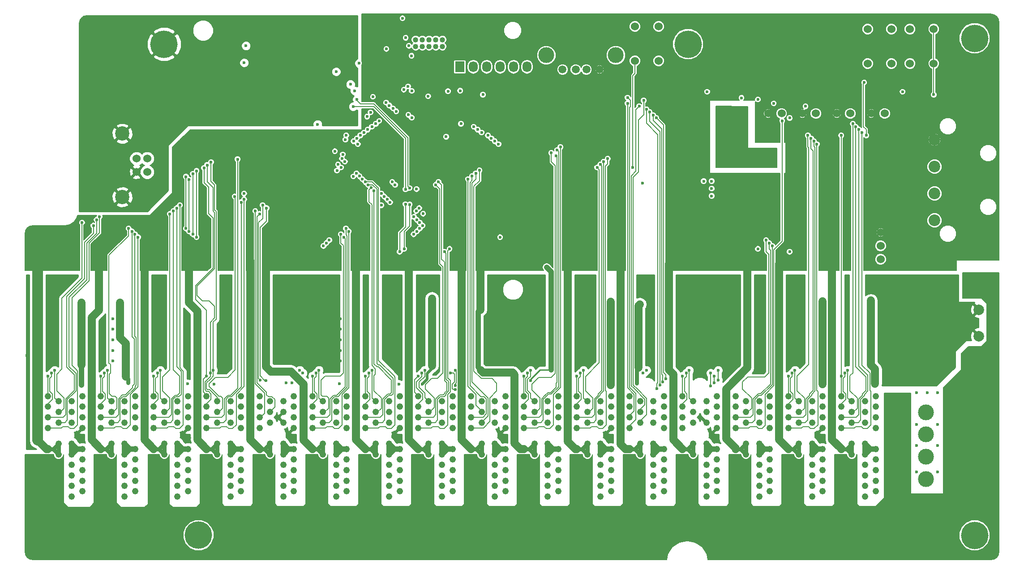
<source format=gbr>
G04 #@! TF.FileFunction,Copper,L2,Inr,Signal*
%FSLAX46Y46*%
G04 Gerber Fmt 4.6, Leading zero omitted, Abs format (unit mm)*
G04 Created by KiCad (PCBNEW 4.0.2+e4-6225~38~ubuntu14.04.1-stable) date Tue 02 Aug 2016 10:34:59 AM PDT*
%MOMM*%
G01*
G04 APERTURE LIST*
%ADD10C,0.100000*%
%ADD11C,1.230000*%
%ADD12C,3.000000*%
%ADD13C,2.200000*%
%ADD14C,2.000000*%
%ADD15C,1.524000*%
%ADD16C,2.700020*%
%ADD17C,1.016000*%
%ADD18C,5.200000*%
%ADD19R,1.727200X2.032000*%
%ADD20O,1.727200X2.032000*%
%ADD21C,1.501140*%
%ADD22C,2.999740*%
%ADD23C,0.600000*%
%ADD24C,0.250000*%
%ADD25C,1.000000*%
%ADD26C,0.500000*%
%ADD27C,1.500000*%
%ADD28C,0.750000*%
%ADD29C,2.000000*%
%ADD30C,0.150000*%
%ADD31C,0.200000*%
%ADD32C,0.254000*%
G04 APERTURE END LIST*
D10*
D11*
X158750000Y-129650000D03*
X156750000Y-128650000D03*
X158750000Y-127650000D03*
X156750000Y-126650000D03*
X158750000Y-125650000D03*
X156750000Y-124650000D03*
X158750000Y-123650000D03*
X156750000Y-122650000D03*
X158750000Y-121650000D03*
X156750000Y-120650000D03*
X158750000Y-119650000D03*
X156750000Y-116650000D03*
X158750000Y-115650000D03*
X156750000Y-114650000D03*
X158750000Y-113650000D03*
X156750000Y-112650000D03*
X158750000Y-111650000D03*
X156750000Y-110650000D03*
X161250000Y-129650000D03*
X163250000Y-128650000D03*
X161250000Y-127650000D03*
X163250000Y-126650000D03*
X161250000Y-125650000D03*
X163250000Y-124650000D03*
X161250000Y-123650000D03*
X163250000Y-122650000D03*
X161250000Y-121650000D03*
X163250000Y-120650000D03*
X161250000Y-119650000D03*
X163250000Y-116650000D03*
X161250000Y-115650000D03*
X163250000Y-114650000D03*
X161250000Y-113650000D03*
X163250000Y-112650000D03*
X161250000Y-111650000D03*
X163250000Y-110650000D03*
X108750000Y-129650000D03*
X106750000Y-128650000D03*
X108750000Y-127650000D03*
X106750000Y-126650000D03*
X108750000Y-125650000D03*
X106750000Y-124650000D03*
X108750000Y-123650000D03*
X106750000Y-122650000D03*
X108750000Y-121650000D03*
X106750000Y-120650000D03*
X108750000Y-119650000D03*
X106750000Y-116650000D03*
X108750000Y-115650000D03*
X106750000Y-114650000D03*
X108750000Y-113650000D03*
X106750000Y-112650000D03*
X108750000Y-111650000D03*
X106750000Y-110650000D03*
X111250000Y-129650000D03*
X113250000Y-128650000D03*
X111250000Y-127650000D03*
X113250000Y-126650000D03*
X111250000Y-125650000D03*
X113250000Y-124650000D03*
X111250000Y-123650000D03*
X113250000Y-122650000D03*
X111250000Y-121650000D03*
X113250000Y-120650000D03*
X111250000Y-119650000D03*
X113250000Y-116650000D03*
X111250000Y-115650000D03*
X113250000Y-114650000D03*
X111250000Y-113650000D03*
X113250000Y-112650000D03*
X111250000Y-111650000D03*
X113250000Y-110650000D03*
X68750000Y-129650000D03*
X66750000Y-128650000D03*
X68750000Y-127650000D03*
X66750000Y-126650000D03*
X68750000Y-125650000D03*
X66750000Y-124650000D03*
X68750000Y-123650000D03*
X66750000Y-122650000D03*
X68750000Y-121650000D03*
X66750000Y-120650000D03*
X68750000Y-119650000D03*
X66750000Y-116650000D03*
X68750000Y-115650000D03*
X66750000Y-114650000D03*
X68750000Y-113650000D03*
X66750000Y-112650000D03*
X68750000Y-111650000D03*
X66750000Y-110650000D03*
X71250000Y-129650000D03*
X73250000Y-128650000D03*
X71250000Y-127650000D03*
X73250000Y-126650000D03*
X71250000Y-125650000D03*
X73250000Y-124650000D03*
X71250000Y-123650000D03*
X73250000Y-122650000D03*
X71250000Y-121650000D03*
X73250000Y-120650000D03*
X71250000Y-119650000D03*
X73250000Y-116650000D03*
X71250000Y-115650000D03*
X73250000Y-114650000D03*
X71250000Y-113650000D03*
X73250000Y-112650000D03*
X71250000Y-111650000D03*
X73250000Y-110650000D03*
X168750000Y-129650000D03*
X166750000Y-128650000D03*
X168750000Y-127650000D03*
X166750000Y-126650000D03*
X168750000Y-125650000D03*
X166750000Y-124650000D03*
X168750000Y-123650000D03*
X166750000Y-122650000D03*
X168750000Y-121650000D03*
X166750000Y-120650000D03*
X168750000Y-119650000D03*
X166750000Y-116650000D03*
X168750000Y-115650000D03*
X166750000Y-114650000D03*
X168750000Y-113650000D03*
X166750000Y-112650000D03*
X168750000Y-111650000D03*
X166750000Y-110650000D03*
X171250000Y-129650000D03*
X173250000Y-128650000D03*
X171250000Y-127650000D03*
X173250000Y-126650000D03*
X171250000Y-125650000D03*
X173250000Y-124650000D03*
X171250000Y-123650000D03*
X173250000Y-122650000D03*
X171250000Y-121650000D03*
X173250000Y-120650000D03*
X171250000Y-119650000D03*
X173250000Y-116650000D03*
X171250000Y-115650000D03*
X173250000Y-114650000D03*
X171250000Y-113650000D03*
X173250000Y-112650000D03*
X171250000Y-111650000D03*
X173250000Y-110650000D03*
X178750000Y-129650000D03*
X176750000Y-128650000D03*
X178750000Y-127650000D03*
X176750000Y-126650000D03*
X178750000Y-125650000D03*
X176750000Y-124650000D03*
X178750000Y-123650000D03*
X176750000Y-122650000D03*
X178750000Y-121650000D03*
X176750000Y-120650000D03*
X178750000Y-119650000D03*
X176750000Y-116650000D03*
X178750000Y-115650000D03*
X176750000Y-114650000D03*
X178750000Y-113650000D03*
X176750000Y-112650000D03*
X178750000Y-111650000D03*
X176750000Y-110650000D03*
X181250000Y-129650000D03*
X183250000Y-128650000D03*
X181250000Y-127650000D03*
X183250000Y-126650000D03*
X181250000Y-125650000D03*
X183250000Y-124650000D03*
X181250000Y-123650000D03*
X183250000Y-122650000D03*
X181250000Y-121650000D03*
X183250000Y-120650000D03*
X181250000Y-119650000D03*
X183250000Y-116650000D03*
X181250000Y-115650000D03*
X183250000Y-114650000D03*
X181250000Y-113650000D03*
X183250000Y-112650000D03*
X181250000Y-111650000D03*
X183250000Y-110650000D03*
X188750000Y-129650000D03*
X186750000Y-128650000D03*
X188750000Y-127650000D03*
X186750000Y-126650000D03*
X188750000Y-125650000D03*
X186750000Y-124650000D03*
X188750000Y-123650000D03*
X186750000Y-122650000D03*
X188750000Y-121650000D03*
X186750000Y-120650000D03*
X188750000Y-119650000D03*
X186750000Y-116650000D03*
X188750000Y-115650000D03*
X186750000Y-114650000D03*
X188750000Y-113650000D03*
X186750000Y-112650000D03*
X188750000Y-111650000D03*
X186750000Y-110650000D03*
X191250000Y-129650000D03*
X193250000Y-128650000D03*
X191250000Y-127650000D03*
X193250000Y-126650000D03*
X191250000Y-125650000D03*
X193250000Y-124650000D03*
X191250000Y-123650000D03*
X193250000Y-122650000D03*
X191250000Y-121650000D03*
X193250000Y-120650000D03*
X191250000Y-119650000D03*
X193250000Y-116650000D03*
X191250000Y-115650000D03*
X193250000Y-114650000D03*
X191250000Y-113650000D03*
X193250000Y-112650000D03*
X191250000Y-111650000D03*
X193250000Y-110650000D03*
X198750000Y-129650000D03*
X196750000Y-128650000D03*
X198750000Y-127650000D03*
X196750000Y-126650000D03*
X198750000Y-125650000D03*
X196750000Y-124650000D03*
X198750000Y-123650000D03*
X196750000Y-122650000D03*
X198750000Y-121650000D03*
X196750000Y-120650000D03*
X198750000Y-119650000D03*
X196750000Y-116650000D03*
X198750000Y-115650000D03*
X196750000Y-114650000D03*
X198750000Y-113650000D03*
X196750000Y-112650000D03*
X198750000Y-111650000D03*
X196750000Y-110650000D03*
X201250000Y-129650000D03*
X203250000Y-128650000D03*
X201250000Y-127650000D03*
X203250000Y-126650000D03*
X201250000Y-125650000D03*
X203250000Y-124650000D03*
X201250000Y-123650000D03*
X203250000Y-122650000D03*
X201250000Y-121650000D03*
X203250000Y-120650000D03*
X201250000Y-119650000D03*
X203250000Y-116650000D03*
X201250000Y-115650000D03*
X203250000Y-114650000D03*
X201250000Y-113650000D03*
X203250000Y-112650000D03*
X201250000Y-111650000D03*
X203250000Y-110650000D03*
X78750000Y-129650000D03*
X76750000Y-128650000D03*
X78750000Y-127650000D03*
X76750000Y-126650000D03*
X78750000Y-125650000D03*
X76750000Y-124650000D03*
X78750000Y-123650000D03*
X76750000Y-122650000D03*
X78750000Y-121650000D03*
X76750000Y-120650000D03*
X78750000Y-119650000D03*
X76750000Y-116650000D03*
X78750000Y-115650000D03*
X76750000Y-114650000D03*
X78750000Y-113650000D03*
X76750000Y-112650000D03*
X78750000Y-111650000D03*
X76750000Y-110650000D03*
X81250000Y-129650000D03*
X83250000Y-128650000D03*
X81250000Y-127650000D03*
X83250000Y-126650000D03*
X81250000Y-125650000D03*
X83250000Y-124650000D03*
X81250000Y-123650000D03*
X83250000Y-122650000D03*
X81250000Y-121650000D03*
X83250000Y-120650000D03*
X81250000Y-119650000D03*
X83250000Y-116650000D03*
X81250000Y-115650000D03*
X83250000Y-114650000D03*
X81250000Y-113650000D03*
X83250000Y-112650000D03*
X81250000Y-111650000D03*
X83250000Y-110650000D03*
X88750000Y-129650000D03*
X86750000Y-128650000D03*
X88750000Y-127650000D03*
X86750000Y-126650000D03*
X88750000Y-125650000D03*
X86750000Y-124650000D03*
X88750000Y-123650000D03*
X86750000Y-122650000D03*
X88750000Y-121650000D03*
X86750000Y-120650000D03*
X88750000Y-119650000D03*
X86750000Y-116650000D03*
X88750000Y-115650000D03*
X86750000Y-114650000D03*
X88750000Y-113650000D03*
X86750000Y-112650000D03*
X88750000Y-111650000D03*
X86750000Y-110650000D03*
X91250000Y-129650000D03*
X93250000Y-128650000D03*
X91250000Y-127650000D03*
X93250000Y-126650000D03*
X91250000Y-125650000D03*
X93250000Y-124650000D03*
X91250000Y-123650000D03*
X93250000Y-122650000D03*
X91250000Y-121650000D03*
X93250000Y-120650000D03*
X91250000Y-119650000D03*
X93250000Y-116650000D03*
X91250000Y-115650000D03*
X93250000Y-114650000D03*
X91250000Y-113650000D03*
X93250000Y-112650000D03*
X91250000Y-111650000D03*
X93250000Y-110650000D03*
X98750000Y-129650000D03*
X96750000Y-128650000D03*
X98750000Y-127650000D03*
X96750000Y-126650000D03*
X98750000Y-125650000D03*
X96750000Y-124650000D03*
X98750000Y-123650000D03*
X96750000Y-122650000D03*
X98750000Y-121650000D03*
X96750000Y-120650000D03*
X98750000Y-119650000D03*
X96750000Y-116650000D03*
X98750000Y-115650000D03*
X96750000Y-114650000D03*
X98750000Y-113650000D03*
X96750000Y-112650000D03*
X98750000Y-111650000D03*
X96750000Y-110650000D03*
X101250000Y-129650000D03*
X103250000Y-128650000D03*
X101250000Y-127650000D03*
X103250000Y-126650000D03*
X101250000Y-125650000D03*
X103250000Y-124650000D03*
X101250000Y-123650000D03*
X103250000Y-122650000D03*
X101250000Y-121650000D03*
X103250000Y-120650000D03*
X101250000Y-119650000D03*
X103250000Y-116650000D03*
X101250000Y-115650000D03*
X103250000Y-114650000D03*
X101250000Y-113650000D03*
X103250000Y-112650000D03*
X101250000Y-111650000D03*
X103250000Y-110650000D03*
X118750000Y-129650000D03*
X116750000Y-128650000D03*
X118750000Y-127650000D03*
X116750000Y-126650000D03*
X118750000Y-125650000D03*
X116750000Y-124650000D03*
X118750000Y-123650000D03*
X116750000Y-122650000D03*
X118750000Y-121650000D03*
X116750000Y-120650000D03*
X118750000Y-119650000D03*
X116750000Y-116650000D03*
X118750000Y-115650000D03*
X116750000Y-114650000D03*
X118750000Y-113650000D03*
X116750000Y-112650000D03*
X118750000Y-111650000D03*
X116750000Y-110650000D03*
X121250000Y-129650000D03*
X123250000Y-128650000D03*
X121250000Y-127650000D03*
X123250000Y-126650000D03*
X121250000Y-125650000D03*
X123250000Y-124650000D03*
X121250000Y-123650000D03*
X123250000Y-122650000D03*
X121250000Y-121650000D03*
X123250000Y-120650000D03*
X121250000Y-119650000D03*
X123250000Y-116650000D03*
X121250000Y-115650000D03*
X123250000Y-114650000D03*
X121250000Y-113650000D03*
X123250000Y-112650000D03*
X121250000Y-111650000D03*
X123250000Y-110650000D03*
X128750000Y-129650000D03*
X126750000Y-128650000D03*
X128750000Y-127650000D03*
X126750000Y-126650000D03*
X128750000Y-125650000D03*
X126750000Y-124650000D03*
X128750000Y-123650000D03*
X126750000Y-122650000D03*
X128750000Y-121650000D03*
X126750000Y-120650000D03*
X128750000Y-119650000D03*
X126750000Y-116650000D03*
X128750000Y-115650000D03*
X126750000Y-114650000D03*
X128750000Y-113650000D03*
X126750000Y-112650000D03*
X128750000Y-111650000D03*
X126750000Y-110650000D03*
X131250000Y-129650000D03*
X133250000Y-128650000D03*
X131250000Y-127650000D03*
X133250000Y-126650000D03*
X131250000Y-125650000D03*
X133250000Y-124650000D03*
X131250000Y-123650000D03*
X133250000Y-122650000D03*
X131250000Y-121650000D03*
X133250000Y-120650000D03*
X131250000Y-119650000D03*
X133250000Y-116650000D03*
X131250000Y-115650000D03*
X133250000Y-114650000D03*
X131250000Y-113650000D03*
X133250000Y-112650000D03*
X131250000Y-111650000D03*
X133250000Y-110650000D03*
X138750000Y-129650000D03*
X136750000Y-128650000D03*
X138750000Y-127650000D03*
X136750000Y-126650000D03*
X138750000Y-125650000D03*
X136750000Y-124650000D03*
X138750000Y-123650000D03*
X136750000Y-122650000D03*
X138750000Y-121650000D03*
X136750000Y-120650000D03*
X138750000Y-119650000D03*
X136750000Y-116650000D03*
X138750000Y-115650000D03*
X136750000Y-114650000D03*
X138750000Y-113650000D03*
X136750000Y-112650000D03*
X138750000Y-111650000D03*
X136750000Y-110650000D03*
X141250000Y-129650000D03*
X143250000Y-128650000D03*
X141250000Y-127650000D03*
X143250000Y-126650000D03*
X141250000Y-125650000D03*
X143250000Y-124650000D03*
X141250000Y-123650000D03*
X143250000Y-122650000D03*
X141250000Y-121650000D03*
X143250000Y-120650000D03*
X141250000Y-119650000D03*
X143250000Y-116650000D03*
X141250000Y-115650000D03*
X143250000Y-114650000D03*
X141250000Y-113650000D03*
X143250000Y-112650000D03*
X141250000Y-111650000D03*
X143250000Y-110650000D03*
X148750000Y-129650000D03*
X146750000Y-128650000D03*
X148750000Y-127650000D03*
X146750000Y-126650000D03*
X148750000Y-125650000D03*
X146750000Y-124650000D03*
X148750000Y-123650000D03*
X146750000Y-122650000D03*
X148750000Y-121650000D03*
X146750000Y-120650000D03*
X148750000Y-119650000D03*
X146750000Y-116650000D03*
X148750000Y-115650000D03*
X146750000Y-114650000D03*
X148750000Y-113650000D03*
X146750000Y-112650000D03*
X148750000Y-111650000D03*
X146750000Y-110650000D03*
X151250000Y-129650000D03*
X153250000Y-128650000D03*
X151250000Y-127650000D03*
X153250000Y-126650000D03*
X151250000Y-125650000D03*
X153250000Y-124650000D03*
X151250000Y-123650000D03*
X153250000Y-122650000D03*
X151250000Y-121650000D03*
X153250000Y-120650000D03*
X151250000Y-119650000D03*
X153250000Y-116650000D03*
X151250000Y-115650000D03*
X153250000Y-114650000D03*
X151250000Y-113650000D03*
X153250000Y-112650000D03*
X151250000Y-111650000D03*
X153250000Y-110650000D03*
X208750000Y-129650000D03*
X206750000Y-128650000D03*
X208750000Y-127650000D03*
X206750000Y-126650000D03*
X208750000Y-125650000D03*
X206750000Y-124650000D03*
X208750000Y-123650000D03*
X206750000Y-122650000D03*
X208750000Y-121650000D03*
X206750000Y-120650000D03*
X208750000Y-119650000D03*
X206750000Y-116650000D03*
X208750000Y-115650000D03*
X206750000Y-114650000D03*
X208750000Y-113650000D03*
X206750000Y-112650000D03*
X208750000Y-111650000D03*
X206750000Y-110650000D03*
X211250000Y-129650000D03*
X213250000Y-128650000D03*
X211250000Y-127650000D03*
X213250000Y-126650000D03*
X211250000Y-125650000D03*
X213250000Y-124650000D03*
X211250000Y-123650000D03*
X213250000Y-122650000D03*
X211250000Y-121650000D03*
X213250000Y-120650000D03*
X211250000Y-119650000D03*
X213250000Y-116650000D03*
X211250000Y-115650000D03*
X213250000Y-114650000D03*
X211250000Y-113650000D03*
X213250000Y-112650000D03*
X211250000Y-111650000D03*
X213250000Y-110650000D03*
X218750000Y-129650000D03*
X216750000Y-128650000D03*
X218750000Y-127650000D03*
X216750000Y-126650000D03*
X218750000Y-125650000D03*
X216750000Y-124650000D03*
X218750000Y-123650000D03*
X216750000Y-122650000D03*
X218750000Y-121650000D03*
X216750000Y-120650000D03*
X218750000Y-119650000D03*
X216750000Y-116650000D03*
X218750000Y-115650000D03*
X216750000Y-114650000D03*
X218750000Y-113650000D03*
X216750000Y-112650000D03*
X218750000Y-111650000D03*
X216750000Y-110650000D03*
X221250000Y-129650000D03*
X223250000Y-128650000D03*
X221250000Y-127650000D03*
X223250000Y-126650000D03*
X221250000Y-125650000D03*
X223250000Y-124650000D03*
X221250000Y-123650000D03*
X223250000Y-122650000D03*
X221250000Y-121650000D03*
X223250000Y-120650000D03*
X221250000Y-119650000D03*
X223250000Y-116650000D03*
X221250000Y-115650000D03*
X223250000Y-114650000D03*
X221250000Y-113650000D03*
X223250000Y-112650000D03*
X221250000Y-111650000D03*
X223250000Y-110650000D03*
D12*
X232750000Y-113700000D03*
X227250000Y-113700000D03*
X232750000Y-117900000D03*
X227250000Y-117900000D03*
X232750000Y-122100000D03*
X227250000Y-122100000D03*
X232750000Y-126300000D03*
X227250000Y-126300000D03*
D13*
X234400000Y-77420000D03*
X234400000Y-72340000D03*
X234400000Y-67260000D03*
X234400000Y-62180000D03*
D14*
X242800000Y-104300000D03*
X242800000Y-99300000D03*
X242800000Y-94300000D03*
X242800000Y-89300000D03*
D15*
X85500000Y-65730000D03*
X85500000Y-68270000D03*
X83501020Y-68270000D03*
X83501020Y-65730000D03*
D16*
X80801000Y-61000520D03*
X80801000Y-72999480D03*
D15*
X229750000Y-47750000D03*
X229750000Y-41250000D03*
X234250000Y-47750000D03*
X234250000Y-41250000D03*
X224200000Y-84790000D03*
X224200000Y-82250000D03*
X224200000Y-79710000D03*
X226250000Y-41250000D03*
X226250000Y-47750000D03*
X221750000Y-41250000D03*
X221750000Y-47750000D03*
D17*
X136260000Y-44535000D03*
X136260000Y-43265000D03*
X137530000Y-44535000D03*
X137530000Y-43265000D03*
X138800000Y-44535000D03*
X138800000Y-43265000D03*
X140070000Y-44535000D03*
X140070000Y-43265000D03*
X141340000Y-44535000D03*
X141340000Y-43265000D03*
D18*
X95200000Y-136950000D03*
X88700000Y-44100000D03*
X187800000Y-44100000D03*
X242000000Y-43000000D03*
X242000000Y-137000000D03*
D19*
X144650000Y-48400000D03*
D20*
X147190000Y-48400000D03*
X149730000Y-48400000D03*
X152270000Y-48400000D03*
X154810000Y-48400000D03*
X157350000Y-48400000D03*
D15*
X182250000Y-40750000D03*
X182250000Y-47250000D03*
X177750000Y-40750000D03*
X177750000Y-47250000D03*
D21*
X164060000Y-48900000D03*
X166560000Y-48900000D03*
X168560000Y-48900000D03*
X171060000Y-48900000D03*
D22*
X160990000Y-46190000D03*
X174130000Y-46190000D03*
D15*
X215930000Y-57200000D03*
X218470000Y-57200000D03*
X222430000Y-57200000D03*
X224970000Y-57200000D03*
X209430000Y-57200000D03*
X211970000Y-57200000D03*
X202930000Y-57200000D03*
X205470000Y-57200000D03*
D23*
X161050000Y-86300000D03*
X158050000Y-107750000D03*
X139350000Y-92200000D03*
X137500000Y-108400000D03*
X104200000Y-44400000D03*
X173200000Y-108550000D03*
X173200000Y-92800000D03*
X178650000Y-93300000D03*
X178100000Y-108200000D03*
X121250000Y-49300000D03*
X130750000Y-45000000D03*
X125600000Y-47700000D03*
X197900000Y-54250000D03*
X192250000Y-71400000D03*
X192250000Y-70000000D03*
X192250000Y-72800000D03*
X190750000Y-70000000D03*
X179200000Y-70350000D03*
X136450000Y-71500000D03*
X142050000Y-61600000D03*
X144700000Y-52900000D03*
X142400000Y-53000000D03*
X121400000Y-68000000D03*
X117750000Y-59250000D03*
X223150000Y-108300000D03*
X222350000Y-92550000D03*
X213200000Y-108350000D03*
X213200000Y-92700000D03*
X133100000Y-108400000D03*
X121850000Y-108300000D03*
X98150000Y-108350000D03*
X93150000Y-108300000D03*
X73100000Y-93000000D03*
X73100000Y-108600000D03*
X81900000Y-108100000D03*
X80400000Y-93000000D03*
X67000000Y-103000000D03*
X62800000Y-103000000D03*
X235000000Y-110000000D03*
X235000000Y-125000000D03*
X231000000Y-125000000D03*
X231000000Y-120000000D03*
X235000000Y-120000000D03*
X235000000Y-116000000D03*
X231000000Y-116000000D03*
X231000000Y-110000000D03*
X239000000Y-100000000D03*
X239000000Y-98000000D03*
X239000000Y-96000000D03*
X237000000Y-96000000D03*
X237000000Y-98000000D03*
X237000000Y-100000000D03*
X237000000Y-102000000D03*
X237000000Y-104000000D03*
X237000000Y-106000000D03*
X235000000Y-106000000D03*
X235000000Y-104000000D03*
X235000000Y-102000000D03*
X235000000Y-100000000D03*
X235000000Y-98000000D03*
X235000000Y-96000000D03*
X233000000Y-96000000D03*
X233000000Y-98000000D03*
X233000000Y-100000000D03*
X233000000Y-102000000D03*
X233000000Y-104000000D03*
X233000000Y-106000000D03*
X87000000Y-96000000D03*
X87000000Y-98000000D03*
X87000000Y-100000000D03*
X87000000Y-102000000D03*
X87000000Y-104000000D03*
X89000000Y-104000000D03*
X89000000Y-102000000D03*
X89000000Y-100000000D03*
X89000000Y-98000000D03*
X89000000Y-96000000D03*
X93000000Y-96000000D03*
X93000000Y-98000000D03*
X93000000Y-100000000D03*
X93000000Y-102000000D03*
X93000000Y-104000000D03*
X99000000Y-104000000D03*
X99000000Y-102000000D03*
X99000000Y-100000000D03*
X99000000Y-98000000D03*
X101000000Y-96000000D03*
X101000000Y-98000000D03*
X101000000Y-100000000D03*
X101000000Y-102000000D03*
X101000000Y-104000000D03*
X110000000Y-104000000D03*
X110000000Y-102000000D03*
X110000000Y-100000000D03*
X110000000Y-98000000D03*
X110000000Y-96000000D03*
X112000000Y-96000000D03*
X112000000Y-98000000D03*
X112000000Y-100000000D03*
X112000000Y-102000000D03*
X112000000Y-104000000D03*
X114000000Y-104000000D03*
X114000000Y-102000000D03*
X114000000Y-100000000D03*
X114000000Y-98000000D03*
X114000000Y-96000000D03*
X116000000Y-96000000D03*
X116000000Y-98000000D03*
X116000000Y-100000000D03*
X116000000Y-102000000D03*
X116000000Y-104000000D03*
X118000000Y-104000000D03*
X118000000Y-102000000D03*
X118000000Y-100000000D03*
X118000000Y-98000000D03*
X118000000Y-96000000D03*
X120000000Y-96000000D03*
X120000000Y-98000000D03*
X120000000Y-100000000D03*
X120000000Y-102000000D03*
X120000000Y-104000000D03*
X122000000Y-104000000D03*
X122000000Y-102000000D03*
X122000000Y-100000000D03*
X122000000Y-98000000D03*
X122000000Y-96000000D03*
X127000000Y-96000000D03*
X127000000Y-98000000D03*
X127000000Y-100000000D03*
X127000000Y-102000000D03*
X127000000Y-104000000D03*
X131000000Y-104000000D03*
X131000000Y-102000000D03*
X131000000Y-100000000D03*
X131000000Y-98000000D03*
X131000000Y-96000000D03*
X133000000Y-96000000D03*
X133000000Y-98000000D03*
X133000000Y-100000000D03*
X133000000Y-102000000D03*
X133000000Y-104000000D03*
X137000000Y-104000000D03*
X137000000Y-102000000D03*
X137000000Y-100000000D03*
X137000000Y-98000000D03*
X137000000Y-96000000D03*
X150000000Y-96000000D03*
X150000000Y-98000000D03*
X150000000Y-100000000D03*
X150000000Y-102000000D03*
X150000000Y-104000000D03*
X152000000Y-104000000D03*
X152000000Y-102000000D03*
X152000000Y-100000000D03*
X152000000Y-98000000D03*
X152000000Y-96000000D03*
X154000000Y-96000000D03*
X154000000Y-98000000D03*
X154000000Y-100000000D03*
X154000000Y-102000000D03*
X154000000Y-104000000D03*
X156000000Y-104000000D03*
X156000000Y-102000000D03*
X156000000Y-100000000D03*
X156000000Y-98000000D03*
X156000000Y-96000000D03*
X158000000Y-96000000D03*
X158000000Y-98000000D03*
X158000000Y-100000000D03*
X158000000Y-102000000D03*
X158000000Y-104000000D03*
X160000000Y-104000000D03*
X160000000Y-102000000D03*
X160000000Y-100000000D03*
X160000000Y-98000000D03*
X160000000Y-96000000D03*
X167000000Y-96000000D03*
X167000000Y-98000000D03*
X167000000Y-100000000D03*
X167000000Y-102000000D03*
X167000000Y-104000000D03*
X169000000Y-104000000D03*
X169000000Y-102000000D03*
X169000000Y-100000000D03*
X169000000Y-98000000D03*
X169000000Y-96000000D03*
X181000000Y-96000000D03*
X181000000Y-98000000D03*
X181000000Y-100000000D03*
X181000000Y-102000000D03*
X181000000Y-104000000D03*
X186000000Y-104000000D03*
X186000000Y-102000000D03*
X186000000Y-100000000D03*
X186000000Y-98000000D03*
X186000000Y-96000000D03*
X188000000Y-96000000D03*
X188000000Y-98000000D03*
X188000000Y-100000000D03*
X188000000Y-102000000D03*
X188000000Y-104000000D03*
X190000000Y-104000000D03*
X190000000Y-102000000D03*
X190000000Y-100000000D03*
X190000000Y-98000000D03*
X190000000Y-96000000D03*
X192000000Y-96000000D03*
X192000000Y-98000000D03*
X192000000Y-100000000D03*
X192000000Y-102000000D03*
X192000000Y-104000000D03*
X233000000Y-110000000D03*
X233000000Y-108000000D03*
X231000000Y-108000000D03*
X231000000Y-106000000D03*
X231000000Y-104000000D03*
X231000000Y-102000000D03*
X231000000Y-100000000D03*
X231000000Y-98000000D03*
X231000000Y-96000000D03*
X229000000Y-96000000D03*
X229000000Y-98000000D03*
X229000000Y-100000000D03*
X229000000Y-102000000D03*
X229000000Y-104000000D03*
X229000000Y-106000000D03*
X229000000Y-108000000D03*
X227000000Y-108000000D03*
X225000000Y-108000000D03*
X225000000Y-106000000D03*
X227000000Y-106000000D03*
X227000000Y-104000000D03*
X227000000Y-102000000D03*
X227000000Y-100000000D03*
X227000000Y-98000000D03*
X227000000Y-96000000D03*
X225000000Y-96000000D03*
X225000000Y-98000000D03*
X225000000Y-100000000D03*
X225000000Y-102000000D03*
X225000000Y-104000000D03*
X218000000Y-104000000D03*
X218000000Y-102000000D03*
X218000000Y-100000000D03*
X218000000Y-98000000D03*
X218000000Y-96000000D03*
X209000000Y-96000000D03*
X209000000Y-98000000D03*
X209000000Y-100000000D03*
X209000000Y-102000000D03*
X209000000Y-104000000D03*
X207000000Y-104000000D03*
X207000000Y-102000000D03*
X207000000Y-100000000D03*
X207000000Y-98000000D03*
X207000000Y-96000000D03*
X201000000Y-96000000D03*
X201000000Y-98000000D03*
X201000000Y-100000000D03*
X201000000Y-102000000D03*
X201000000Y-104000000D03*
X196000000Y-104000000D03*
X196000000Y-102000000D03*
X196000000Y-100000000D03*
X196000000Y-98000000D03*
X196000000Y-96000000D03*
X194000000Y-96000000D03*
X194000000Y-98000000D03*
X194000000Y-100000000D03*
X194000000Y-102000000D03*
X194000000Y-104000000D03*
X68000000Y-96000000D03*
X77000000Y-96000000D03*
X77000000Y-98000000D03*
X77000000Y-100000000D03*
X77000000Y-102000000D03*
X77000000Y-104000000D03*
X79000000Y-104000000D03*
X79000000Y-102000000D03*
X79000000Y-100000000D03*
X79000000Y-98000000D03*
X79000000Y-96000000D03*
X67000000Y-97000000D03*
X68000000Y-98000000D03*
X68000000Y-100000000D03*
X67000000Y-99000000D03*
X67000000Y-95000000D03*
X68000000Y-102000000D03*
X68000000Y-104000000D03*
X67000000Y-105000000D03*
X67000000Y-101000000D03*
X116000000Y-50400000D03*
X114000000Y-50400000D03*
X112000000Y-50400000D03*
X117800000Y-50500000D03*
X117800000Y-55200000D03*
X116000000Y-55200000D03*
X114200000Y-55200000D03*
X119550000Y-55250000D03*
X204050000Y-66900000D03*
X204050000Y-66050000D03*
X193500000Y-56600000D03*
X195100000Y-56600000D03*
X194300000Y-56600000D03*
X193500000Y-57400000D03*
X76400000Y-82600000D03*
X68400000Y-82600000D03*
X68200000Y-80800000D03*
X76400000Y-80800000D03*
X66600000Y-80800000D03*
X64800000Y-80800000D03*
X191500000Y-57800000D03*
X190600000Y-57800000D03*
X189700000Y-57800000D03*
X237000000Y-132000000D03*
X237000000Y-134000000D03*
X239000000Y-132000000D03*
X193000000Y-136000000D03*
X195000000Y-136000000D03*
X193000000Y-134000000D03*
X191000000Y-136000000D03*
X193000000Y-138000000D03*
X183000000Y-134000000D03*
X183000000Y-136000000D03*
X189000000Y-134000000D03*
X187000000Y-134000000D03*
X185000000Y-134000000D03*
X181000000Y-134000000D03*
X181000000Y-138000000D03*
X169000000Y-138000000D03*
X171000000Y-138000000D03*
X173000000Y-138000000D03*
X175000000Y-138000000D03*
X177000000Y-138000000D03*
X179000000Y-138000000D03*
X169000000Y-136000000D03*
X171000000Y-136000000D03*
X173000000Y-136000000D03*
X175000000Y-136000000D03*
X177000000Y-136000000D03*
X179000000Y-136000000D03*
X181000000Y-136000000D03*
X179000000Y-134000000D03*
X177000000Y-134000000D03*
X175000000Y-134000000D03*
X173000000Y-134000000D03*
X171000000Y-134000000D03*
X169000000Y-134000000D03*
X167000000Y-134000000D03*
X101000000Y-134000000D03*
X139000000Y-138000000D03*
X141000000Y-138000000D03*
X141000000Y-140000000D03*
X191000000Y-134000000D03*
X245000000Y-102000000D03*
X243000000Y-91000000D03*
X241000000Y-91000000D03*
X241000000Y-88000000D03*
X245000000Y-88000000D03*
X245000000Y-90000000D03*
X245000000Y-92000000D03*
X245000000Y-94000000D03*
X245000000Y-96000000D03*
X245000000Y-98000000D03*
X245000000Y-100000000D03*
X245000000Y-104000000D03*
X245000000Y-108000000D03*
X243000000Y-108000000D03*
X241000000Y-108000000D03*
X239000000Y-108000000D03*
X237000000Y-110000000D03*
X239000000Y-110000000D03*
X241000000Y-110000000D03*
X243000000Y-110000000D03*
X245000000Y-110000000D03*
X245000000Y-112000000D03*
X243000000Y-112000000D03*
X241000000Y-112000000D03*
X239000000Y-112000000D03*
X237000000Y-112000000D03*
X237000000Y-114000000D03*
X239000000Y-114000000D03*
X241000000Y-114000000D03*
X243000000Y-114000000D03*
X245000000Y-114000000D03*
X245000000Y-116000000D03*
X243000000Y-116000000D03*
X241000000Y-116000000D03*
X239000000Y-116000000D03*
X237000000Y-116000000D03*
X237000000Y-118000000D03*
X239000000Y-118000000D03*
X241000000Y-118000000D03*
X243000000Y-118000000D03*
X245000000Y-118000000D03*
X245000000Y-120000000D03*
X243000000Y-120000000D03*
X241000000Y-120000000D03*
X239000000Y-120000000D03*
X237000000Y-120000000D03*
X237000000Y-122000000D03*
X239000000Y-122000000D03*
X241000000Y-122000000D03*
X243000000Y-122000000D03*
X245000000Y-122000000D03*
X245000000Y-124000000D03*
X243000000Y-124000000D03*
X241000000Y-124000000D03*
X239000000Y-124000000D03*
X237000000Y-124000000D03*
X237000000Y-126000000D03*
X239000000Y-126000000D03*
X241000000Y-126000000D03*
X243000000Y-126000000D03*
X245000000Y-126000000D03*
X245000000Y-128000000D03*
X243000000Y-128000000D03*
X241000000Y-128000000D03*
X239000000Y-128000000D03*
X237000000Y-128000000D03*
X237000000Y-130000000D03*
X239000000Y-130000000D03*
X241000000Y-130000000D03*
X243000000Y-130000000D03*
X245000000Y-130000000D03*
X245000000Y-132000000D03*
X243000000Y-132000000D03*
X241000000Y-132000000D03*
X235000000Y-132000000D03*
X235000000Y-130000000D03*
X233000000Y-130000000D03*
X231000000Y-130000000D03*
X227000000Y-130000000D03*
X229000000Y-130000000D03*
X243000000Y-102000000D03*
X241000000Y-102000000D03*
X240000000Y-103000000D03*
X240000000Y-106000000D03*
X243000000Y-106000000D03*
X245000000Y-106000000D03*
X233000000Y-138000000D03*
X231000000Y-140000000D03*
X231000000Y-136000000D03*
X231000000Y-134000000D03*
X231000000Y-138000000D03*
X233000000Y-140000000D03*
X237000000Y-140000000D03*
X235000000Y-140000000D03*
X235000000Y-138000000D03*
X237000000Y-138000000D03*
X237000000Y-136000000D03*
X235000000Y-136000000D03*
X235000000Y-134000000D03*
X233000000Y-132000000D03*
X233000000Y-134000000D03*
X233000000Y-136000000D03*
X169000000Y-140000000D03*
X171000000Y-140000000D03*
X173000000Y-140000000D03*
X175000000Y-140000000D03*
X177000000Y-140000000D03*
X179000000Y-140000000D03*
X181000000Y-140000000D03*
X137000000Y-138000000D03*
X137000000Y-140000000D03*
X135000000Y-138000000D03*
X135000000Y-136000000D03*
X131000000Y-138000000D03*
X133000000Y-138000000D03*
X133000000Y-140000000D03*
X135000000Y-140000000D03*
X131000000Y-136000000D03*
X131000000Y-140000000D03*
X129000000Y-140000000D03*
X127000000Y-134000000D03*
X125000000Y-134000000D03*
X127000000Y-136000000D03*
X129000000Y-138000000D03*
X129000000Y-136000000D03*
X129000000Y-134000000D03*
X71000000Y-134000000D03*
X73000000Y-134000000D03*
X69000000Y-138000000D03*
X69000000Y-136000000D03*
X71000000Y-138000000D03*
X69000000Y-134000000D03*
X67000000Y-134000000D03*
X67000000Y-136000000D03*
X67000000Y-138000000D03*
X75000000Y-134000000D03*
X77000000Y-136000000D03*
X77000000Y-134000000D03*
X79000000Y-134000000D03*
X81000000Y-134000000D03*
X83000000Y-134000000D03*
X85000000Y-134000000D03*
X87000000Y-134000000D03*
X89000000Y-134000000D03*
X89000000Y-136000000D03*
X87000000Y-136000000D03*
X85000000Y-136000000D03*
X83000000Y-136000000D03*
X81000000Y-136000000D03*
X79000000Y-136000000D03*
X77000000Y-138000000D03*
X79000000Y-138000000D03*
X81000000Y-138000000D03*
X83000000Y-138000000D03*
X85000000Y-138000000D03*
X87000000Y-138000000D03*
X89000000Y-138000000D03*
X89000000Y-140000000D03*
X87000000Y-140000000D03*
X85000000Y-140000000D03*
X83000000Y-140000000D03*
X81000000Y-140000000D03*
X79000000Y-140000000D03*
X77000000Y-140000000D03*
X207000000Y-134000000D03*
X205000000Y-134000000D03*
X209000000Y-140000000D03*
X211000000Y-140000000D03*
X213000000Y-140000000D03*
X215000000Y-140000000D03*
X217000000Y-140000000D03*
X219000000Y-140000000D03*
X221000000Y-140000000D03*
X221000000Y-138000000D03*
X219000000Y-138000000D03*
X217000000Y-138000000D03*
X215000000Y-138000000D03*
X213000000Y-138000000D03*
X211000000Y-138000000D03*
X209000000Y-138000000D03*
X209000000Y-136000000D03*
X211000000Y-136000000D03*
X213000000Y-136000000D03*
X215000000Y-136000000D03*
X217000000Y-136000000D03*
X219000000Y-136000000D03*
X221000000Y-136000000D03*
X221000000Y-134000000D03*
X219000000Y-134000000D03*
X217000000Y-134000000D03*
X215000000Y-134000000D03*
X213000000Y-134000000D03*
X211000000Y-134000000D03*
X209000000Y-134000000D03*
X139000000Y-140000000D03*
X133000000Y-136000000D03*
X137000000Y-136000000D03*
X139000000Y-136000000D03*
X141000000Y-136000000D03*
X141000000Y-134000000D03*
X139000000Y-134000000D03*
X137000000Y-134000000D03*
X135000000Y-134000000D03*
X133000000Y-134000000D03*
X131000000Y-134000000D03*
X191400000Y-53100000D03*
X228350000Y-53100000D03*
X187000000Y-136000000D03*
X189000000Y-136000000D03*
X185000000Y-136000000D03*
X231000000Y-132000000D03*
X227000000Y-132000000D03*
X229000000Y-132000000D03*
X225000000Y-132000000D03*
X227000000Y-134000000D03*
X225000000Y-134000000D03*
X225000000Y-136000000D03*
X227000000Y-136000000D03*
X229000000Y-136000000D03*
X229000000Y-138000000D03*
X229000000Y-134000000D03*
X223000000Y-136000000D03*
X223000000Y-134000000D03*
X225000000Y-138000000D03*
X227000000Y-138000000D03*
X223000000Y-138000000D03*
X223000000Y-140000000D03*
X225000000Y-140000000D03*
X227000000Y-140000000D03*
X229000000Y-140000000D03*
X195000000Y-134000000D03*
X197000000Y-136000000D03*
X197000000Y-134000000D03*
X199000000Y-134000000D03*
X199000000Y-136000000D03*
X201000000Y-136000000D03*
X201000000Y-134000000D03*
X203000000Y-134000000D03*
X203000000Y-136000000D03*
X205000000Y-136000000D03*
X207000000Y-136000000D03*
X195000000Y-138000000D03*
X197000000Y-138000000D03*
X195000000Y-140000000D03*
X197000000Y-140000000D03*
X199000000Y-140000000D03*
X199000000Y-138000000D03*
X201000000Y-140000000D03*
X201000000Y-138000000D03*
X203000000Y-138000000D03*
X203000000Y-140000000D03*
X205000000Y-140000000D03*
X205000000Y-138000000D03*
X207000000Y-138000000D03*
X207000000Y-140000000D03*
X125000000Y-136000000D03*
X125000000Y-138000000D03*
X123000000Y-138000000D03*
X165000000Y-140000000D03*
X161000000Y-140000000D03*
X163000000Y-140000000D03*
X157000000Y-140000000D03*
X159000000Y-140000000D03*
X153000000Y-140000000D03*
X155000000Y-140000000D03*
X149000000Y-140000000D03*
X151000000Y-140000000D03*
X145000000Y-140000000D03*
X145000000Y-138000000D03*
X145000000Y-136000000D03*
X145000000Y-134000000D03*
X149000000Y-138000000D03*
X147000000Y-138000000D03*
X147000000Y-140000000D03*
X153000000Y-138000000D03*
X151000000Y-138000000D03*
X157000000Y-138000000D03*
X155000000Y-138000000D03*
X161000000Y-138000000D03*
X159000000Y-138000000D03*
X165000000Y-138000000D03*
X163000000Y-138000000D03*
X103000000Y-134000000D03*
X107000000Y-134000000D03*
X105000000Y-134000000D03*
X109000000Y-134000000D03*
X75000000Y-138000000D03*
X69000000Y-140000000D03*
X71000000Y-140000000D03*
X65000000Y-134000000D03*
X65000000Y-136000000D03*
X65000000Y-138000000D03*
X67000000Y-140000000D03*
X65000000Y-140000000D03*
X75000000Y-140000000D03*
X73000000Y-140000000D03*
X75000000Y-136000000D03*
X73000000Y-138000000D03*
X73000000Y-136000000D03*
X71000000Y-136000000D03*
X101000000Y-140000000D03*
X101000000Y-138000000D03*
X101000000Y-136000000D03*
X103000000Y-136000000D03*
X103000000Y-138000000D03*
X103000000Y-140000000D03*
X105000000Y-140000000D03*
X105000000Y-138000000D03*
X105000000Y-136000000D03*
X107000000Y-136000000D03*
X107000000Y-138000000D03*
X107000000Y-140000000D03*
X109000000Y-140000000D03*
X109000000Y-138000000D03*
X109000000Y-136000000D03*
X111000000Y-134000000D03*
X111000000Y-136000000D03*
X111000000Y-138000000D03*
X111000000Y-140000000D03*
X113000000Y-140000000D03*
X113000000Y-138000000D03*
X113000000Y-136000000D03*
X113000000Y-134000000D03*
X115000000Y-134000000D03*
X115000000Y-136000000D03*
X115000000Y-138000000D03*
X115000000Y-140000000D03*
X117000000Y-140000000D03*
X117000000Y-138000000D03*
X117000000Y-136000000D03*
X117000000Y-134000000D03*
X119000000Y-134000000D03*
X119000000Y-136000000D03*
X119000000Y-138000000D03*
X119000000Y-140000000D03*
X121000000Y-140000000D03*
X121000000Y-138000000D03*
X121000000Y-136000000D03*
X121000000Y-134000000D03*
X123000000Y-134000000D03*
X123000000Y-136000000D03*
X123000000Y-140000000D03*
X125000000Y-140000000D03*
X127000000Y-138000000D03*
X127000000Y-140000000D03*
X165000000Y-134000000D03*
X167000000Y-136000000D03*
X167000000Y-138000000D03*
X167000000Y-140000000D03*
X143000000Y-140000000D03*
X143000000Y-138000000D03*
X143000000Y-136000000D03*
X143000000Y-134000000D03*
X165000000Y-136000000D03*
X163000000Y-136000000D03*
X163000000Y-134000000D03*
X161000000Y-134000000D03*
X161000000Y-136000000D03*
X159000000Y-136000000D03*
X159000000Y-134000000D03*
X157000000Y-134000000D03*
X157000000Y-136000000D03*
X155000000Y-136000000D03*
X155000000Y-134000000D03*
X153000000Y-134000000D03*
X153000000Y-136000000D03*
X151000000Y-136000000D03*
X151000000Y-134000000D03*
X149000000Y-134000000D03*
X149000000Y-136000000D03*
X147000000Y-136000000D03*
X147000000Y-134000000D03*
X76500000Y-76750000D03*
X135950000Y-76750000D03*
X75950000Y-77300000D03*
X136500000Y-77300000D03*
X75350000Y-78400000D03*
X137600000Y-78400000D03*
X137050000Y-77850000D03*
X73200000Y-77850000D03*
X143750000Y-109450000D03*
X114950000Y-106300000D03*
X112900000Y-108100000D03*
X142900000Y-106300000D03*
X192050000Y-106300000D03*
X192050000Y-108700000D03*
X179300000Y-106300000D03*
X137450000Y-106300000D03*
X96850000Y-66950000D03*
X124750000Y-52900000D03*
X217450000Y-106300000D03*
X67450000Y-106300000D03*
X77450000Y-106300000D03*
X87450000Y-106300000D03*
X97450000Y-106300000D03*
X117450000Y-106300000D03*
X127450000Y-106300000D03*
X157450000Y-106300000D03*
X167450000Y-106300000D03*
X187450000Y-106300000D03*
X207450000Y-106300000D03*
X143750000Y-108650000D03*
X111800000Y-108100000D03*
X114350000Y-105750000D03*
X143750000Y-105750000D03*
X193500000Y-105750000D03*
X193500000Y-107600000D03*
X179950000Y-105750000D03*
X168000000Y-105750000D03*
X158000000Y-105750000D03*
X138000000Y-105750000D03*
X123950000Y-51700000D03*
X97600000Y-66400000D03*
X68000000Y-105750000D03*
X78000000Y-105750000D03*
X88000000Y-105750000D03*
X98000000Y-105750000D03*
X118000000Y-105750000D03*
X128000000Y-105750000D03*
X188000000Y-105750000D03*
X208000000Y-105750000D03*
X218000000Y-105750000D03*
X221500000Y-61350000D03*
X216750000Y-61350000D03*
X221100000Y-51350000D03*
X192750000Y-106850000D03*
X192750000Y-108150000D03*
X136750000Y-106850000D03*
X138650000Y-53950000D03*
X96250000Y-67500000D03*
X66750000Y-106850000D03*
X76750000Y-106850000D03*
X86750000Y-106850000D03*
X96750000Y-106850000D03*
X116750000Y-106850000D03*
X126750000Y-106850000D03*
X156750000Y-106850000D03*
X166750000Y-106850000D03*
X186750000Y-106850000D03*
X206750000Y-106850000D03*
X216750000Y-106850000D03*
X130700000Y-55150000D03*
X94850000Y-68050000D03*
X83800000Y-80600000D03*
X94850000Y-80600000D03*
X131300000Y-55700000D03*
X94150000Y-68600000D03*
X83200000Y-80050000D03*
X94150000Y-80050000D03*
X93450000Y-69700000D03*
X82650000Y-79500000D03*
X93450000Y-79500000D03*
X132600000Y-56800000D03*
X92850000Y-78950000D03*
X82000000Y-78950000D03*
X92850000Y-69150000D03*
X132000000Y-56250000D03*
X91700000Y-74550000D03*
X127750000Y-57000000D03*
X91100000Y-75100000D03*
X127100000Y-57800000D03*
X90450000Y-75650000D03*
X134900000Y-57450000D03*
X134050000Y-52700000D03*
X134850000Y-52100000D03*
X89800000Y-76200000D03*
X135550000Y-58000000D03*
X130900000Y-73450000D03*
X103850000Y-73450000D03*
X103300000Y-74000000D03*
X131450000Y-74000000D03*
X135550000Y-52950000D03*
X102600000Y-65850000D03*
X102050000Y-72900000D03*
X130350000Y-72900000D03*
X107350000Y-74550000D03*
X106900000Y-107650000D03*
X129800000Y-74550000D03*
X136950000Y-75100000D03*
X108100000Y-75100000D03*
X107950000Y-107700000D03*
X105950000Y-75650000D03*
X136400000Y-75650000D03*
X106800000Y-76200000D03*
X137700000Y-76150000D03*
X123650000Y-79500000D03*
X136500000Y-79500000D03*
X123100000Y-78950000D03*
X137050000Y-78950000D03*
X152250000Y-80600000D03*
X122700000Y-80600000D03*
X122150000Y-80050000D03*
X135900000Y-80050000D03*
X126750000Y-70150000D03*
X127300000Y-70700000D03*
X128400000Y-71800000D03*
X127850000Y-71250000D03*
X142700000Y-82800000D03*
X201000000Y-54550000D03*
X201000000Y-82800000D03*
X135150000Y-74400000D03*
X125200000Y-54550000D03*
X135150000Y-71300000D03*
X134100000Y-82800000D03*
X207000000Y-58050000D03*
X207000000Y-83350000D03*
X134350000Y-74350000D03*
X124450000Y-55900000D03*
X134350000Y-71550000D03*
X133250000Y-83350000D03*
X141750000Y-83350000D03*
X140600000Y-70150000D03*
X131850000Y-70150000D03*
X132400000Y-70700000D03*
X140050000Y-70700000D03*
X148350000Y-67950000D03*
X124500000Y-69100000D03*
X125100000Y-68500000D03*
X147650000Y-68500000D03*
X125650000Y-69050000D03*
X146950000Y-69050000D03*
X126200000Y-69600000D03*
X146200000Y-69600000D03*
X123150000Y-61350000D03*
X163650000Y-63550000D03*
X163050000Y-64100000D03*
X123000000Y-62150000D03*
X162800000Y-65200000D03*
X122500000Y-64950000D03*
X121000000Y-64350000D03*
X161950000Y-64650000D03*
X122350000Y-65750000D03*
X172600000Y-65750000D03*
X122900000Y-66300000D03*
X171800000Y-66300000D03*
X171200000Y-66850000D03*
X121600000Y-66850000D03*
X122200000Y-67400000D03*
X177350000Y-67400000D03*
X170600000Y-67400000D03*
X129400000Y-58600000D03*
X176350000Y-54200000D03*
X179400000Y-54750000D03*
X128750000Y-59150000D03*
X204000000Y-55300000D03*
X128000000Y-59700000D03*
X176350000Y-55300000D03*
X210000000Y-55850000D03*
X127200000Y-60250000D03*
X178550000Y-55850000D03*
X181850000Y-109200000D03*
X179950000Y-56400000D03*
X126500000Y-60800000D03*
X180550000Y-56950000D03*
X125800000Y-61350000D03*
X182450000Y-108550000D03*
X183000000Y-107950000D03*
X181200000Y-57500000D03*
X125150000Y-61900000D03*
X183600000Y-107400000D03*
X124550000Y-62450000D03*
X181800000Y-58050000D03*
X125350000Y-63000000D03*
X205600000Y-58600000D03*
X118850000Y-82250000D03*
X203700000Y-82250000D03*
X203100000Y-81700000D03*
X119400000Y-81700000D03*
X119950000Y-81150000D03*
X202550000Y-81150000D03*
X212150000Y-63000000D03*
X151950000Y-63000000D03*
X211600000Y-62450000D03*
X151250000Y-62450000D03*
X211050000Y-61900000D03*
X150600000Y-61900000D03*
X210450000Y-61350000D03*
X149950000Y-61350000D03*
X148750000Y-60800000D03*
X220700000Y-60800000D03*
X220100000Y-60250000D03*
X148000000Y-60250000D03*
X219500000Y-59700000D03*
X147250000Y-59700000D03*
X218950000Y-59150000D03*
X144850000Y-59150000D03*
X128200000Y-54050000D03*
X234250000Y-53650000D03*
X149000000Y-53650000D03*
X133800000Y-39200000D03*
X135500000Y-46300000D03*
X134400000Y-42900000D03*
X135000000Y-44400000D03*
X103850000Y-72350000D03*
X129800000Y-72350000D03*
X103850000Y-47600000D03*
D24*
X158050000Y-107750000D02*
X158050000Y-107450000D01*
D25*
X161900000Y-105700000D02*
X161900000Y-87150000D01*
X161050000Y-86300000D02*
X161900000Y-87150000D01*
D24*
X159800000Y-105700000D02*
X161900000Y-105700000D01*
X158050000Y-107450000D02*
X159800000Y-105700000D01*
D26*
X137500000Y-108400000D02*
X138475002Y-107424998D01*
D27*
X139350000Y-92200000D02*
X139350000Y-104900000D01*
D26*
X139350000Y-105450000D02*
X139350000Y-104900000D01*
X138475002Y-106324998D02*
X139350000Y-105450000D01*
X138475002Y-107424998D02*
X138475002Y-106324998D01*
D27*
X173200000Y-92800000D02*
X173200000Y-108550000D01*
D28*
X178100000Y-108200000D02*
X178100000Y-105550000D01*
D27*
X178400000Y-93550000D02*
X178650000Y-93300000D01*
X178400000Y-105250000D02*
X178400000Y-93550000D01*
D28*
X178100000Y-105550000D02*
X178400000Y-105250000D01*
D27*
X223150000Y-108300000D02*
X223150000Y-105550000D01*
X222350000Y-104750000D02*
X222350000Y-92550000D01*
X223150000Y-105550000D02*
X222350000Y-104750000D01*
X213200000Y-108350000D02*
X213200000Y-107100000D01*
X213200000Y-107100000D02*
X213200000Y-92700000D01*
D25*
X73100000Y-108600000D02*
X73100000Y-104750000D01*
D27*
X73100000Y-104750000D02*
X73100000Y-93000000D01*
D28*
X81900000Y-108100000D02*
X81900000Y-107400000D01*
D27*
X80400000Y-99600000D02*
X80400000Y-93000000D01*
X81450000Y-100650000D02*
X80400000Y-99600000D01*
X81450000Y-106950000D02*
X81450000Y-100650000D01*
D28*
X81900000Y-107400000D02*
X81450000Y-106950000D01*
D25*
X221250000Y-119650000D02*
X222250000Y-120650000D01*
X222250000Y-120650000D02*
X223250000Y-120650000D01*
X221250000Y-121650000D02*
X222250000Y-120650000D01*
X222250000Y-120650000D02*
X223250000Y-120650000D01*
X221250000Y-119650000D02*
X221250000Y-121650000D01*
X211250000Y-121650000D02*
X212250000Y-120650000D01*
X212250000Y-120650000D02*
X213250000Y-120650000D01*
X211250000Y-119650000D02*
X212250000Y-120650000D01*
X212250000Y-120650000D02*
X213250000Y-120650000D01*
X211250000Y-121650000D02*
X211250000Y-119650000D01*
X201250000Y-121650000D02*
X202250000Y-120650000D01*
X202250000Y-120650000D02*
X203250000Y-120650000D01*
X201250000Y-121650000D02*
X201250000Y-119650000D01*
X201250000Y-119650000D02*
X202250000Y-120650000D01*
X202250000Y-120650000D02*
X203250000Y-120650000D01*
X191250000Y-119650000D02*
X192250000Y-120650000D01*
X192250000Y-120650000D02*
X193250000Y-120650000D01*
X191250000Y-119650000D02*
X191250000Y-121650000D01*
X191250000Y-121650000D02*
X192250000Y-120650000D01*
X192250000Y-120650000D02*
X193250000Y-120650000D01*
X181250000Y-119650000D02*
X182250000Y-120650000D01*
X182250000Y-120650000D02*
X183250000Y-120650000D01*
X181250000Y-121650000D02*
X182250000Y-120650000D01*
X182250000Y-120650000D02*
X183250000Y-120650000D01*
X181250000Y-119650000D02*
X181250000Y-121650000D01*
X171250000Y-119650000D02*
X172250000Y-120650000D01*
X172250000Y-120650000D02*
X173250000Y-120650000D01*
X171250000Y-121650000D02*
X172250000Y-120650000D01*
X172250000Y-120650000D02*
X173250000Y-120650000D01*
X171250000Y-119650000D02*
X171250000Y-121650000D01*
X161250000Y-119650000D02*
X162250000Y-120650000D01*
X162250000Y-120650000D02*
X163250000Y-120650000D01*
X161250000Y-121650000D02*
X162250000Y-120650000D01*
X162250000Y-120650000D02*
X163250000Y-120650000D01*
X161250000Y-119650000D02*
X161250000Y-121650000D01*
X151250000Y-119650000D02*
X152250000Y-120650000D01*
X152250000Y-120650000D02*
X153250000Y-120650000D01*
X151250000Y-121650000D02*
X152250000Y-120650000D01*
X152250000Y-120650000D02*
X153250000Y-120650000D01*
X151250000Y-119650000D02*
X151250000Y-121650000D01*
X141250000Y-119650000D02*
X142250000Y-120650000D01*
X142250000Y-120650000D02*
X143250000Y-120650000D01*
X141250000Y-119650000D02*
X141250000Y-121650000D01*
X141250000Y-121650000D02*
X142250000Y-120650000D01*
X142250000Y-120650000D02*
X143250000Y-120650000D01*
X131250000Y-121650000D02*
X132250000Y-120650000D01*
X132250000Y-120650000D02*
X133250000Y-120650000D01*
X131250000Y-119650000D02*
X132250000Y-120650000D01*
X132250000Y-120650000D02*
X133250000Y-120650000D01*
X131250000Y-119650000D02*
X131250000Y-121650000D01*
X121250000Y-119650000D02*
X122250000Y-120650000D01*
X122250000Y-120650000D02*
X123250000Y-120650000D01*
X121250000Y-119650000D02*
X121250000Y-121650000D01*
X121250000Y-121650000D02*
X122250000Y-120650000D01*
X122250000Y-120650000D02*
X123250000Y-120650000D01*
X111250000Y-121650000D02*
X112250000Y-120650000D01*
X112250000Y-120650000D02*
X113250000Y-120650000D01*
X113250000Y-120650000D02*
X112250000Y-120650000D01*
X112250000Y-120650000D02*
X111250000Y-119650000D01*
X111250000Y-119650000D02*
X111250000Y-121650000D01*
X101250000Y-119650000D02*
X101250000Y-121650000D01*
X101250000Y-121650000D02*
X102250000Y-120650000D01*
X102250000Y-120650000D02*
X103250000Y-120650000D01*
X103250000Y-120650000D02*
X102250000Y-120650000D01*
X102250000Y-120650000D02*
X101250000Y-119650000D01*
X91250000Y-119650000D02*
X91250000Y-121650000D01*
X91250000Y-121650000D02*
X92250000Y-120650000D01*
X92250000Y-120650000D02*
X93250000Y-120650000D01*
X93250000Y-120650000D02*
X92250000Y-120650000D01*
X92250000Y-120650000D02*
X91250000Y-119650000D01*
X81250000Y-119650000D02*
X81250000Y-121650000D01*
X81250000Y-121650000D02*
X82250000Y-120650000D01*
X82250000Y-120650000D02*
X83250000Y-120650000D01*
X83250000Y-120650000D02*
X82250000Y-120650000D01*
X82250000Y-120650000D02*
X81250000Y-119650000D01*
X71250000Y-121650000D02*
X71250000Y-119650000D01*
X71250000Y-119650000D02*
X72250000Y-120650000D01*
X72250000Y-120650000D02*
X73250000Y-120650000D01*
X73250000Y-120650000D02*
X72250000Y-120650000D01*
X72250000Y-120650000D02*
X71250000Y-121650000D01*
D27*
X116750000Y-120650000D02*
X115050000Y-118950000D01*
X107950000Y-105050000D02*
X107950000Y-85900000D01*
X108900000Y-106000000D02*
X107950000Y-105050000D01*
X112700000Y-106000000D02*
X108900000Y-106000000D01*
X115050000Y-108350000D02*
X112700000Y-106000000D01*
X115050000Y-117600000D02*
X115050000Y-108350000D01*
X115050000Y-118950000D02*
X115050000Y-117600000D01*
X216750000Y-120650000D02*
X216750000Y-120600000D01*
X216750000Y-120600000D02*
X215000000Y-118850000D01*
X215000000Y-118850000D02*
X215000000Y-85600000D01*
X196750000Y-120650000D02*
X196750000Y-120500000D01*
X196750000Y-120500000D02*
X195000000Y-118750000D01*
X199000000Y-105300000D02*
X199000000Y-85500000D01*
X195000000Y-109300000D02*
X199000000Y-105300000D01*
X195000000Y-118750000D02*
X195000000Y-109300000D01*
X206750000Y-120650000D02*
X205000000Y-118900000D01*
X205000000Y-85650000D02*
X205050000Y-85600000D01*
X205000000Y-118900000D02*
X205000000Y-85650000D01*
X186750000Y-120650000D02*
X185000000Y-118900000D01*
X184150000Y-105650000D02*
X184150000Y-85600000D01*
X185000000Y-106500000D02*
X184150000Y-105650000D01*
X185000000Y-118900000D02*
X185000000Y-106500000D01*
X176750000Y-120650000D02*
X175950000Y-120650000D01*
X175000000Y-119700000D02*
X175000000Y-85550000D01*
X175950000Y-120650000D02*
X175000000Y-119700000D01*
X148500000Y-85700000D02*
X148500000Y-94300000D01*
D25*
X148600000Y-105700000D02*
X148100000Y-105200000D01*
X148100000Y-105200000D02*
X148100000Y-94700000D01*
X148100000Y-94700000D02*
X148500000Y-94300000D01*
D27*
X156050000Y-120650000D02*
X156750000Y-120650000D01*
X149000000Y-106200000D02*
X148600000Y-105800000D01*
X154600000Y-106200000D02*
X149000000Y-106200000D01*
X155000000Y-106600000D02*
X154600000Y-106200000D01*
X155000000Y-119600000D02*
X155000000Y-106600000D01*
X156050000Y-120650000D02*
X155000000Y-119600000D01*
D25*
X148600000Y-105800000D02*
X148600000Y-105700000D01*
D27*
X166750000Y-120650000D02*
X166450000Y-120650000D01*
X166450000Y-120650000D02*
X165000000Y-119200000D01*
X165000000Y-119200000D02*
X165000000Y-85400000D01*
X66750000Y-120650000D02*
X66450000Y-120650000D01*
X66450000Y-120650000D02*
X64800000Y-119000000D01*
X75000000Y-118900000D02*
X75000000Y-95800000D01*
X76400000Y-82600000D02*
X76400000Y-94400000D01*
X75000000Y-95800000D02*
X76400000Y-94400000D01*
X75000000Y-118900000D02*
X76750000Y-120650000D01*
X86750000Y-120650000D02*
X85000000Y-118900000D01*
X85000000Y-118900000D02*
X85000000Y-85400000D01*
X96750000Y-120650000D02*
X95000000Y-118900000D01*
X95000000Y-118900000D02*
X95000000Y-118600000D01*
X105000000Y-118900000D02*
X105000000Y-109000000D01*
X105000000Y-85000000D02*
X105000000Y-109000000D01*
X105000000Y-118900000D02*
X106750000Y-120650000D01*
X126750000Y-120650000D02*
X125000000Y-118900000D01*
X125000000Y-118900000D02*
X125000000Y-85200000D01*
X136750000Y-120650000D02*
X135000000Y-118900000D01*
X135000000Y-118900000D02*
X135000000Y-85200000D01*
X146750000Y-120650000D02*
X145000000Y-118900000D01*
X145000000Y-118900000D02*
X145000000Y-85000000D01*
X93400000Y-93000000D02*
X93400000Y-82800000D01*
X95000000Y-118400000D02*
X95000000Y-94600000D01*
X95000000Y-94600000D02*
X93400000Y-93000000D01*
D28*
X216750000Y-120650000D02*
X217750000Y-120650000D01*
X217750000Y-120650000D02*
X218750000Y-119650000D01*
X218750000Y-119650000D02*
X218750000Y-121650000D01*
X218750000Y-121650000D02*
X217750000Y-120650000D01*
X206750000Y-120650000D02*
X207750000Y-120650000D01*
X207750000Y-120650000D02*
X208750000Y-119650000D01*
X208750000Y-119650000D02*
X208750000Y-121650000D01*
X208750000Y-121650000D02*
X207750000Y-120650000D01*
X196750000Y-120650000D02*
X197750000Y-120650000D01*
X197750000Y-120650000D02*
X198750000Y-119650000D01*
X198750000Y-119650000D02*
X198750000Y-121650000D01*
X198750000Y-121650000D02*
X197750000Y-120650000D01*
X186750000Y-120650000D02*
X187750000Y-120650000D01*
X187750000Y-120650000D02*
X188750000Y-119650000D01*
X188750000Y-119650000D02*
X188750000Y-121650000D01*
X188750000Y-121650000D02*
X187750000Y-120650000D01*
X176750000Y-120650000D02*
X177750000Y-120650000D01*
X177750000Y-120650000D02*
X178750000Y-119650000D01*
X178750000Y-119650000D02*
X178750000Y-121650000D01*
X178750000Y-121650000D02*
X177750000Y-120650000D01*
X166750000Y-120650000D02*
X167750000Y-120650000D01*
X167750000Y-120650000D02*
X168750000Y-119650000D01*
X168750000Y-119650000D02*
X168750000Y-121650000D01*
X168750000Y-121650000D02*
X167750000Y-120650000D01*
X156750000Y-120650000D02*
X157750000Y-120650000D01*
X157750000Y-120650000D02*
X158750000Y-119650000D01*
X158750000Y-119650000D02*
X158750000Y-121650000D01*
X158750000Y-121650000D02*
X157750000Y-120650000D01*
X146750000Y-120650000D02*
X147750000Y-120650000D01*
X147750000Y-120650000D02*
X148750000Y-119650000D01*
X148750000Y-119650000D02*
X148750000Y-121650000D01*
X148750000Y-121650000D02*
X147750000Y-120650000D01*
X136750000Y-120650000D02*
X137750000Y-120650000D01*
X137750000Y-120650000D02*
X138750000Y-119650000D01*
X138750000Y-119650000D02*
X138750000Y-121650000D01*
X138750000Y-121650000D02*
X137750000Y-120650000D01*
X126750000Y-120650000D02*
X127750000Y-120650000D01*
X127750000Y-120650000D02*
X128750000Y-119650000D01*
X128750000Y-119650000D02*
X128750000Y-121650000D01*
X128750000Y-121650000D02*
X127750000Y-120650000D01*
X116750000Y-120650000D02*
X117750000Y-120650000D01*
X117750000Y-120650000D02*
X118750000Y-119650000D01*
X118750000Y-119650000D02*
X118750000Y-121650000D01*
X118750000Y-121650000D02*
X117750000Y-120650000D01*
X106750000Y-120650000D02*
X107750000Y-120650000D01*
X107750000Y-120650000D02*
X108750000Y-119650000D01*
X108750000Y-119650000D02*
X108750000Y-121650000D01*
X108750000Y-121650000D02*
X107750000Y-120650000D01*
X96750000Y-120650000D02*
X97750000Y-120650000D01*
X97750000Y-120650000D02*
X98750000Y-119650000D01*
X98750000Y-119650000D02*
X98750000Y-121650000D01*
X98750000Y-121650000D02*
X97750000Y-120650000D01*
X66750000Y-120650000D02*
X67750000Y-120650000D01*
X67750000Y-120650000D02*
X68750000Y-119650000D01*
X68750000Y-119650000D02*
X68750000Y-121650000D01*
X68750000Y-121650000D02*
X67750000Y-120650000D01*
X76750000Y-120650000D02*
X77750000Y-120650000D01*
X77750000Y-120650000D02*
X78750000Y-119650000D01*
X78750000Y-119650000D02*
X78750000Y-121650000D01*
X78750000Y-121650000D02*
X77750000Y-120650000D01*
D29*
X66600000Y-82600000D02*
X66600000Y-80800000D01*
X66600000Y-81000000D02*
X66600000Y-82600000D01*
X66400000Y-80800000D02*
X66600000Y-81000000D01*
X68200000Y-80800000D02*
X64800000Y-80800000D01*
X64800000Y-82600000D02*
X64800000Y-80800000D01*
X66400000Y-82600000D02*
X68200000Y-80800000D01*
X64800000Y-82600000D02*
X66400000Y-82600000D01*
X64800000Y-82600000D02*
X66600000Y-82600000D01*
X64800000Y-85200000D02*
X64800000Y-82600000D01*
X64800000Y-119000000D02*
X64800000Y-85200000D01*
D28*
X86750000Y-120650000D02*
X86450000Y-120650000D01*
X86750000Y-120650000D02*
X87750000Y-120650000D01*
X87750000Y-120650000D02*
X88750000Y-119650000D01*
X88750000Y-119650000D02*
X88750000Y-121650000D01*
X88750000Y-121650000D02*
X87750000Y-120650000D01*
D30*
X72350000Y-109800000D02*
X72350000Y-105900000D01*
X72150000Y-105700000D02*
X71300000Y-104850000D01*
X71300000Y-104850000D02*
X71300000Y-97000000D01*
X72350000Y-105900000D02*
X72150000Y-105700000D01*
X71300000Y-92050000D02*
X71300000Y-97000000D01*
X76500000Y-79750000D02*
X76500000Y-76750000D01*
X74500000Y-81750000D02*
X76500000Y-79750000D01*
X74500000Y-88850000D02*
X74500000Y-81750000D01*
X71300000Y-92050000D02*
X74500000Y-88850000D01*
X69250000Y-116650000D02*
X66750000Y-116650000D01*
X72350000Y-116100000D02*
X72350000Y-110350000D01*
X71650000Y-116800000D02*
X72350000Y-116100000D01*
X70950000Y-116800000D02*
X71650000Y-116800000D01*
X70550000Y-116400000D02*
X70950000Y-116800000D01*
X69500000Y-116400000D02*
X70550000Y-116400000D01*
X69250000Y-116650000D02*
X69500000Y-116400000D01*
X72350000Y-110350000D02*
X72350000Y-109800000D01*
X72350000Y-109800000D02*
X72350000Y-109750000D01*
X71300000Y-97000000D02*
X71300000Y-96950000D01*
X72049998Y-106349998D02*
X71800000Y-106100000D01*
X72049998Y-109650002D02*
X72049998Y-106349998D01*
X71200000Y-110500000D02*
X72049998Y-109650002D01*
X71200000Y-110500000D02*
X71150000Y-110550000D01*
X70750000Y-96800000D02*
X70750000Y-92000000D01*
X71800000Y-106100000D02*
X70750000Y-105050000D01*
X70750000Y-105050000D02*
X70750000Y-96800000D01*
X75950000Y-79850000D02*
X75950000Y-77300000D01*
X74100000Y-81700000D02*
X75950000Y-79850000D01*
X74100000Y-88650000D02*
X74100000Y-81700000D01*
X70750000Y-92000000D02*
X74100000Y-88650000D01*
X69950000Y-115650000D02*
X68750000Y-115650000D01*
X70400000Y-111300000D02*
X70900000Y-110800000D01*
X70400000Y-115200000D02*
X70400000Y-111300000D01*
X69950000Y-115650000D02*
X70400000Y-115200000D01*
X70900000Y-110800000D02*
X71200000Y-110500000D01*
X70800000Y-110475734D02*
X71700000Y-109575734D01*
X71700000Y-106600000D02*
X71450000Y-106350000D01*
X71700000Y-109575734D02*
X71700000Y-106600000D01*
X70300000Y-96500000D02*
X70300000Y-91800000D01*
X71450000Y-106350000D02*
X70300000Y-105200000D01*
X70300000Y-105200000D02*
X70300000Y-96500000D01*
X75350000Y-79850000D02*
X75350000Y-78400000D01*
X73650000Y-81550000D02*
X75350000Y-79850000D01*
X73650000Y-88450000D02*
X73650000Y-81550000D01*
X70300000Y-91800000D02*
X73650000Y-88450000D01*
X69600000Y-114650000D02*
X66750000Y-114650000D01*
X70099998Y-111175736D02*
X70800000Y-110475734D01*
X70800000Y-110475734D02*
X70775736Y-110499998D01*
X70099998Y-114150002D02*
X70099998Y-111175736D01*
X69600000Y-114650000D02*
X70099998Y-114150002D01*
X69400000Y-96050000D02*
X69400000Y-92100000D01*
X68400000Y-106550000D02*
X69400000Y-105550000D01*
X69400000Y-105550000D02*
X69400000Y-96050000D01*
X69799996Y-111050004D02*
X69799996Y-111049996D01*
X69799996Y-112950004D02*
X69799996Y-111050004D01*
X69799996Y-112950004D02*
X69100000Y-113650000D01*
X68400000Y-109650000D02*
X68400000Y-107250000D01*
X69799996Y-111049996D02*
X68400000Y-109650000D01*
X68400000Y-107250000D02*
X68400000Y-106550000D01*
X73150000Y-77900000D02*
X73200000Y-77850000D01*
X73150000Y-88350000D02*
X73150000Y-77900000D01*
X69400000Y-92100000D02*
X73150000Y-88350000D01*
X68750000Y-113650000D02*
X69100000Y-113650000D01*
X68750000Y-113650000D02*
X69050000Y-113650000D01*
X68750000Y-113650000D02*
X68850000Y-113650000D01*
X143750000Y-109450000D02*
X143450000Y-109450000D01*
X143450000Y-106300000D02*
X142900000Y-106300000D01*
X143650000Y-106500000D02*
X143450000Y-106300000D01*
X143650000Y-107950000D02*
X143650000Y-106500000D01*
X143200000Y-108400000D02*
X143650000Y-107950000D01*
X143200000Y-109200000D02*
X143200000Y-108400000D01*
X143450000Y-109450000D02*
X143200000Y-109200000D01*
X97100000Y-109750000D02*
X96750000Y-109750000D01*
X97100000Y-107300000D02*
X97450000Y-106950000D01*
X97600000Y-110250000D02*
X97100000Y-109750000D01*
X97600000Y-111250000D02*
X97600000Y-110250000D01*
X96750000Y-112100000D02*
X97600000Y-111250000D01*
X97450000Y-106950000D02*
X97450000Y-106300000D01*
X96450000Y-107950000D02*
X97100000Y-107300000D01*
X96450000Y-109450000D02*
X96450000Y-107950000D01*
X96750000Y-109750000D02*
X96450000Y-109450000D01*
X142950000Y-106350000D02*
X142900000Y-106300000D01*
X192050000Y-106300000D02*
X192050000Y-108700000D01*
X137600000Y-110250000D02*
X136450000Y-109100000D01*
X136750000Y-112100000D02*
X137600000Y-111250000D01*
X137600000Y-111250000D02*
X137600000Y-110250000D01*
X137450000Y-106950000D02*
X137450000Y-106300000D01*
X136450000Y-107950000D02*
X137450000Y-106950000D01*
X136450000Y-109100000D02*
X136450000Y-107950000D01*
X97450000Y-96700000D02*
X97450000Y-106300000D01*
X96850000Y-70100000D02*
X96850000Y-66950000D01*
X97949996Y-71199996D02*
X96850000Y-70100000D01*
X97949996Y-75649996D02*
X97949996Y-71199996D01*
X98249996Y-75949996D02*
X97949996Y-75649996D01*
X98249996Y-86550004D02*
X98249996Y-75949996D01*
X94950000Y-89850000D02*
X98249996Y-86550004D01*
X94950000Y-91650000D02*
X94950000Y-89850000D01*
X95950000Y-92650000D02*
X94950000Y-91650000D01*
X97250000Y-92650000D02*
X95950000Y-92650000D01*
X98249996Y-93649996D02*
X97250000Y-92650000D01*
X98249996Y-95900004D02*
X98249996Y-93649996D01*
X97450000Y-96700000D02*
X98249996Y-95900004D01*
X217600000Y-111250000D02*
X216750000Y-112100000D01*
X217600000Y-111250000D02*
X217600000Y-110250000D01*
X217600000Y-110250000D02*
X217100000Y-109750000D01*
X217100000Y-109750000D02*
X217100000Y-107300000D01*
X217100000Y-107300000D02*
X217450000Y-106950000D01*
X217450000Y-106950000D02*
X217450000Y-106300000D01*
X67450000Y-106950000D02*
X67450000Y-106300000D01*
X67100000Y-107300000D02*
X67450000Y-106950000D01*
X67100000Y-109750000D02*
X67100000Y-107300000D01*
X67600000Y-110250000D02*
X67100000Y-109750000D01*
X67600000Y-111250000D02*
X67600000Y-110250000D01*
X67600000Y-111250000D02*
X66750000Y-112100000D01*
X66750000Y-112650000D02*
X66750000Y-112100000D01*
X77450000Y-106950000D02*
X77450000Y-106300000D01*
X77100000Y-107300000D02*
X77450000Y-106950000D01*
X77100000Y-109750000D02*
X77100000Y-107300000D01*
X77600000Y-110250000D02*
X77100000Y-109750000D01*
X77600000Y-111250000D02*
X77600000Y-110250000D01*
X77600000Y-111250000D02*
X76750000Y-112100000D01*
X76750000Y-112650000D02*
X76750000Y-112100000D01*
X87450000Y-106950000D02*
X87450000Y-106300000D01*
X87100000Y-107300000D02*
X87450000Y-106950000D01*
X87100000Y-109750000D02*
X87100000Y-107300000D01*
X87600000Y-110250000D02*
X87100000Y-109750000D01*
X87600000Y-111250000D02*
X87600000Y-110250000D01*
X87600000Y-111250000D02*
X86750000Y-112100000D01*
X86750000Y-112650000D02*
X86750000Y-112100000D01*
X96750000Y-112650000D02*
X96750000Y-112100000D01*
X117450000Y-106950000D02*
X117450000Y-106300000D01*
X117100000Y-107300000D02*
X117450000Y-106950000D01*
X117100000Y-109750000D02*
X117100000Y-107300000D01*
X117600000Y-110250000D02*
X117100000Y-109750000D01*
X117600000Y-111250000D02*
X117600000Y-110250000D01*
X117600000Y-111250000D02*
X116750000Y-112100000D01*
X116750000Y-112650000D02*
X116750000Y-112100000D01*
X127450000Y-106950000D02*
X127450000Y-106300000D01*
X127100000Y-107300000D02*
X127450000Y-106950000D01*
X127100000Y-109750000D02*
X127100000Y-107300000D01*
X127600000Y-110250000D02*
X127100000Y-109750000D01*
X127600000Y-111250000D02*
X127600000Y-110250000D01*
X127600000Y-111250000D02*
X126750000Y-112100000D01*
X126750000Y-112650000D02*
X126750000Y-112100000D01*
X136750000Y-112650000D02*
X136750000Y-112100000D01*
X157450000Y-106950000D02*
X157450000Y-106300000D01*
X157100000Y-107300000D02*
X157450000Y-106950000D01*
X157100000Y-109750000D02*
X157100000Y-107300000D01*
X157600000Y-110250000D02*
X157100000Y-109750000D01*
X157600000Y-111250000D02*
X157600000Y-110250000D01*
X157600000Y-111250000D02*
X156750000Y-112100000D01*
X156750000Y-112650000D02*
X156750000Y-112100000D01*
X167450000Y-106950000D02*
X167450000Y-106300000D01*
X167100000Y-107300000D02*
X167450000Y-106950000D01*
X167100000Y-109750000D02*
X167100000Y-107300000D01*
X167600000Y-110250000D02*
X167100000Y-109750000D01*
X167600000Y-111250000D02*
X167600000Y-110250000D01*
X167600000Y-111250000D02*
X166750000Y-112100000D01*
X166750000Y-112650000D02*
X166750000Y-112100000D01*
X187450000Y-106950000D02*
X187450000Y-106300000D01*
X187100000Y-107300000D02*
X187450000Y-106950000D01*
X187100000Y-109750000D02*
X187100000Y-107300000D01*
X187600000Y-110250000D02*
X187100000Y-109750000D01*
X187600000Y-111250000D02*
X187600000Y-110250000D01*
X187600000Y-111250000D02*
X186750000Y-112100000D01*
X186750000Y-112650000D02*
X186750000Y-112100000D01*
X207450000Y-106950000D02*
X207450000Y-106300000D01*
X207100000Y-107300000D02*
X207450000Y-106950000D01*
X207100000Y-109750000D02*
X207100000Y-107300000D01*
X207600000Y-110250000D02*
X207100000Y-109750000D01*
X207600000Y-111250000D02*
X207600000Y-110250000D01*
X207600000Y-111250000D02*
X206750000Y-112100000D01*
X206750000Y-112650000D02*
X206750000Y-112100000D01*
X216750000Y-112650000D02*
X216750000Y-112100000D01*
X143750000Y-108650000D02*
X143750000Y-108350000D01*
X144000000Y-106000000D02*
X143750000Y-105750000D01*
X144000000Y-108100000D02*
X144000000Y-106000000D01*
X143750000Y-108350000D02*
X144000000Y-108100000D01*
X97450000Y-109550000D02*
X97300000Y-109400000D01*
X98750000Y-110850000D02*
X97450000Y-109550000D01*
X97450000Y-107450000D02*
X98000000Y-106900000D01*
X98000000Y-105750000D02*
X98000000Y-106900000D01*
X98750000Y-110850000D02*
X98750000Y-111650000D01*
X96750002Y-108149998D02*
X97450000Y-107450000D01*
X96750002Y-109250000D02*
X96750002Y-108149998D01*
X96900002Y-109400000D02*
X96750002Y-109250000D01*
X97300000Y-109400000D02*
X96900002Y-109400000D01*
X143600000Y-105900000D02*
X143750000Y-105750000D01*
X193500000Y-105750000D02*
X193500000Y-107600000D01*
X168650000Y-111650000D02*
X168000000Y-111000000D01*
X168000000Y-111000000D02*
X168000000Y-105750000D01*
X158000000Y-111000000D02*
X158000000Y-110150000D01*
X158650000Y-111650000D02*
X158000000Y-111000000D01*
X158000000Y-106950000D02*
X158000000Y-105750000D01*
X157450000Y-107500000D02*
X158000000Y-106950000D01*
X157450000Y-109600000D02*
X157450000Y-107500000D01*
X158000000Y-110150000D02*
X157450000Y-109600000D01*
X138000000Y-105750000D02*
X138000000Y-106950000D01*
X138050000Y-110950000D02*
X138750000Y-111650000D01*
X138050000Y-110100000D02*
X138050000Y-110950000D01*
X136950000Y-109000000D02*
X138050000Y-110100000D01*
X136950000Y-108000000D02*
X136950000Y-109000000D01*
X138000000Y-106950000D02*
X136950000Y-108000000D01*
X98000000Y-96650000D02*
X98549998Y-96100002D01*
X98549998Y-96100002D02*
X98549998Y-75749998D01*
X98549998Y-75749998D02*
X98249998Y-75449998D01*
X98249998Y-75449998D02*
X98249998Y-70699998D01*
X98249998Y-70699998D02*
X97600000Y-70050000D01*
X97600000Y-70050000D02*
X97600000Y-66400000D01*
X98000000Y-96650000D02*
X98000000Y-105750000D01*
X68000000Y-111000000D02*
X68000000Y-105750000D01*
X68000000Y-111000000D02*
X68650000Y-111650000D01*
X68750000Y-111650000D02*
X68650000Y-111650000D01*
X78750000Y-111650000D02*
X78650000Y-111650000D01*
X78650000Y-111650000D02*
X78000000Y-111000000D01*
X78000000Y-111000000D02*
X78000000Y-105750000D01*
X88750000Y-111650000D02*
X88650000Y-111650000D01*
X88650000Y-111650000D02*
X88000000Y-111000000D01*
X88000000Y-111000000D02*
X88000000Y-105750000D01*
X98750000Y-111650000D02*
X98650000Y-111650000D01*
X118750000Y-111650000D02*
X118650000Y-111650000D01*
X118650000Y-111650000D02*
X118000000Y-111000000D01*
X118000000Y-111000000D02*
X118000000Y-105750000D01*
X128750000Y-111650000D02*
X128650000Y-111650000D01*
X128650000Y-111650000D02*
X128000000Y-111000000D01*
X128000000Y-111000000D02*
X128000000Y-105750000D01*
X148750000Y-111650000D02*
X148650000Y-111650000D01*
X158750000Y-111650000D02*
X158650000Y-111650000D01*
X168750000Y-111650000D02*
X168650000Y-111650000D01*
X188750000Y-111650000D02*
X188650000Y-111650000D01*
X188650000Y-111650000D02*
X188000000Y-111000000D01*
X188000000Y-111000000D02*
X188000000Y-105750000D01*
X208750000Y-111650000D02*
X208650000Y-111650000D01*
X208650000Y-111650000D02*
X208000000Y-111000000D01*
X208000000Y-111000000D02*
X208000000Y-105750000D01*
X218750000Y-111650000D02*
X218650000Y-111650000D01*
X218650000Y-111650000D02*
X218000000Y-111000000D01*
X218000000Y-111000000D02*
X218000000Y-105750000D01*
X96750000Y-110650000D02*
X96750000Y-110500000D01*
X96750000Y-110500000D02*
X96100000Y-109850000D01*
X96100000Y-109850000D02*
X96100000Y-107500000D01*
X96100000Y-107500000D02*
X96750000Y-106850000D01*
X221500000Y-61350000D02*
X221500000Y-60250000D01*
X216750000Y-61350000D02*
X216750000Y-106850000D01*
X220950000Y-51500000D02*
X221100000Y-51350000D01*
X220950000Y-59700000D02*
X220950000Y-51500000D01*
X221500000Y-60250000D02*
X220950000Y-59700000D01*
X192750000Y-106850000D02*
X192750000Y-108150000D01*
X136750000Y-110650000D02*
X136050000Y-109950000D01*
X136050000Y-107550000D02*
X136750000Y-106850000D01*
X136050000Y-109950000D02*
X136050000Y-107550000D01*
X96750000Y-94450000D02*
X94649998Y-92349998D01*
X94649998Y-92349998D02*
X94649998Y-89725736D01*
X94649998Y-89725736D02*
X97949994Y-86425740D01*
X97949994Y-86425740D02*
X97949994Y-76999994D01*
X97949994Y-76999994D02*
X97100000Y-76150000D01*
X97100000Y-76150000D02*
X97100000Y-71100000D01*
X97100000Y-71100000D02*
X96250000Y-70250000D01*
X96250000Y-70250000D02*
X96250000Y-67500000D01*
X96750000Y-94450000D02*
X96750000Y-106850000D01*
X66750000Y-106850000D02*
X66750000Y-110650000D01*
X76750000Y-106850000D02*
X76750000Y-110650000D01*
X86750000Y-106850000D02*
X86750000Y-110650000D01*
X116750000Y-106850000D02*
X116750000Y-110650000D01*
X126750000Y-106850000D02*
X126750000Y-110650000D01*
X156750000Y-106850000D02*
X156750000Y-110650000D01*
X166750000Y-106850000D02*
X166750000Y-110650000D01*
X186750000Y-106850000D02*
X186750000Y-110650000D01*
X206750000Y-106850000D02*
X206750000Y-110650000D01*
X216750000Y-106850000D02*
X216750000Y-110650000D01*
X82350000Y-110350000D02*
X83100000Y-109600000D01*
X79250000Y-116650000D02*
X76750000Y-116650000D01*
X82350000Y-116100000D02*
X82350000Y-110350000D01*
X81650000Y-116800000D02*
X82350000Y-116100000D01*
X80950000Y-116800000D02*
X81650000Y-116800000D01*
X80550000Y-116400000D02*
X80950000Y-116800000D01*
X79500000Y-116400000D02*
X80550000Y-116400000D01*
X79250000Y-116650000D02*
X79500000Y-116400000D01*
X83100000Y-109600000D02*
X83800000Y-108900000D01*
X83800000Y-108900000D02*
X83800000Y-98850000D01*
X83800000Y-80600000D02*
X83800000Y-98850000D01*
X94850000Y-68050000D02*
X94850000Y-80600000D01*
X83200000Y-99300000D02*
X83200000Y-98250000D01*
X80400000Y-111300000D02*
X80900000Y-110800000D01*
X79950000Y-115650000D02*
X78750000Y-115650000D01*
X80400000Y-115200000D02*
X80400000Y-111300000D01*
X79950000Y-115650000D02*
X80400000Y-115200000D01*
X83450000Y-108600000D02*
X83450000Y-99550000D01*
X83212867Y-108837133D02*
X83450000Y-108600000D01*
X83212867Y-109062867D02*
X83212867Y-108837133D01*
X81475734Y-110800000D02*
X83212867Y-109062867D01*
X80900000Y-110800000D02*
X81475734Y-110800000D01*
X83450000Y-99550000D02*
X83200000Y-99300000D01*
X83200000Y-80050000D02*
X83200000Y-98250000D01*
X94150000Y-68600000D02*
X94150000Y-80050000D01*
X82650000Y-79500000D02*
X82650000Y-97750000D01*
X93450000Y-69700000D02*
X93450000Y-79500000D01*
X82650000Y-99400000D02*
X82650000Y-97750000D01*
X83100000Y-99850000D02*
X82650000Y-99400000D01*
X80825734Y-110450000D02*
X81401468Y-110450000D01*
X81401468Y-110450000D02*
X82775734Y-109075734D01*
X82775734Y-109075734D02*
X82775734Y-108724266D01*
X82775734Y-108724266D02*
X83100000Y-108400000D01*
X83100000Y-108400000D02*
X83100000Y-99850000D01*
X79600000Y-114650000D02*
X80099998Y-114150002D01*
X80099998Y-114150002D02*
X80099998Y-111175736D01*
X79600000Y-114650000D02*
X76750000Y-114650000D01*
X80099998Y-111175736D02*
X80825734Y-110450000D01*
X82650000Y-97750000D02*
X82650000Y-97700000D01*
X79799996Y-111050000D02*
X79449996Y-110700000D01*
X82000000Y-80350000D02*
X82000000Y-78950000D01*
X78300000Y-84050000D02*
X82000000Y-80350000D01*
X78300000Y-104400000D02*
X78300000Y-84050000D01*
X78600000Y-104700000D02*
X78300000Y-104400000D01*
X78600000Y-106300000D02*
X78600000Y-104700000D01*
X78350000Y-106550000D02*
X78600000Y-106300000D01*
X78350000Y-110200000D02*
X78350000Y-106550000D01*
X78850000Y-110700000D02*
X78350000Y-110200000D01*
X79449996Y-110700000D02*
X78850000Y-110700000D01*
X92850000Y-69150000D02*
X92850000Y-78950000D01*
X79799996Y-111050004D02*
X79799996Y-111050000D01*
X79799996Y-112950004D02*
X79100000Y-113650000D01*
X79799996Y-112950004D02*
X79799996Y-111050004D01*
X79799996Y-111050000D02*
X79799996Y-111049996D01*
X78750000Y-113650000D02*
X78850000Y-113650000D01*
X78750000Y-113650000D02*
X79100000Y-113650000D01*
X92350000Y-109800000D02*
X92350000Y-105925734D01*
X91700000Y-105275734D02*
X91700000Y-74550000D01*
X92150000Y-105725734D02*
X91700000Y-105275734D01*
X92350000Y-105925734D02*
X92150000Y-105725734D01*
X92350000Y-110350000D02*
X92350000Y-109800000D01*
X92350000Y-109800000D02*
X92350000Y-109750000D01*
X89250000Y-116650000D02*
X89500000Y-116400000D01*
X89500000Y-116400000D02*
X90550000Y-116400000D01*
X90550000Y-116400000D02*
X90950000Y-116800000D01*
X90950000Y-116800000D02*
X91650000Y-116800000D01*
X91650000Y-116800000D02*
X92350000Y-116100000D01*
X92350000Y-116100000D02*
X92350000Y-110350000D01*
X89250000Y-116650000D02*
X86750000Y-116650000D01*
X90900000Y-110800000D02*
X91500000Y-110800000D01*
X88750000Y-115650000D02*
X89950000Y-115650000D01*
X90400000Y-111300000D02*
X90900000Y-110800000D01*
X90400000Y-115200000D02*
X90400000Y-111300000D01*
X89950000Y-115650000D02*
X90400000Y-115200000D01*
X91100000Y-105100000D02*
X91100000Y-75100000D01*
X91800000Y-105800000D02*
X91100000Y-105100000D01*
X92000000Y-106000000D02*
X91800000Y-105800000D01*
X92000000Y-110300000D02*
X92000000Y-106000000D01*
X91500000Y-110800000D02*
X92000000Y-110300000D01*
X90800000Y-110475734D02*
X91224266Y-110475734D01*
X90450000Y-105700000D02*
X90450000Y-75650000D01*
X91450000Y-106700000D02*
X90450000Y-105700000D01*
X91650000Y-106900000D02*
X91450000Y-106700000D01*
X91650000Y-110050000D02*
X91650000Y-106900000D01*
X91224266Y-110475734D02*
X91650000Y-110050000D01*
X89600000Y-114650000D02*
X90099998Y-114150002D01*
X90099998Y-114150002D02*
X90099998Y-111175736D01*
X90099998Y-111175736D02*
X90800000Y-110475734D01*
X90800000Y-110475734D02*
X90775736Y-110499998D01*
X86750000Y-114650000D02*
X89600000Y-114650000D01*
X88400000Y-107250000D02*
X88400000Y-107050000D01*
X89799996Y-111049996D02*
X88400000Y-109650000D01*
X88400000Y-109650000D02*
X88400000Y-107250000D01*
X89100000Y-113650000D02*
X89799996Y-112950004D01*
X89799996Y-112950004D02*
X89799996Y-111050004D01*
X89799996Y-111050004D02*
X89799996Y-111049996D01*
X89800000Y-105650000D02*
X89800000Y-76200000D01*
X88400000Y-107050000D02*
X89800000Y-105650000D01*
X88750000Y-113650000D02*
X88850000Y-113650000D01*
X88750000Y-113650000D02*
X89100000Y-113650000D01*
X103850000Y-108850000D02*
X103850000Y-73450000D01*
X99250000Y-116650000D02*
X99500000Y-116400000D01*
X99500000Y-116400000D02*
X100550000Y-116400000D01*
X100550000Y-116400000D02*
X100950000Y-116800000D01*
X100950000Y-116800000D02*
X101650000Y-116800000D01*
X101650000Y-116800000D02*
X102350000Y-116100000D01*
X102350000Y-116100000D02*
X102350000Y-110350000D01*
X99250000Y-116650000D02*
X96750000Y-116650000D01*
X102350000Y-110350000D02*
X103850000Y-108850000D01*
X101800000Y-110450000D02*
X101450000Y-110800000D01*
X100400000Y-111300000D02*
X100900000Y-110800000D01*
X98750000Y-115650000D02*
X99950000Y-115650000D01*
X100400000Y-115200000D02*
X100400000Y-111300000D01*
X99950000Y-115650000D02*
X100400000Y-115200000D01*
X103350000Y-74050000D02*
X103300000Y-74000000D01*
X103350000Y-108900000D02*
X103350000Y-74050000D01*
X101800000Y-110450000D02*
X103350000Y-108900000D01*
X101450000Y-110800000D02*
X100900000Y-110800000D01*
X102600000Y-109150000D02*
X101250002Y-110499998D01*
X100099998Y-111175736D02*
X100775736Y-110499998D01*
X99600000Y-114650000D02*
X96750000Y-114650000D01*
X100099998Y-114150002D02*
X100099998Y-111175736D01*
X99600000Y-114650000D02*
X100099998Y-114150002D01*
X102600000Y-109150000D02*
X102600000Y-72650000D01*
X101250002Y-110499998D02*
X100775736Y-110499998D01*
X102600000Y-65850000D02*
X102600000Y-72650000D01*
X99799996Y-111050004D02*
X99399992Y-110650000D01*
X100750000Y-107100000D02*
X102150000Y-105700000D01*
X98400000Y-107100000D02*
X100750000Y-107100000D01*
X97200000Y-108300000D02*
X98400000Y-107100000D01*
X97200000Y-108800000D02*
X97200000Y-108300000D01*
X99050000Y-110650000D02*
X97200000Y-108800000D01*
X99399992Y-110650000D02*
X99050000Y-110650000D01*
X102150000Y-73000000D02*
X102050000Y-72900000D01*
X102150000Y-105700000D02*
X102150000Y-73000000D01*
X99799996Y-112950004D02*
X99100000Y-113650000D01*
X99799996Y-112950004D02*
X99799996Y-111050004D01*
X99799996Y-111050004D02*
X99799996Y-111049996D01*
X98750000Y-113650000D02*
X98850000Y-113650000D01*
X98750000Y-113650000D02*
X99100000Y-113650000D01*
X106575006Y-107325006D02*
X106575006Y-77824994D01*
X106575006Y-77824994D02*
X107350000Y-77050000D01*
X107350000Y-77050000D02*
X107350000Y-74550000D01*
X106900000Y-107650000D02*
X106575006Y-107325006D01*
X107750000Y-107700000D02*
X106875008Y-106825008D01*
X106875008Y-106825008D02*
X106875008Y-78774992D01*
X106875008Y-78774992D02*
X108100000Y-77550000D01*
X108100000Y-77550000D02*
X108100000Y-75100000D01*
X107950000Y-107700000D02*
X107750000Y-107700000D01*
X107750000Y-110050000D02*
X105975002Y-108275002D01*
X105975002Y-108275002D02*
X105975002Y-75675002D01*
X105975002Y-75675002D02*
X105950000Y-75650000D01*
X107750000Y-113900000D02*
X107000000Y-114650000D01*
X107750000Y-113900000D02*
X107750000Y-110050000D01*
X106750000Y-114650000D02*
X107000000Y-114650000D01*
X106275004Y-107700000D02*
X106275004Y-108125004D01*
X109650000Y-112750000D02*
X108750000Y-113650000D01*
X109650000Y-111300000D02*
X109650000Y-112750000D01*
X109100000Y-110750000D02*
X109650000Y-111300000D01*
X108450000Y-110750000D02*
X109100000Y-110750000D01*
X108100000Y-110400000D02*
X108450000Y-110750000D01*
X108100000Y-109950000D02*
X108100000Y-110400000D01*
X106275004Y-108125004D02*
X108100000Y-109950000D01*
X106275004Y-107725004D02*
X106275004Y-107700000D01*
X106275004Y-107700000D02*
X106275004Y-76724996D01*
X106275004Y-76724996D02*
X106800000Y-76200000D01*
X108750000Y-113650000D02*
X108850000Y-113650000D01*
X122350000Y-110350000D02*
X123650000Y-109050000D01*
X123650000Y-109050000D02*
X123650000Y-79500000D01*
X119250000Y-116650000D02*
X116750000Y-116650000D01*
X121650000Y-116800000D02*
X122350000Y-116100000D01*
X120950000Y-116800000D02*
X121650000Y-116800000D01*
X120550000Y-116400000D02*
X120950000Y-116800000D01*
X119500000Y-116400000D02*
X120550000Y-116400000D01*
X119250000Y-116650000D02*
X119500000Y-116400000D01*
X122350000Y-116100000D02*
X122350000Y-110350000D01*
X120900000Y-110800000D02*
X121600000Y-110800000D01*
X118750000Y-115650000D02*
X119950000Y-115650000D01*
X120400000Y-111300000D02*
X120900000Y-110800000D01*
X120400000Y-115200000D02*
X120400000Y-111300000D01*
X119950000Y-115650000D02*
X120400000Y-115200000D01*
X123100000Y-80150000D02*
X123100000Y-78950000D01*
X123300000Y-80350000D02*
X123100000Y-80150000D01*
X123300000Y-108975734D02*
X123300000Y-80350000D01*
X121950000Y-110325734D02*
X123300000Y-108975734D01*
X121950000Y-110450000D02*
X121950000Y-110325734D01*
X121600000Y-110800000D02*
X121950000Y-110450000D01*
X121351470Y-110499998D02*
X122950000Y-108901468D01*
X122950000Y-108901468D02*
X122950000Y-80850000D01*
X122950000Y-80850000D02*
X122700000Y-80600000D01*
X119600000Y-114650000D02*
X120099998Y-114150002D01*
X120099998Y-114150002D02*
X120099998Y-111175736D01*
X120099998Y-111175736D02*
X120775736Y-110499998D01*
X119600000Y-114650000D02*
X116750000Y-114650000D01*
X120775736Y-110499998D02*
X121351470Y-110499998D01*
X119800000Y-111050004D02*
X119449996Y-110700000D01*
X122049994Y-106850000D02*
X122600000Y-106299994D01*
X119150000Y-106850000D02*
X122049994Y-106850000D01*
X118350000Y-107650000D02*
X119150000Y-106850000D01*
X118350000Y-110400000D02*
X118350000Y-107650000D01*
X118650000Y-110700000D02*
X118350000Y-110400000D01*
X119449996Y-110700000D02*
X118650000Y-110700000D01*
X122150000Y-81700000D02*
X122150000Y-80050000D01*
X122600000Y-82150000D02*
X122150000Y-81700000D01*
X122600000Y-106299994D02*
X122600000Y-82150000D01*
X119801464Y-111050004D02*
X119800000Y-111050004D01*
X119800000Y-111050004D02*
X119799996Y-111050004D01*
X119100000Y-113650000D02*
X119799996Y-112950004D01*
X119799996Y-112950004D02*
X119799996Y-111050004D01*
X119799996Y-111050004D02*
X119799996Y-111049996D01*
X118750000Y-113650000D02*
X118850000Y-113650000D01*
X118750000Y-113650000D02*
X119100000Y-113650000D01*
X132350000Y-109750000D02*
X132350000Y-107000000D01*
X126750000Y-70150000D02*
X128050000Y-70150000D01*
X129250002Y-103900002D02*
X132150000Y-106800000D01*
X129250002Y-71350002D02*
X129250002Y-103900002D01*
X128050000Y-70150000D02*
X129250002Y-71350002D01*
X129250000Y-116650000D02*
X126750000Y-116650000D01*
X132350000Y-116100000D02*
X132350000Y-110350000D01*
X131650000Y-116800000D02*
X132350000Y-116100000D01*
X130950000Y-116800000D02*
X131650000Y-116800000D01*
X130550000Y-116400000D02*
X130950000Y-116800000D01*
X129500000Y-116400000D02*
X130550000Y-116400000D01*
X129250000Y-116650000D02*
X129500000Y-116400000D01*
X132350000Y-110350000D02*
X132350000Y-109750000D01*
X132350000Y-107000000D02*
X132150000Y-106800000D01*
X131150000Y-110550000D02*
X131700000Y-110550000D01*
X127300000Y-70700000D02*
X128150000Y-70700000D01*
X129500000Y-104750000D02*
X131800000Y-107050000D01*
X129200000Y-104750000D02*
X129500000Y-104750000D01*
X128950000Y-104500000D02*
X129200000Y-104750000D01*
X128950000Y-71500000D02*
X128950000Y-104500000D01*
X128150000Y-70700000D02*
X128950000Y-71500000D01*
X130900000Y-110800000D02*
X131150000Y-110550000D01*
X129950000Y-115650000D02*
X130400000Y-115200000D01*
X130400000Y-115200000D02*
X130400000Y-111300000D01*
X130400000Y-111300000D02*
X130900000Y-110800000D01*
X129950000Y-115650000D02*
X128750000Y-115650000D01*
X132000000Y-107250000D02*
X131800000Y-107050000D01*
X132000000Y-110250000D02*
X132000000Y-107250000D01*
X131700000Y-110550000D02*
X132000000Y-110250000D01*
X130775736Y-110499998D02*
X131025736Y-110249998D01*
X126750000Y-114650000D02*
X129600000Y-114650000D01*
X130099998Y-111175736D02*
X130775736Y-110499998D01*
X130099998Y-114150002D02*
X130099998Y-111175736D01*
X129600000Y-114650000D02*
X130099998Y-114150002D01*
X131650000Y-107550000D02*
X131450000Y-107350000D01*
X131650000Y-110000000D02*
X131650000Y-107550000D01*
X131400002Y-110249998D02*
X131650000Y-110000000D01*
X131025736Y-110249998D02*
X131400002Y-110249998D01*
X131450000Y-107350000D02*
X129200000Y-105100000D01*
X129200000Y-105100000D02*
X128950000Y-105100000D01*
X128950000Y-105100000D02*
X128400000Y-104550000D01*
X128400000Y-104550000D02*
X128400000Y-71800000D01*
X127450000Y-71650000D02*
X127850000Y-71250000D01*
X128400000Y-107100000D02*
X128400000Y-106800000D01*
X129799996Y-111049996D02*
X128400000Y-109650000D01*
X128400000Y-109650000D02*
X128400000Y-107250000D01*
X129100000Y-113650000D02*
X129799996Y-112950004D01*
X129799996Y-112950004D02*
X129799996Y-111050004D01*
X129799996Y-111050004D02*
X129799996Y-111049996D01*
X128400000Y-107250000D02*
X128400000Y-107100000D01*
X128000000Y-74450000D02*
X127450000Y-73900000D01*
X128000000Y-104850000D02*
X128000000Y-74450000D01*
X128650000Y-105500000D02*
X128000000Y-104850000D01*
X128650000Y-106550000D02*
X128650000Y-105500000D01*
X128400000Y-106800000D02*
X128650000Y-106550000D01*
X127450000Y-73900000D02*
X127450000Y-71650000D01*
X128750000Y-113650000D02*
X128850000Y-113650000D01*
X128750000Y-113650000D02*
X129100000Y-113650000D01*
X142350000Y-110350000D02*
X142350000Y-110300000D01*
X142400000Y-107300000D02*
X142350000Y-107250000D01*
X142350000Y-107250000D02*
X142350000Y-83150000D01*
X142700000Y-82800000D02*
X142350000Y-83150000D01*
X142350000Y-116100000D02*
X142350000Y-110350000D01*
X141650000Y-116800000D02*
X142350000Y-116100000D01*
X140950000Y-116800000D02*
X141650000Y-116800000D01*
X140550000Y-116400000D02*
X140950000Y-116800000D01*
X139500000Y-116400000D02*
X140550000Y-116400000D01*
X139250000Y-116650000D02*
X139500000Y-116400000D01*
X139250000Y-116650000D02*
X136750000Y-116650000D01*
X142850000Y-107750000D02*
X142400000Y-107300000D01*
X142850000Y-109800000D02*
X142850000Y-107750000D01*
X142350000Y-110300000D02*
X142850000Y-109800000D01*
X135150000Y-74400000D02*
X135150000Y-78500000D01*
X127850000Y-55400000D02*
X128400000Y-55400000D01*
X125200000Y-54750000D02*
X125200000Y-54550000D01*
X125850000Y-55400000D02*
X125200000Y-54750000D01*
X127850000Y-55400000D02*
X125850000Y-55400000D01*
X134800000Y-70950000D02*
X135150000Y-71300000D01*
X134800000Y-61800000D02*
X134800000Y-70950000D01*
X128400000Y-55400000D02*
X134800000Y-61800000D01*
X134100000Y-79550000D02*
X134100000Y-82800000D01*
X135150000Y-78500000D02*
X134100000Y-79550000D01*
X142049998Y-110400002D02*
X142049998Y-110150002D01*
X141650000Y-110800000D02*
X142049998Y-110400002D01*
X138750000Y-115650000D02*
X139950000Y-115650000D01*
X140400000Y-111300000D02*
X140900000Y-110800000D01*
X140400000Y-115200000D02*
X140400000Y-111300000D01*
X139950000Y-115650000D02*
X140400000Y-115200000D01*
X140900000Y-110800000D02*
X141650000Y-110800000D01*
X142500000Y-107900000D02*
X142049998Y-107449998D01*
X142500000Y-109700000D02*
X142500000Y-107900000D01*
X142049998Y-110150002D02*
X142500000Y-109700000D01*
X134350000Y-74350000D02*
X134350000Y-78700000D01*
X127850000Y-55900000D02*
X128350000Y-55900000D01*
X127850000Y-55900000D02*
X124450000Y-55900000D01*
X134350000Y-61900000D02*
X134350000Y-71550000D01*
X128350000Y-55900000D02*
X134350000Y-61900000D01*
X133250000Y-79800000D02*
X133250000Y-83350000D01*
X134350000Y-78700000D02*
X133250000Y-79800000D01*
X142049998Y-107449998D02*
X142049998Y-83649998D01*
X142049998Y-83649998D02*
X141750000Y-83350000D01*
X141749996Y-110200000D02*
X141749996Y-110025738D01*
X142150000Y-108100000D02*
X141749996Y-107699996D01*
X142150000Y-109625734D02*
X142150000Y-108100000D01*
X141749996Y-110025738D02*
X142150000Y-109625734D01*
X140099998Y-111175736D02*
X140099998Y-111150002D01*
X136750000Y-114650000D02*
X139600000Y-114650000D01*
X140099998Y-114150002D02*
X140099998Y-111175736D01*
X139600000Y-114650000D02*
X140099998Y-114150002D01*
X141200000Y-70750000D02*
X140600000Y-70150000D01*
X141200000Y-84750000D02*
X141200000Y-70750000D01*
X141749996Y-85299996D02*
X141200000Y-84750000D01*
X141749996Y-110200004D02*
X141749996Y-110200000D01*
X141749996Y-107699996D02*
X141749996Y-85299996D01*
X141500000Y-110450000D02*
X141749996Y-110200004D01*
X140800000Y-110450000D02*
X141500000Y-110450000D01*
X140099998Y-111150002D02*
X140800000Y-110450000D01*
X141449994Y-106250006D02*
X141449994Y-86199994D01*
X141449994Y-86199994D02*
X140850000Y-85600000D01*
X140850000Y-85600000D02*
X140850000Y-71500000D01*
X140850000Y-71500000D02*
X140050000Y-70700000D01*
X138100000Y-109325742D02*
X138100000Y-108500000D01*
X138100000Y-108500000D02*
X139300000Y-107300000D01*
X139300000Y-107300000D02*
X140400000Y-107300000D01*
X140400000Y-107300000D02*
X141449994Y-106250006D01*
X138100000Y-109325742D02*
X139799996Y-111025738D01*
X138750000Y-113650000D02*
X138950000Y-113650000D01*
X138950000Y-113650000D02*
X139799996Y-112800004D01*
X139799996Y-112800004D02*
X139799996Y-111025738D01*
X146750000Y-116650000D02*
X149100000Y-116650000D01*
X148350000Y-69950000D02*
X148350000Y-67950000D01*
X147300000Y-71000000D02*
X148350000Y-69950000D01*
X147300000Y-105900000D02*
X147300000Y-71000000D01*
X148700000Y-107300000D02*
X147300000Y-105900000D01*
X150700000Y-107300000D02*
X148700000Y-107300000D01*
X151600000Y-108200000D02*
X150700000Y-107300000D01*
X151600000Y-109700000D02*
X151600000Y-108200000D01*
X150300000Y-111000000D02*
X151600000Y-109700000D01*
X150300000Y-115450000D02*
X150300000Y-111000000D01*
X149100000Y-116650000D02*
X150300000Y-115450000D01*
X149950002Y-114399998D02*
X149950002Y-111050002D01*
X149950002Y-111050002D02*
X146900000Y-108000000D01*
X146900000Y-108000000D02*
X146900000Y-70400000D01*
X146900000Y-70400000D02*
X147650000Y-69650000D01*
X147650000Y-69650000D02*
X147650000Y-68500000D01*
X149950002Y-114399998D02*
X148750000Y-115600000D01*
X148750000Y-115650000D02*
X148750000Y-115600000D01*
X149000000Y-114650000D02*
X149650000Y-114000000D01*
X149650000Y-114000000D02*
X149650000Y-111200000D01*
X149650000Y-111200000D02*
X149200000Y-110750000D01*
X149200000Y-110750000D02*
X148650000Y-110750000D01*
X148650000Y-110750000D02*
X146550000Y-108650000D01*
X146550000Y-108650000D02*
X146550000Y-70250000D01*
X146550000Y-70250000D02*
X146950000Y-69850000D01*
X146950000Y-69850000D02*
X146950000Y-69050000D01*
X149000000Y-114650000D02*
X146750000Y-114650000D01*
X147700000Y-112400000D02*
X147700000Y-110350000D01*
X147700000Y-110350000D02*
X146200000Y-108850000D01*
X146200000Y-108850000D02*
X146200000Y-69600000D01*
X147700000Y-112400000D02*
X148750000Y-113450000D01*
X148750000Y-113650000D02*
X148750000Y-113450000D01*
X148750000Y-113650000D02*
X148850000Y-113650000D01*
X148750000Y-113650000D02*
X149100000Y-113650000D01*
X162350000Y-110300000D02*
X163650000Y-109000000D01*
X163650000Y-109000000D02*
X163650000Y-63550000D01*
X159250000Y-116650000D02*
X159500000Y-116400000D01*
X159500000Y-116400000D02*
X160550000Y-116400000D01*
X160550000Y-116400000D02*
X160950000Y-116800000D01*
X160950000Y-116800000D02*
X161650000Y-116800000D01*
X161650000Y-116800000D02*
X162350000Y-116100000D01*
X162350000Y-116100000D02*
X162350000Y-110350000D01*
X159250000Y-116650000D02*
X156750000Y-116650000D01*
X162350000Y-110350000D02*
X162350000Y-110300000D01*
X161950000Y-110275734D02*
X161424266Y-110275734D01*
X158750000Y-115650000D02*
X159950000Y-115650000D01*
X160400000Y-111300000D02*
X160900000Y-110800000D01*
X160400000Y-115200000D02*
X160400000Y-111300000D01*
X159950000Y-115650000D02*
X160400000Y-115200000D01*
X160900000Y-110800000D02*
X161150000Y-110550000D01*
X163349998Y-64399998D02*
X163050000Y-64100000D01*
X163349998Y-108875736D02*
X163349998Y-64399998D01*
X161950000Y-110275734D02*
X163349998Y-108875736D01*
X161424266Y-110275734D02*
X161150000Y-110550000D01*
X160762867Y-110512867D02*
X161300002Y-109975732D01*
X163000000Y-108050000D02*
X163000000Y-65400000D01*
X163000000Y-65400000D02*
X162800000Y-65200000D01*
X162850000Y-108200000D02*
X163000000Y-108050000D01*
X162850000Y-108950000D02*
X162850000Y-108200000D01*
X161825736Y-109974264D02*
X162850000Y-108950000D01*
X161825736Y-109975732D02*
X161825736Y-109974264D01*
X161300002Y-109975732D02*
X161825736Y-109975732D01*
X159600000Y-114650000D02*
X156750000Y-114650000D01*
X160099998Y-111175736D02*
X160762867Y-110512867D01*
X160762867Y-110512867D02*
X160775736Y-110499998D01*
X160099998Y-114150002D02*
X160099998Y-111175736D01*
X159600000Y-114650000D02*
X160099998Y-114150002D01*
X159800000Y-111050000D02*
X158250000Y-109500000D01*
X161950000Y-107100000D02*
X162450000Y-106600000D01*
X159500000Y-107100000D02*
X161950000Y-107100000D01*
X158250000Y-108350000D02*
X159500000Y-107100000D01*
X158250000Y-109500000D02*
X158250000Y-108350000D01*
X159799996Y-111050000D02*
X159800000Y-111050000D01*
X162650000Y-106400000D02*
X162650000Y-105450000D01*
X162650000Y-105450000D02*
X162650000Y-67050000D01*
X162650000Y-67050000D02*
X161950000Y-66350000D01*
X161950000Y-66350000D02*
X161950000Y-64650000D01*
X162450000Y-106600000D02*
X162650000Y-106400000D01*
X159799996Y-111050004D02*
X159799996Y-111050000D01*
X159799996Y-111050000D02*
X159799996Y-111049996D01*
X159799996Y-112950004D02*
X159799996Y-111050004D01*
X159799996Y-112950004D02*
X159100000Y-113650000D01*
X158750000Y-113650000D02*
X158850000Y-113650000D01*
X158750000Y-113650000D02*
X159100000Y-113650000D01*
X172150000Y-67200000D02*
X172600000Y-66750000D01*
X172600000Y-66750000D02*
X172600000Y-65750000D01*
X172350000Y-110350000D02*
X172350000Y-109750000D01*
X169250000Y-116650000D02*
X169500000Y-116400000D01*
X169500000Y-116400000D02*
X170550000Y-116400000D01*
X170550000Y-116400000D02*
X170950000Y-116800000D01*
X170950000Y-116800000D02*
X171650000Y-116800000D01*
X171650000Y-116800000D02*
X172350000Y-116100000D01*
X172350000Y-116100000D02*
X172350000Y-110350000D01*
X169250000Y-116650000D02*
X166750000Y-116650000D01*
X172150000Y-109550000D02*
X172150000Y-107250000D01*
X172350000Y-109750000D02*
X172150000Y-109550000D01*
X172150000Y-107250000D02*
X172150000Y-67200000D01*
X170900000Y-110800000D02*
X171150000Y-110550000D01*
X169950000Y-115650000D02*
X170400000Y-115200000D01*
X170400000Y-115200000D02*
X170400000Y-111300000D01*
X170400000Y-111300000D02*
X170900000Y-110800000D01*
X169950000Y-115650000D02*
X168750000Y-115650000D01*
X171800000Y-109650000D02*
X171800000Y-107250000D01*
X171150000Y-110300000D02*
X171800000Y-109650000D01*
X171150000Y-110550000D02*
X171150000Y-110300000D01*
X171800000Y-66300000D02*
X171800000Y-107250000D01*
X171450000Y-67050000D02*
X171400000Y-67050000D01*
X171450000Y-107250000D02*
X171450000Y-67050000D01*
X170775736Y-110224264D02*
X171450000Y-109550000D01*
X171450000Y-109550000D02*
X171450000Y-107250000D01*
X166750000Y-114650000D02*
X169600000Y-114650000D01*
X170099998Y-111175736D02*
X170775736Y-110499998D01*
X170099998Y-114150002D02*
X170099998Y-111175736D01*
X169600000Y-114650000D02*
X170099998Y-114150002D01*
X170775736Y-110499998D02*
X170775736Y-110224264D01*
X171400000Y-67050000D02*
X171200000Y-66850000D01*
X177350000Y-51500000D02*
X177350000Y-50050000D01*
X177350000Y-67400000D02*
X177350000Y-51850000D01*
X177350000Y-51850000D02*
X177350000Y-51500000D01*
X177750000Y-49650000D02*
X177750000Y-47250000D01*
X177350000Y-50050000D02*
X177750000Y-49650000D01*
X168400000Y-106950000D02*
X171000000Y-104350000D01*
X171000000Y-104350000D02*
X171000000Y-67800000D01*
X171000000Y-67800000D02*
X170600000Y-67400000D01*
X169799996Y-111050004D02*
X169799996Y-111049996D01*
X169799996Y-112950004D02*
X169799996Y-111050004D01*
X169799996Y-112950004D02*
X169100000Y-113650000D01*
X168400000Y-109650000D02*
X168400000Y-107250000D01*
X169799996Y-111049996D02*
X168400000Y-109650000D01*
X168400000Y-107250000D02*
X168400000Y-106950000D01*
X168750000Y-113650000D02*
X168850000Y-113650000D01*
X168750000Y-113650000D02*
X169100000Y-113650000D01*
X176900000Y-54750000D02*
X176350000Y-54200000D01*
X176900000Y-55900000D02*
X176900000Y-54750000D01*
X176700000Y-56100000D02*
X176900000Y-55900000D01*
X176700000Y-108975734D02*
X176700000Y-56100000D01*
X177900002Y-110175736D02*
X176700000Y-108975734D01*
X177900002Y-115099998D02*
X177900002Y-110175736D01*
X177900002Y-115099998D02*
X176750000Y-116250000D01*
X176750000Y-116650000D02*
X176750000Y-116250000D01*
X178300000Y-109450000D02*
X177400000Y-108550000D01*
X178750000Y-115350000D02*
X179950000Y-114150000D01*
X179950000Y-111100000D02*
X178300000Y-109450000D01*
X179950000Y-114150000D02*
X179950000Y-111100000D01*
X179400000Y-57400000D02*
X179400000Y-54750000D01*
X178400000Y-58400000D02*
X179400000Y-57400000D01*
X178400000Y-68250000D02*
X178400000Y-58400000D01*
X177400000Y-69250000D02*
X178400000Y-68250000D01*
X177400000Y-108550000D02*
X177400000Y-69250000D01*
X178750000Y-115650000D02*
X178750000Y-115350000D01*
X176350000Y-109050000D02*
X176350000Y-55300000D01*
X177600000Y-110300000D02*
X176350000Y-109050000D01*
X177600000Y-113450000D02*
X177600000Y-110300000D01*
X177600000Y-113450000D02*
X176750000Y-114300000D01*
X176750000Y-114650000D02*
X176750000Y-114300000D01*
X177450000Y-109100000D02*
X177050000Y-108700000D01*
X179600000Y-111250000D02*
X177450000Y-109100000D01*
X179600000Y-112250000D02*
X179600000Y-111250000D01*
X179600000Y-112250000D02*
X178750000Y-113100000D01*
X177950000Y-56450000D02*
X178550000Y-55850000D01*
X177950000Y-68100000D02*
X177950000Y-56450000D01*
X177050000Y-69000000D02*
X177950000Y-68100000D01*
X177050000Y-108700000D02*
X177050000Y-69000000D01*
X178750000Y-113650000D02*
X178750000Y-113100000D01*
X181850000Y-109200000D02*
X181850000Y-108300000D01*
X179950000Y-59050000D02*
X179950000Y-56400000D01*
X182100000Y-61200000D02*
X179950000Y-59050000D01*
X182100000Y-108050000D02*
X182100000Y-61200000D01*
X181850000Y-108300000D02*
X182100000Y-108050000D01*
X182450000Y-108550000D02*
X182450000Y-107000000D01*
X180550000Y-58700000D02*
X180550000Y-56950000D01*
X182450000Y-60600000D02*
X180550000Y-58700000D01*
X182450000Y-106150000D02*
X182450000Y-60600000D01*
X182450000Y-107000000D02*
X182450000Y-106150000D01*
X182450000Y-108550000D02*
X182450000Y-108500000D01*
X183000000Y-107950000D02*
X183000000Y-106700000D01*
X181200000Y-58550000D02*
X181200000Y-57500000D01*
X182800000Y-60150000D02*
X181200000Y-58550000D01*
X182800000Y-106500000D02*
X182800000Y-60150000D01*
X183000000Y-106700000D02*
X182800000Y-106500000D01*
X183600000Y-107400000D02*
X183600000Y-106600000D01*
X183150000Y-59400000D02*
X181800000Y-58050000D01*
X183150000Y-106150000D02*
X183150000Y-59400000D01*
X183600000Y-106600000D02*
X183150000Y-106150000D01*
X188750000Y-113650000D02*
X188850000Y-113650000D01*
X188750000Y-113650000D02*
X189100000Y-113650000D01*
X204000000Y-82950000D02*
X205600000Y-81350000D01*
X205600000Y-81350000D02*
X205600000Y-58600000D01*
X199250000Y-116650000D02*
X196750000Y-116650000D01*
X204000000Y-108650000D02*
X204000000Y-83200000D01*
X202350000Y-110300000D02*
X204000000Y-108650000D01*
X202350000Y-116150000D02*
X202350000Y-110300000D01*
X201750000Y-116750000D02*
X202350000Y-116150000D01*
X201100000Y-116750000D02*
X201750000Y-116750000D01*
X200750000Y-116400000D02*
X201100000Y-116750000D01*
X199500000Y-116400000D02*
X200750000Y-116400000D01*
X199250000Y-116650000D02*
X199500000Y-116400000D01*
X204000000Y-83200000D02*
X204000000Y-82950000D01*
X201650000Y-110550000D02*
X203699998Y-108500002D01*
X203699998Y-108500002D02*
X203699998Y-82250002D01*
X203699998Y-82250002D02*
X203700000Y-82250000D01*
X200900000Y-110800000D02*
X201150000Y-110550000D01*
X199950000Y-115650000D02*
X200400000Y-115200000D01*
X200400000Y-115200000D02*
X200400000Y-111300000D01*
X200400000Y-111300000D02*
X200900000Y-110800000D01*
X199950000Y-115650000D02*
X198750000Y-115650000D01*
X201150000Y-110550000D02*
X201650000Y-110550000D01*
X201075734Y-110200000D02*
X201550000Y-110200000D01*
X200775736Y-110499998D02*
X201075734Y-110200000D01*
X196750000Y-114650000D02*
X199600000Y-114650000D01*
X200099998Y-111175736D02*
X200775736Y-110499998D01*
X200099998Y-114150002D02*
X200099998Y-111175736D01*
X199600000Y-114650000D02*
X200099998Y-114150002D01*
X203100000Y-82800000D02*
X203100000Y-81700000D01*
X203399996Y-83099996D02*
X203100000Y-82800000D01*
X203399996Y-108300004D02*
X203399996Y-83099996D01*
X203399996Y-108350004D02*
X203399996Y-108300004D01*
X201550000Y-110200000D02*
X203399996Y-108350004D01*
X199800000Y-111050000D02*
X198100000Y-109350000D01*
X202300000Y-107050000D02*
X203050000Y-106300000D01*
X199050000Y-107050000D02*
X202300000Y-107050000D01*
X198100000Y-108000000D02*
X199050000Y-107050000D01*
X198100000Y-109350000D02*
X198100000Y-108000000D01*
X203050000Y-106300000D02*
X203050000Y-83850000D01*
X203050000Y-83850000D02*
X202550000Y-83350000D01*
X202550000Y-83350000D02*
X202550000Y-81150000D01*
X199800000Y-111050000D02*
X199799996Y-111050000D01*
X199799996Y-111050004D02*
X199799996Y-111050000D01*
X199799996Y-111050000D02*
X199799996Y-111049996D01*
X199799996Y-112950004D02*
X199799996Y-111050004D01*
X199799996Y-112950004D02*
X199100000Y-113650000D01*
X198750000Y-113650000D02*
X198850000Y-113650000D01*
X198750000Y-113650000D02*
X199100000Y-113650000D01*
X212350000Y-110350000D02*
X212350000Y-109750000D01*
X209250000Y-116650000D02*
X209500000Y-116400000D01*
X209500000Y-116400000D02*
X210550000Y-116400000D01*
X210550000Y-116400000D02*
X210950000Y-116800000D01*
X210950000Y-116800000D02*
X211650000Y-116800000D01*
X211650000Y-116800000D02*
X212350000Y-116100000D01*
X212350000Y-116100000D02*
X212350000Y-110350000D01*
X206750000Y-116650000D02*
X209250000Y-116650000D01*
X212150000Y-109550000D02*
X212150000Y-107250000D01*
X212350000Y-109750000D02*
X212150000Y-109550000D01*
X212150000Y-63000000D02*
X212150000Y-107250000D01*
X211800000Y-63600000D02*
X211600000Y-63400000D01*
X211600000Y-63400000D02*
X211600000Y-62450000D01*
X210900000Y-110800000D02*
X211150000Y-110550000D01*
X209950000Y-115650000D02*
X210400000Y-115200000D01*
X210400000Y-115200000D02*
X210400000Y-111300000D01*
X210400000Y-111300000D02*
X210900000Y-110800000D01*
X208750000Y-115650000D02*
X209950000Y-115650000D01*
X211800000Y-109650000D02*
X211800000Y-107250000D01*
X211150000Y-110300000D02*
X211800000Y-109650000D01*
X211150000Y-110550000D02*
X211150000Y-110300000D01*
X211800000Y-107250000D02*
X211800000Y-63600000D01*
X211450000Y-64250000D02*
X211050000Y-63850000D01*
X211050000Y-63850000D02*
X211050000Y-61900000D01*
X210775736Y-110499998D02*
X210775736Y-110224264D01*
X209600000Y-114650000D02*
X210099998Y-114150002D01*
X210099998Y-114150002D02*
X210099998Y-111175736D01*
X210099998Y-111175736D02*
X210775736Y-110499998D01*
X206750000Y-114650000D02*
X209600000Y-114650000D01*
X211450000Y-109550000D02*
X211450000Y-107250000D01*
X210775736Y-110224264D02*
X211450000Y-109550000D01*
X211450000Y-107250000D02*
X211450000Y-64250000D01*
X208400000Y-107250000D02*
X208400000Y-106850000D01*
X209799996Y-111049996D02*
X208400000Y-109650000D01*
X208400000Y-109650000D02*
X208400000Y-107250000D01*
X209799996Y-112950004D02*
X209100000Y-113650000D01*
X209799996Y-112950004D02*
X209799996Y-111050004D01*
X209799996Y-111050004D02*
X209799996Y-111049996D01*
X210450000Y-63550000D02*
X210450000Y-61350000D01*
X210550000Y-63650000D02*
X210450000Y-63550000D01*
X210550000Y-104700000D02*
X210550000Y-63650000D01*
X208400000Y-106850000D02*
X210550000Y-104700000D01*
X208750000Y-113650000D02*
X208850000Y-113650000D01*
X208750000Y-113650000D02*
X209100000Y-113650000D01*
X222150000Y-106300000D02*
X220650000Y-104800000D01*
X220650000Y-104800000D02*
X220650000Y-60850000D01*
X220650000Y-60850000D02*
X220700000Y-60800000D01*
X222150000Y-109550000D02*
X222150000Y-107250000D01*
X222350000Y-109750000D02*
X222150000Y-109550000D01*
X222150000Y-107250000D02*
X222150000Y-106300000D01*
X222350000Y-110350000D02*
X222350000Y-109750000D01*
X222350000Y-116100000D02*
X222350000Y-110350000D01*
X219250000Y-116650000D02*
X219500000Y-116400000D01*
X219500000Y-116400000D02*
X220550000Y-116400000D01*
X220550000Y-116400000D02*
X220950000Y-116800000D01*
X220950000Y-116800000D02*
X221650000Y-116800000D01*
X221650000Y-116800000D02*
X222350000Y-116100000D01*
X219250000Y-116650000D02*
X216750000Y-116650000D01*
X218750000Y-115650000D02*
X219950000Y-115650000D01*
X220400000Y-111300000D02*
X220900000Y-110800000D01*
X220400000Y-115200000D02*
X220400000Y-111300000D01*
X219950000Y-115650000D02*
X220400000Y-115200000D01*
X220900000Y-110800000D02*
X221150000Y-110550000D01*
X221800000Y-107250000D02*
X221800000Y-106700000D01*
X221150000Y-110550000D02*
X221150000Y-110300000D01*
X221150000Y-110300000D02*
X221800000Y-109650000D01*
X221800000Y-109650000D02*
X221800000Y-107250000D01*
X220100000Y-105000000D02*
X220100000Y-60250000D01*
X221800000Y-106700000D02*
X220100000Y-105000000D01*
X216750000Y-114650000D02*
X219600000Y-114650000D01*
X220099998Y-111175736D02*
X220775736Y-110499998D01*
X220099998Y-114150002D02*
X220099998Y-111175736D01*
X219600000Y-114650000D02*
X220099998Y-114150002D01*
X220775736Y-110499998D02*
X220775736Y-110224264D01*
X221450000Y-107250000D02*
X221450000Y-107000000D01*
X220775736Y-110224264D02*
X221450000Y-109550000D01*
X221450000Y-109550000D02*
X221450000Y-107250000D01*
X219500000Y-105050000D02*
X219500000Y-59700000D01*
X221450000Y-107000000D02*
X219500000Y-105050000D01*
X218400000Y-107250000D02*
X218400000Y-106800000D01*
X219799996Y-111049996D02*
X218400000Y-109650000D01*
X218400000Y-109650000D02*
X218400000Y-107250000D01*
X219100000Y-113650000D02*
X219799996Y-112950004D01*
X219799996Y-112950004D02*
X219799996Y-111050004D01*
X219799996Y-111050004D02*
X219799996Y-111049996D01*
X218950000Y-106250000D02*
X218950000Y-59150000D01*
X218400000Y-106800000D02*
X218950000Y-106250000D01*
X218750000Y-113650000D02*
X218850000Y-113650000D01*
X218750000Y-113650000D02*
X219100000Y-113650000D01*
X234250000Y-41250000D02*
X234250000Y-47750000D01*
X234250000Y-53650000D02*
X234250000Y-47750000D01*
D31*
G36*
X199050000Y-55899191D02*
X199050000Y-63650000D01*
X199057879Y-63688906D01*
X199080273Y-63721681D01*
X199113654Y-63743161D01*
X199150000Y-63750000D01*
X204600000Y-63750000D01*
X204600000Y-67450000D01*
X193100000Y-67450000D01*
X193100000Y-55850817D01*
X199050000Y-55899191D01*
X199050000Y-55899191D01*
G37*
X199050000Y-55899191D02*
X199050000Y-63650000D01*
X199057879Y-63688906D01*
X199080273Y-63721681D01*
X199113654Y-63743161D01*
X199150000Y-63750000D01*
X204600000Y-63750000D01*
X204600000Y-67450000D01*
X193100000Y-67450000D01*
X193100000Y-55850817D01*
X199050000Y-55899191D01*
G36*
X246605000Y-139961097D02*
X246475677Y-140611245D01*
X246129435Y-141129435D01*
X245611245Y-141475677D01*
X244961096Y-141605000D01*
X191574168Y-141605000D01*
X191363376Y-140545279D01*
X191318499Y-140436937D01*
X191304396Y-140402889D01*
X190524014Y-139234966D01*
X190415034Y-139125985D01*
X189247110Y-138345604D01*
X189192392Y-138322939D01*
X189104721Y-138286624D01*
X187727061Y-138012590D01*
X187572939Y-138012590D01*
X186195279Y-138286624D01*
X186052889Y-138345604D01*
X184884966Y-139125986D01*
X184775985Y-139234966D01*
X183995605Y-140402889D01*
X183995604Y-140402890D01*
X183936624Y-140545279D01*
X183725832Y-141605000D01*
X64038903Y-141605000D01*
X63388755Y-141475677D01*
X62870565Y-141129435D01*
X62524323Y-140611245D01*
X62395000Y-139961096D01*
X62395000Y-137528276D01*
X92279494Y-137528276D01*
X92723101Y-138601886D01*
X93543793Y-139424012D01*
X94616628Y-139869492D01*
X95778276Y-139870506D01*
X96851886Y-139426899D01*
X97674012Y-138606207D01*
X98100846Y-137578276D01*
X239079494Y-137578276D01*
X239523101Y-138651886D01*
X240343793Y-139474012D01*
X241416628Y-139919492D01*
X242578276Y-139920506D01*
X243651886Y-139476899D01*
X244474012Y-138656207D01*
X244919492Y-137583372D01*
X244920506Y-136421724D01*
X244476899Y-135348114D01*
X243656207Y-134525988D01*
X242583372Y-134080508D01*
X241421724Y-134079494D01*
X240348114Y-134523101D01*
X239525988Y-135343793D01*
X239080508Y-136416628D01*
X239079494Y-137578276D01*
X98100846Y-137578276D01*
X98119492Y-137533372D01*
X98120506Y-136371724D01*
X97676899Y-135298114D01*
X96856207Y-134475988D01*
X95783372Y-134030508D01*
X94621724Y-134029494D01*
X93548114Y-134473101D01*
X92725988Y-135293793D01*
X92280508Y-136366628D01*
X92279494Y-137528276D01*
X62395000Y-137528276D01*
X62395000Y-121700000D01*
X66349453Y-121700000D01*
X66450000Y-121720000D01*
X66750000Y-121720000D01*
X66850547Y-121700000D01*
X67814956Y-121700000D01*
X67814838Y-121835167D01*
X67956883Y-122178943D01*
X68219673Y-122442192D01*
X68563201Y-122584838D01*
X68935167Y-122585162D01*
X69278943Y-122443117D01*
X69542192Y-122180327D01*
X69684838Y-121836799D01*
X69684957Y-121700000D01*
X69700000Y-121700000D01*
X69700000Y-130800000D01*
X69707879Y-130838906D01*
X69729289Y-130870711D01*
X70529289Y-131670711D01*
X70562371Y-131692650D01*
X70600000Y-131700000D01*
X74600000Y-131700000D01*
X74638906Y-131692121D01*
X74670711Y-131670711D01*
X75470711Y-130870711D01*
X75492650Y-130837629D01*
X75500000Y-130800000D01*
X75500000Y-121700000D01*
X76649453Y-121700000D01*
X76750000Y-121720000D01*
X76850547Y-121700000D01*
X77814956Y-121700000D01*
X77814838Y-121835167D01*
X77956883Y-122178943D01*
X78219673Y-122442192D01*
X78563201Y-122584838D01*
X78935167Y-122585162D01*
X79278943Y-122443117D01*
X79542192Y-122180327D01*
X79684838Y-121836799D01*
X79684957Y-121700000D01*
X79700000Y-121700000D01*
X79700000Y-130800000D01*
X79707879Y-130838906D01*
X79729289Y-130870711D01*
X80529289Y-131670711D01*
X80562371Y-131692650D01*
X80600000Y-131700000D01*
X85000000Y-131700000D01*
X85038906Y-131692121D01*
X85070711Y-131670711D01*
X85670711Y-131070711D01*
X85692650Y-131037629D01*
X85700000Y-131000000D01*
X85700000Y-121700000D01*
X86649453Y-121700000D01*
X86750000Y-121720000D01*
X86850547Y-121700000D01*
X87814956Y-121700000D01*
X87814838Y-121835167D01*
X87956883Y-122178943D01*
X88219673Y-122442192D01*
X88563201Y-122584838D01*
X88935167Y-122585162D01*
X89278943Y-122443117D01*
X89542192Y-122180327D01*
X89684838Y-121836799D01*
X89684957Y-121700000D01*
X89700000Y-121700000D01*
X89700000Y-131000000D01*
X89707879Y-131038906D01*
X89729289Y-131070711D01*
X90329289Y-131670711D01*
X90362371Y-131692650D01*
X90400000Y-131700000D01*
X94800000Y-131700000D01*
X94838906Y-131692121D01*
X94870711Y-131670711D01*
X95470711Y-131070711D01*
X95492650Y-131037629D01*
X95500000Y-131000000D01*
X95500000Y-121700000D01*
X96649453Y-121700000D01*
X96750000Y-121720000D01*
X96850547Y-121700000D01*
X97814956Y-121700000D01*
X97814838Y-121835167D01*
X97956883Y-122178943D01*
X98219673Y-122442192D01*
X98563201Y-122584838D01*
X98935167Y-122585162D01*
X99278943Y-122443117D01*
X99542192Y-122180327D01*
X99684838Y-121836799D01*
X99684957Y-121700000D01*
X99700000Y-121700000D01*
X99700000Y-131000000D01*
X99707879Y-131038906D01*
X99729289Y-131070711D01*
X100129289Y-131470711D01*
X100162371Y-131492650D01*
X100200000Y-131500000D01*
X105000000Y-131500000D01*
X105038906Y-131492121D01*
X105070711Y-131470711D01*
X105470711Y-131070711D01*
X105492650Y-131037629D01*
X105500000Y-131000000D01*
X105500000Y-121700000D01*
X106649453Y-121700000D01*
X106750000Y-121720000D01*
X106850547Y-121700000D01*
X107814956Y-121700000D01*
X107814838Y-121835167D01*
X107956883Y-122178943D01*
X108219673Y-122442192D01*
X108563201Y-122584838D01*
X108935167Y-122585162D01*
X109278943Y-122443117D01*
X109542192Y-122180327D01*
X109684838Y-121836799D01*
X109684957Y-121700000D01*
X109700000Y-121700000D01*
X109700000Y-131000000D01*
X109707879Y-131038906D01*
X109729289Y-131070711D01*
X110129289Y-131470711D01*
X110162371Y-131492650D01*
X110200000Y-131500000D01*
X115000000Y-131500000D01*
X115038906Y-131492121D01*
X115070711Y-131470711D01*
X115470711Y-131070711D01*
X115492650Y-131037629D01*
X115500000Y-131000000D01*
X115500000Y-121700000D01*
X116649453Y-121700000D01*
X116750000Y-121720000D01*
X116850547Y-121700000D01*
X117814956Y-121700000D01*
X117814838Y-121835167D01*
X117956883Y-122178943D01*
X118219673Y-122442192D01*
X118563201Y-122584838D01*
X118935167Y-122585162D01*
X119278943Y-122443117D01*
X119542192Y-122180327D01*
X119684838Y-121836799D01*
X119684957Y-121700000D01*
X119700000Y-121700000D01*
X119700000Y-131000000D01*
X119707879Y-131038906D01*
X119729289Y-131070711D01*
X120129289Y-131470711D01*
X120162371Y-131492650D01*
X120200000Y-131500000D01*
X125000000Y-131500000D01*
X125038906Y-131492121D01*
X125070711Y-131470711D01*
X125470711Y-131070711D01*
X125492650Y-131037629D01*
X125500000Y-131000000D01*
X125500000Y-121700000D01*
X126649453Y-121700000D01*
X126750000Y-121720000D01*
X126850547Y-121700000D01*
X127814956Y-121700000D01*
X127814838Y-121835167D01*
X127956883Y-122178943D01*
X128219673Y-122442192D01*
X128563201Y-122584838D01*
X128935167Y-122585162D01*
X129278943Y-122443117D01*
X129542192Y-122180327D01*
X129684838Y-121836799D01*
X129684957Y-121700000D01*
X129700000Y-121700000D01*
X129700000Y-131000000D01*
X129707879Y-131038906D01*
X129729289Y-131070711D01*
X130129289Y-131470711D01*
X130162371Y-131492650D01*
X130200000Y-131500000D01*
X135000000Y-131500000D01*
X135038906Y-131492121D01*
X135070711Y-131470711D01*
X135470711Y-131070711D01*
X135492650Y-131037629D01*
X135500000Y-131000000D01*
X135500000Y-121700000D01*
X136649453Y-121700000D01*
X136750000Y-121720000D01*
X136850547Y-121700000D01*
X137814956Y-121700000D01*
X137814838Y-121835167D01*
X137956883Y-122178943D01*
X138219673Y-122442192D01*
X138563201Y-122584838D01*
X138935167Y-122585162D01*
X139278943Y-122443117D01*
X139542192Y-122180327D01*
X139684838Y-121836799D01*
X139684957Y-121700000D01*
X139700000Y-121700000D01*
X139700000Y-131000000D01*
X139707879Y-131038906D01*
X139729289Y-131070711D01*
X140129289Y-131470711D01*
X140162371Y-131492650D01*
X140200000Y-131500000D01*
X145000000Y-131500000D01*
X145038906Y-131492121D01*
X145070711Y-131470711D01*
X145470711Y-131070711D01*
X145492650Y-131037629D01*
X145500000Y-131000000D01*
X145500000Y-121700000D01*
X146649453Y-121700000D01*
X146750000Y-121720000D01*
X146850547Y-121700000D01*
X147814956Y-121700000D01*
X147814838Y-121835167D01*
X147956883Y-122178943D01*
X148219673Y-122442192D01*
X148563201Y-122584838D01*
X148935167Y-122585162D01*
X149278943Y-122443117D01*
X149542192Y-122180327D01*
X149684838Y-121836799D01*
X149684957Y-121700000D01*
X149700000Y-121700000D01*
X149700000Y-131000000D01*
X149707879Y-131038906D01*
X149729289Y-131070711D01*
X150129289Y-131470711D01*
X150162371Y-131492650D01*
X150200000Y-131500000D01*
X155000000Y-131500000D01*
X155038906Y-131492121D01*
X155070711Y-131470711D01*
X155470711Y-131070711D01*
X155492650Y-131037629D01*
X155500000Y-131000000D01*
X155500000Y-121700000D01*
X155949453Y-121700000D01*
X156050000Y-121720000D01*
X156750000Y-121720000D01*
X156850547Y-121700000D01*
X157814956Y-121700000D01*
X157814838Y-121835167D01*
X157956883Y-122178943D01*
X158219673Y-122442192D01*
X158563201Y-122584838D01*
X158935167Y-122585162D01*
X159278943Y-122443117D01*
X159542192Y-122180327D01*
X159684838Y-121836799D01*
X159684957Y-121700000D01*
X159700000Y-121700000D01*
X159700000Y-131000000D01*
X159707879Y-131038906D01*
X159729289Y-131070711D01*
X160129289Y-131470711D01*
X160162371Y-131492650D01*
X160200000Y-131500000D01*
X165000000Y-131500000D01*
X165038906Y-131492121D01*
X165070711Y-131470711D01*
X165470711Y-131070711D01*
X165492650Y-131037629D01*
X165500000Y-131000000D01*
X165500000Y-121700000D01*
X166349453Y-121700000D01*
X166450000Y-121720000D01*
X166750000Y-121720000D01*
X166850547Y-121700000D01*
X167814956Y-121700000D01*
X167814838Y-121835167D01*
X167956883Y-122178943D01*
X168219673Y-122442192D01*
X168563201Y-122584838D01*
X168935167Y-122585162D01*
X169278943Y-122443117D01*
X169542192Y-122180327D01*
X169684838Y-121836799D01*
X169684957Y-121700000D01*
X169700000Y-121700000D01*
X169700000Y-131000000D01*
X169707879Y-131038906D01*
X169729289Y-131070711D01*
X170129289Y-131470711D01*
X170162371Y-131492650D01*
X170200000Y-131500000D01*
X175000000Y-131500000D01*
X175038906Y-131492121D01*
X175070711Y-131470711D01*
X175470711Y-131070711D01*
X175492650Y-131037629D01*
X175500000Y-131000000D01*
X175500000Y-121700000D01*
X175849453Y-121700000D01*
X175950000Y-121720000D01*
X176750000Y-121720000D01*
X176850547Y-121700000D01*
X177814956Y-121700000D01*
X177814838Y-121835167D01*
X177956883Y-122178943D01*
X178219673Y-122442192D01*
X178563201Y-122584838D01*
X178935167Y-122585162D01*
X179278943Y-122443117D01*
X179542192Y-122180327D01*
X179684838Y-121836799D01*
X179684957Y-121700000D01*
X179700000Y-121700000D01*
X179700000Y-131000000D01*
X179707879Y-131038906D01*
X179729289Y-131070711D01*
X180129289Y-131470711D01*
X180162371Y-131492650D01*
X180200000Y-131500000D01*
X185000000Y-131500000D01*
X185038906Y-131492121D01*
X185070711Y-131470711D01*
X185470711Y-131070711D01*
X185492650Y-131037629D01*
X185500000Y-131000000D01*
X185500000Y-121700000D01*
X186649453Y-121700000D01*
X186750000Y-121720000D01*
X186850547Y-121700000D01*
X187814956Y-121700000D01*
X187814838Y-121835167D01*
X187956883Y-122178943D01*
X188219673Y-122442192D01*
X188563201Y-122584838D01*
X188935167Y-122585162D01*
X189278943Y-122443117D01*
X189542192Y-122180327D01*
X189684838Y-121836799D01*
X189684957Y-121700000D01*
X189700000Y-121700000D01*
X189700000Y-131000000D01*
X189707879Y-131038906D01*
X189729289Y-131070711D01*
X190129289Y-131470711D01*
X190162371Y-131492650D01*
X190200000Y-131500000D01*
X195000000Y-131500000D01*
X195038906Y-131492121D01*
X195070711Y-131470711D01*
X195470711Y-131070711D01*
X195492650Y-131037629D01*
X195500000Y-131000000D01*
X195500000Y-121700000D01*
X196649453Y-121700000D01*
X196750000Y-121720000D01*
X196850547Y-121700000D01*
X197814956Y-121700000D01*
X197814838Y-121835167D01*
X197956883Y-122178943D01*
X198219673Y-122442192D01*
X198563201Y-122584838D01*
X198935167Y-122585162D01*
X199278943Y-122443117D01*
X199542192Y-122180327D01*
X199684838Y-121836799D01*
X199684957Y-121700000D01*
X199700000Y-121700000D01*
X199700000Y-131000000D01*
X199707879Y-131038906D01*
X199729289Y-131070711D01*
X200129289Y-131470711D01*
X200162371Y-131492650D01*
X200200000Y-131500000D01*
X205000000Y-131500000D01*
X205038906Y-131492121D01*
X205070711Y-131470711D01*
X205470711Y-131070711D01*
X205492650Y-131037629D01*
X205500000Y-131000000D01*
X205500000Y-121700000D01*
X206649453Y-121700000D01*
X206750000Y-121720000D01*
X206850547Y-121700000D01*
X207814956Y-121700000D01*
X207814838Y-121835167D01*
X207956883Y-122178943D01*
X208219673Y-122442192D01*
X208563201Y-122584838D01*
X208935167Y-122585162D01*
X209278943Y-122443117D01*
X209542192Y-122180327D01*
X209684838Y-121836799D01*
X209684957Y-121700000D01*
X209700000Y-121700000D01*
X209700000Y-131000000D01*
X209707879Y-131038906D01*
X209729289Y-131070711D01*
X210129289Y-131470711D01*
X210162371Y-131492650D01*
X210200000Y-131500000D01*
X215000000Y-131500000D01*
X215038906Y-131492121D01*
X215070711Y-131470711D01*
X215470711Y-131070711D01*
X215492650Y-131037629D01*
X215500000Y-131000000D01*
X215500000Y-121700000D01*
X216649453Y-121700000D01*
X216750000Y-121720000D01*
X216850547Y-121700000D01*
X217814956Y-121700000D01*
X217814838Y-121835167D01*
X217956883Y-122178943D01*
X218219673Y-122442192D01*
X218563201Y-122584838D01*
X218935167Y-122585162D01*
X219278943Y-122443117D01*
X219542192Y-122180327D01*
X219684838Y-121836799D01*
X219684957Y-121700000D01*
X219700000Y-121700000D01*
X219700000Y-131000000D01*
X219707879Y-131038906D01*
X219729289Y-131070711D01*
X220129289Y-131470711D01*
X220162371Y-131492650D01*
X220200000Y-131500000D01*
X223200000Y-131500000D01*
X223238906Y-131492121D01*
X223270711Y-131470711D01*
X224870711Y-129870711D01*
X224892650Y-129837629D01*
X224900000Y-129800000D01*
X224900000Y-110100000D01*
X229900000Y-110100000D01*
X229900000Y-129000000D01*
X229907879Y-129038906D01*
X229930273Y-129071681D01*
X229963654Y-129093161D01*
X230000000Y-129100000D01*
X236000000Y-129100000D01*
X236038906Y-129092121D01*
X236071681Y-129069727D01*
X236093161Y-129036346D01*
X236100000Y-129000000D01*
X236100000Y-109041422D01*
X239470711Y-105670711D01*
X239492650Y-105637629D01*
X239500000Y-105600000D01*
X239500000Y-102641422D01*
X240841422Y-101300000D01*
X243200000Y-101300000D01*
X243238906Y-101292121D01*
X243270711Y-101270711D01*
X244270711Y-100270711D01*
X244292650Y-100237629D01*
X244300000Y-100200000D01*
X244300000Y-93200000D01*
X244292121Y-93161094D01*
X244270711Y-93129289D01*
X243270711Y-92129289D01*
X243237629Y-92107350D01*
X243200000Y-92100000D01*
X239700000Y-92100000D01*
X239700000Y-87300000D01*
X246605000Y-87300000D01*
X246605000Y-139961097D01*
X246605000Y-139961097D01*
G37*
X246605000Y-139961097D02*
X246475677Y-140611245D01*
X246129435Y-141129435D01*
X245611245Y-141475677D01*
X244961096Y-141605000D01*
X191574168Y-141605000D01*
X191363376Y-140545279D01*
X191318499Y-140436937D01*
X191304396Y-140402889D01*
X190524014Y-139234966D01*
X190415034Y-139125985D01*
X189247110Y-138345604D01*
X189192392Y-138322939D01*
X189104721Y-138286624D01*
X187727061Y-138012590D01*
X187572939Y-138012590D01*
X186195279Y-138286624D01*
X186052889Y-138345604D01*
X184884966Y-139125986D01*
X184775985Y-139234966D01*
X183995605Y-140402889D01*
X183995604Y-140402890D01*
X183936624Y-140545279D01*
X183725832Y-141605000D01*
X64038903Y-141605000D01*
X63388755Y-141475677D01*
X62870565Y-141129435D01*
X62524323Y-140611245D01*
X62395000Y-139961096D01*
X62395000Y-137528276D01*
X92279494Y-137528276D01*
X92723101Y-138601886D01*
X93543793Y-139424012D01*
X94616628Y-139869492D01*
X95778276Y-139870506D01*
X96851886Y-139426899D01*
X97674012Y-138606207D01*
X98100846Y-137578276D01*
X239079494Y-137578276D01*
X239523101Y-138651886D01*
X240343793Y-139474012D01*
X241416628Y-139919492D01*
X242578276Y-139920506D01*
X243651886Y-139476899D01*
X244474012Y-138656207D01*
X244919492Y-137583372D01*
X244920506Y-136421724D01*
X244476899Y-135348114D01*
X243656207Y-134525988D01*
X242583372Y-134080508D01*
X241421724Y-134079494D01*
X240348114Y-134523101D01*
X239525988Y-135343793D01*
X239080508Y-136416628D01*
X239079494Y-137578276D01*
X98100846Y-137578276D01*
X98119492Y-137533372D01*
X98120506Y-136371724D01*
X97676899Y-135298114D01*
X96856207Y-134475988D01*
X95783372Y-134030508D01*
X94621724Y-134029494D01*
X93548114Y-134473101D01*
X92725988Y-135293793D01*
X92280508Y-136366628D01*
X92279494Y-137528276D01*
X62395000Y-137528276D01*
X62395000Y-121700000D01*
X66349453Y-121700000D01*
X66450000Y-121720000D01*
X66750000Y-121720000D01*
X66850547Y-121700000D01*
X67814956Y-121700000D01*
X67814838Y-121835167D01*
X67956883Y-122178943D01*
X68219673Y-122442192D01*
X68563201Y-122584838D01*
X68935167Y-122585162D01*
X69278943Y-122443117D01*
X69542192Y-122180327D01*
X69684838Y-121836799D01*
X69684957Y-121700000D01*
X69700000Y-121700000D01*
X69700000Y-130800000D01*
X69707879Y-130838906D01*
X69729289Y-130870711D01*
X70529289Y-131670711D01*
X70562371Y-131692650D01*
X70600000Y-131700000D01*
X74600000Y-131700000D01*
X74638906Y-131692121D01*
X74670711Y-131670711D01*
X75470711Y-130870711D01*
X75492650Y-130837629D01*
X75500000Y-130800000D01*
X75500000Y-121700000D01*
X76649453Y-121700000D01*
X76750000Y-121720000D01*
X76850547Y-121700000D01*
X77814956Y-121700000D01*
X77814838Y-121835167D01*
X77956883Y-122178943D01*
X78219673Y-122442192D01*
X78563201Y-122584838D01*
X78935167Y-122585162D01*
X79278943Y-122443117D01*
X79542192Y-122180327D01*
X79684838Y-121836799D01*
X79684957Y-121700000D01*
X79700000Y-121700000D01*
X79700000Y-130800000D01*
X79707879Y-130838906D01*
X79729289Y-130870711D01*
X80529289Y-131670711D01*
X80562371Y-131692650D01*
X80600000Y-131700000D01*
X85000000Y-131700000D01*
X85038906Y-131692121D01*
X85070711Y-131670711D01*
X85670711Y-131070711D01*
X85692650Y-131037629D01*
X85700000Y-131000000D01*
X85700000Y-121700000D01*
X86649453Y-121700000D01*
X86750000Y-121720000D01*
X86850547Y-121700000D01*
X87814956Y-121700000D01*
X87814838Y-121835167D01*
X87956883Y-122178943D01*
X88219673Y-122442192D01*
X88563201Y-122584838D01*
X88935167Y-122585162D01*
X89278943Y-122443117D01*
X89542192Y-122180327D01*
X89684838Y-121836799D01*
X89684957Y-121700000D01*
X89700000Y-121700000D01*
X89700000Y-131000000D01*
X89707879Y-131038906D01*
X89729289Y-131070711D01*
X90329289Y-131670711D01*
X90362371Y-131692650D01*
X90400000Y-131700000D01*
X94800000Y-131700000D01*
X94838906Y-131692121D01*
X94870711Y-131670711D01*
X95470711Y-131070711D01*
X95492650Y-131037629D01*
X95500000Y-131000000D01*
X95500000Y-121700000D01*
X96649453Y-121700000D01*
X96750000Y-121720000D01*
X96850547Y-121700000D01*
X97814956Y-121700000D01*
X97814838Y-121835167D01*
X97956883Y-122178943D01*
X98219673Y-122442192D01*
X98563201Y-122584838D01*
X98935167Y-122585162D01*
X99278943Y-122443117D01*
X99542192Y-122180327D01*
X99684838Y-121836799D01*
X99684957Y-121700000D01*
X99700000Y-121700000D01*
X99700000Y-131000000D01*
X99707879Y-131038906D01*
X99729289Y-131070711D01*
X100129289Y-131470711D01*
X100162371Y-131492650D01*
X100200000Y-131500000D01*
X105000000Y-131500000D01*
X105038906Y-131492121D01*
X105070711Y-131470711D01*
X105470711Y-131070711D01*
X105492650Y-131037629D01*
X105500000Y-131000000D01*
X105500000Y-121700000D01*
X106649453Y-121700000D01*
X106750000Y-121720000D01*
X106850547Y-121700000D01*
X107814956Y-121700000D01*
X107814838Y-121835167D01*
X107956883Y-122178943D01*
X108219673Y-122442192D01*
X108563201Y-122584838D01*
X108935167Y-122585162D01*
X109278943Y-122443117D01*
X109542192Y-122180327D01*
X109684838Y-121836799D01*
X109684957Y-121700000D01*
X109700000Y-121700000D01*
X109700000Y-131000000D01*
X109707879Y-131038906D01*
X109729289Y-131070711D01*
X110129289Y-131470711D01*
X110162371Y-131492650D01*
X110200000Y-131500000D01*
X115000000Y-131500000D01*
X115038906Y-131492121D01*
X115070711Y-131470711D01*
X115470711Y-131070711D01*
X115492650Y-131037629D01*
X115500000Y-131000000D01*
X115500000Y-121700000D01*
X116649453Y-121700000D01*
X116750000Y-121720000D01*
X116850547Y-121700000D01*
X117814956Y-121700000D01*
X117814838Y-121835167D01*
X117956883Y-122178943D01*
X118219673Y-122442192D01*
X118563201Y-122584838D01*
X118935167Y-122585162D01*
X119278943Y-122443117D01*
X119542192Y-122180327D01*
X119684838Y-121836799D01*
X119684957Y-121700000D01*
X119700000Y-121700000D01*
X119700000Y-131000000D01*
X119707879Y-131038906D01*
X119729289Y-131070711D01*
X120129289Y-131470711D01*
X120162371Y-131492650D01*
X120200000Y-131500000D01*
X125000000Y-131500000D01*
X125038906Y-131492121D01*
X125070711Y-131470711D01*
X125470711Y-131070711D01*
X125492650Y-131037629D01*
X125500000Y-131000000D01*
X125500000Y-121700000D01*
X126649453Y-121700000D01*
X126750000Y-121720000D01*
X126850547Y-121700000D01*
X127814956Y-121700000D01*
X127814838Y-121835167D01*
X127956883Y-122178943D01*
X128219673Y-122442192D01*
X128563201Y-122584838D01*
X128935167Y-122585162D01*
X129278943Y-122443117D01*
X129542192Y-122180327D01*
X129684838Y-121836799D01*
X129684957Y-121700000D01*
X129700000Y-121700000D01*
X129700000Y-131000000D01*
X129707879Y-131038906D01*
X129729289Y-131070711D01*
X130129289Y-131470711D01*
X130162371Y-131492650D01*
X130200000Y-131500000D01*
X135000000Y-131500000D01*
X135038906Y-131492121D01*
X135070711Y-131470711D01*
X135470711Y-131070711D01*
X135492650Y-131037629D01*
X135500000Y-131000000D01*
X135500000Y-121700000D01*
X136649453Y-121700000D01*
X136750000Y-121720000D01*
X136850547Y-121700000D01*
X137814956Y-121700000D01*
X137814838Y-121835167D01*
X137956883Y-122178943D01*
X138219673Y-122442192D01*
X138563201Y-122584838D01*
X138935167Y-122585162D01*
X139278943Y-122443117D01*
X139542192Y-122180327D01*
X139684838Y-121836799D01*
X139684957Y-121700000D01*
X139700000Y-121700000D01*
X139700000Y-131000000D01*
X139707879Y-131038906D01*
X139729289Y-131070711D01*
X140129289Y-131470711D01*
X140162371Y-131492650D01*
X140200000Y-131500000D01*
X145000000Y-131500000D01*
X145038906Y-131492121D01*
X145070711Y-131470711D01*
X145470711Y-131070711D01*
X145492650Y-131037629D01*
X145500000Y-131000000D01*
X145500000Y-121700000D01*
X146649453Y-121700000D01*
X146750000Y-121720000D01*
X146850547Y-121700000D01*
X147814956Y-121700000D01*
X147814838Y-121835167D01*
X147956883Y-122178943D01*
X148219673Y-122442192D01*
X148563201Y-122584838D01*
X148935167Y-122585162D01*
X149278943Y-122443117D01*
X149542192Y-122180327D01*
X149684838Y-121836799D01*
X149684957Y-121700000D01*
X149700000Y-121700000D01*
X149700000Y-131000000D01*
X149707879Y-131038906D01*
X149729289Y-131070711D01*
X150129289Y-131470711D01*
X150162371Y-131492650D01*
X150200000Y-131500000D01*
X155000000Y-131500000D01*
X155038906Y-131492121D01*
X155070711Y-131470711D01*
X155470711Y-131070711D01*
X155492650Y-131037629D01*
X155500000Y-131000000D01*
X155500000Y-121700000D01*
X155949453Y-121700000D01*
X156050000Y-121720000D01*
X156750000Y-121720000D01*
X156850547Y-121700000D01*
X157814956Y-121700000D01*
X157814838Y-121835167D01*
X157956883Y-122178943D01*
X158219673Y-122442192D01*
X158563201Y-122584838D01*
X158935167Y-122585162D01*
X159278943Y-122443117D01*
X159542192Y-122180327D01*
X159684838Y-121836799D01*
X159684957Y-121700000D01*
X159700000Y-121700000D01*
X159700000Y-131000000D01*
X159707879Y-131038906D01*
X159729289Y-131070711D01*
X160129289Y-131470711D01*
X160162371Y-131492650D01*
X160200000Y-131500000D01*
X165000000Y-131500000D01*
X165038906Y-131492121D01*
X165070711Y-131470711D01*
X165470711Y-131070711D01*
X165492650Y-131037629D01*
X165500000Y-131000000D01*
X165500000Y-121700000D01*
X166349453Y-121700000D01*
X166450000Y-121720000D01*
X166750000Y-121720000D01*
X166850547Y-121700000D01*
X167814956Y-121700000D01*
X167814838Y-121835167D01*
X167956883Y-122178943D01*
X168219673Y-122442192D01*
X168563201Y-122584838D01*
X168935167Y-122585162D01*
X169278943Y-122443117D01*
X169542192Y-122180327D01*
X169684838Y-121836799D01*
X169684957Y-121700000D01*
X169700000Y-121700000D01*
X169700000Y-131000000D01*
X169707879Y-131038906D01*
X169729289Y-131070711D01*
X170129289Y-131470711D01*
X170162371Y-131492650D01*
X170200000Y-131500000D01*
X175000000Y-131500000D01*
X175038906Y-131492121D01*
X175070711Y-131470711D01*
X175470711Y-131070711D01*
X175492650Y-131037629D01*
X175500000Y-131000000D01*
X175500000Y-121700000D01*
X175849453Y-121700000D01*
X175950000Y-121720000D01*
X176750000Y-121720000D01*
X176850547Y-121700000D01*
X177814956Y-121700000D01*
X177814838Y-121835167D01*
X177956883Y-122178943D01*
X178219673Y-122442192D01*
X178563201Y-122584838D01*
X178935167Y-122585162D01*
X179278943Y-122443117D01*
X179542192Y-122180327D01*
X179684838Y-121836799D01*
X179684957Y-121700000D01*
X179700000Y-121700000D01*
X179700000Y-131000000D01*
X179707879Y-131038906D01*
X179729289Y-131070711D01*
X180129289Y-131470711D01*
X180162371Y-131492650D01*
X180200000Y-131500000D01*
X185000000Y-131500000D01*
X185038906Y-131492121D01*
X185070711Y-131470711D01*
X185470711Y-131070711D01*
X185492650Y-131037629D01*
X185500000Y-131000000D01*
X185500000Y-121700000D01*
X186649453Y-121700000D01*
X186750000Y-121720000D01*
X186850547Y-121700000D01*
X187814956Y-121700000D01*
X187814838Y-121835167D01*
X187956883Y-122178943D01*
X188219673Y-122442192D01*
X188563201Y-122584838D01*
X188935167Y-122585162D01*
X189278943Y-122443117D01*
X189542192Y-122180327D01*
X189684838Y-121836799D01*
X189684957Y-121700000D01*
X189700000Y-121700000D01*
X189700000Y-131000000D01*
X189707879Y-131038906D01*
X189729289Y-131070711D01*
X190129289Y-131470711D01*
X190162371Y-131492650D01*
X190200000Y-131500000D01*
X195000000Y-131500000D01*
X195038906Y-131492121D01*
X195070711Y-131470711D01*
X195470711Y-131070711D01*
X195492650Y-131037629D01*
X195500000Y-131000000D01*
X195500000Y-121700000D01*
X196649453Y-121700000D01*
X196750000Y-121720000D01*
X196850547Y-121700000D01*
X197814956Y-121700000D01*
X197814838Y-121835167D01*
X197956883Y-122178943D01*
X198219673Y-122442192D01*
X198563201Y-122584838D01*
X198935167Y-122585162D01*
X199278943Y-122443117D01*
X199542192Y-122180327D01*
X199684838Y-121836799D01*
X199684957Y-121700000D01*
X199700000Y-121700000D01*
X199700000Y-131000000D01*
X199707879Y-131038906D01*
X199729289Y-131070711D01*
X200129289Y-131470711D01*
X200162371Y-131492650D01*
X200200000Y-131500000D01*
X205000000Y-131500000D01*
X205038906Y-131492121D01*
X205070711Y-131470711D01*
X205470711Y-131070711D01*
X205492650Y-131037629D01*
X205500000Y-131000000D01*
X205500000Y-121700000D01*
X206649453Y-121700000D01*
X206750000Y-121720000D01*
X206850547Y-121700000D01*
X207814956Y-121700000D01*
X207814838Y-121835167D01*
X207956883Y-122178943D01*
X208219673Y-122442192D01*
X208563201Y-122584838D01*
X208935167Y-122585162D01*
X209278943Y-122443117D01*
X209542192Y-122180327D01*
X209684838Y-121836799D01*
X209684957Y-121700000D01*
X209700000Y-121700000D01*
X209700000Y-131000000D01*
X209707879Y-131038906D01*
X209729289Y-131070711D01*
X210129289Y-131470711D01*
X210162371Y-131492650D01*
X210200000Y-131500000D01*
X215000000Y-131500000D01*
X215038906Y-131492121D01*
X215070711Y-131470711D01*
X215470711Y-131070711D01*
X215492650Y-131037629D01*
X215500000Y-131000000D01*
X215500000Y-121700000D01*
X216649453Y-121700000D01*
X216750000Y-121720000D01*
X216850547Y-121700000D01*
X217814956Y-121700000D01*
X217814838Y-121835167D01*
X217956883Y-122178943D01*
X218219673Y-122442192D01*
X218563201Y-122584838D01*
X218935167Y-122585162D01*
X219278943Y-122443117D01*
X219542192Y-122180327D01*
X219684838Y-121836799D01*
X219684957Y-121700000D01*
X219700000Y-121700000D01*
X219700000Y-131000000D01*
X219707879Y-131038906D01*
X219729289Y-131070711D01*
X220129289Y-131470711D01*
X220162371Y-131492650D01*
X220200000Y-131500000D01*
X223200000Y-131500000D01*
X223238906Y-131492121D01*
X223270711Y-131470711D01*
X224870711Y-129870711D01*
X224892650Y-129837629D01*
X224900000Y-129800000D01*
X224900000Y-110100000D01*
X229900000Y-110100000D01*
X229900000Y-129000000D01*
X229907879Y-129038906D01*
X229930273Y-129071681D01*
X229963654Y-129093161D01*
X230000000Y-129100000D01*
X236000000Y-129100000D01*
X236038906Y-129092121D01*
X236071681Y-129069727D01*
X236093161Y-129036346D01*
X236100000Y-129000000D01*
X236100000Y-109041422D01*
X239470711Y-105670711D01*
X239492650Y-105637629D01*
X239500000Y-105600000D01*
X239500000Y-102641422D01*
X240841422Y-101300000D01*
X243200000Y-101300000D01*
X243238906Y-101292121D01*
X243270711Y-101270711D01*
X244270711Y-100270711D01*
X244292650Y-100237629D01*
X244300000Y-100200000D01*
X244300000Y-93200000D01*
X244292121Y-93161094D01*
X244270711Y-93129289D01*
X243270711Y-92129289D01*
X243237629Y-92107350D01*
X243200000Y-92100000D01*
X239700000Y-92100000D01*
X239700000Y-87300000D01*
X246605000Y-87300000D01*
X246605000Y-139961097D01*
G36*
X245611245Y-38524323D02*
X246129435Y-38870565D01*
X246475677Y-39388755D01*
X246605000Y-40038903D01*
X246605000Y-84900000D01*
X238600000Y-84900000D01*
X238561094Y-84907879D01*
X238528319Y-84930273D01*
X238506839Y-84963654D01*
X238500000Y-85000000D01*
X238500000Y-86900000D01*
X221045000Y-86900000D01*
X221045000Y-85004279D01*
X223117812Y-85004279D01*
X223282190Y-85402103D01*
X223586296Y-85706740D01*
X223983833Y-85871812D01*
X224414279Y-85872188D01*
X224812103Y-85707810D01*
X225116740Y-85403704D01*
X225281812Y-85006167D01*
X225282188Y-84575721D01*
X225117810Y-84177897D01*
X224813704Y-83873260D01*
X224416167Y-83708188D01*
X223985721Y-83707812D01*
X223587897Y-83872190D01*
X223283260Y-84176296D01*
X223118188Y-84573833D01*
X223117812Y-85004279D01*
X221045000Y-85004279D01*
X221045000Y-82464279D01*
X223117812Y-82464279D01*
X223282190Y-82862103D01*
X223586296Y-83166740D01*
X223983833Y-83331812D01*
X224414279Y-83332188D01*
X224812103Y-83167810D01*
X225116740Y-82863704D01*
X225281812Y-82466167D01*
X225282188Y-82035721D01*
X225117810Y-81637897D01*
X224813704Y-81333260D01*
X224416167Y-81168188D01*
X223985721Y-81167812D01*
X223587897Y-81332190D01*
X223283260Y-81636296D01*
X223118188Y-82033833D01*
X223117812Y-82464279D01*
X221045000Y-82464279D01*
X221045000Y-80331209D01*
X223614146Y-80331209D01*
X223703837Y-80435442D01*
X224019220Y-80570094D01*
X224362125Y-80573804D01*
X224680348Y-80446008D01*
X224696163Y-80435442D01*
X224785854Y-80331209D01*
X224200000Y-79745355D01*
X223614146Y-80331209D01*
X221045000Y-80331209D01*
X221045000Y-79872125D01*
X223336196Y-79872125D01*
X223463992Y-80190348D01*
X223474558Y-80206163D01*
X223578791Y-80295854D01*
X224164645Y-79710000D01*
X224235355Y-79710000D01*
X224821209Y-80295854D01*
X224838675Y-80280824D01*
X235319719Y-80280824D01*
X235565830Y-80876458D01*
X236021145Y-81332569D01*
X236616348Y-81579718D01*
X237260824Y-81580281D01*
X237856458Y-81334170D01*
X238312569Y-80878855D01*
X238559718Y-80283652D01*
X238560281Y-79639176D01*
X238314170Y-79043542D01*
X237858855Y-78587431D01*
X237263652Y-78340282D01*
X236619176Y-78339719D01*
X236023542Y-78585830D01*
X235567431Y-79041145D01*
X235320282Y-79636348D01*
X235319719Y-80280824D01*
X224838675Y-80280824D01*
X224925442Y-80206163D01*
X225060094Y-79890780D01*
X225063804Y-79547875D01*
X224936008Y-79229652D01*
X224925442Y-79213837D01*
X224821209Y-79124146D01*
X224235355Y-79710000D01*
X224164645Y-79710000D01*
X223578791Y-79124146D01*
X223474558Y-79213837D01*
X223339906Y-79529220D01*
X223336196Y-79872125D01*
X221045000Y-79872125D01*
X221045000Y-79088791D01*
X223614146Y-79088791D01*
X224200000Y-79674645D01*
X224785854Y-79088791D01*
X224696163Y-78984558D01*
X224380780Y-78849906D01*
X224037875Y-78846196D01*
X223719652Y-78973992D01*
X223703837Y-78984558D01*
X223614146Y-79088791D01*
X221045000Y-79088791D01*
X221045000Y-77701216D01*
X232979754Y-77701216D01*
X233195481Y-78223314D01*
X233594585Y-78623115D01*
X234116305Y-78839753D01*
X234681216Y-78840246D01*
X235203314Y-78624519D01*
X235603115Y-78225415D01*
X235819753Y-77703695D01*
X235820246Y-77138784D01*
X235604519Y-76616686D01*
X235205415Y-76216885D01*
X234683695Y-76000247D01*
X234118784Y-75999754D01*
X233596686Y-76215481D01*
X233196885Y-76614585D01*
X232980247Y-77136305D01*
X232979754Y-77701216D01*
X221045000Y-77701216D01*
X221045000Y-75200824D01*
X242939719Y-75200824D01*
X243185830Y-75796458D01*
X243641145Y-76252569D01*
X244236348Y-76499718D01*
X244880824Y-76500281D01*
X245476458Y-76254170D01*
X245932569Y-75798855D01*
X246179718Y-75203652D01*
X246180281Y-74559176D01*
X245934170Y-73963542D01*
X245478855Y-73507431D01*
X244883652Y-73260282D01*
X244239176Y-73259719D01*
X243643542Y-73505830D01*
X243187431Y-73961145D01*
X242940282Y-74556348D01*
X242939719Y-75200824D01*
X221045000Y-75200824D01*
X221045000Y-72621216D01*
X232979754Y-72621216D01*
X233195481Y-73143314D01*
X233594585Y-73543115D01*
X234116305Y-73759753D01*
X234681216Y-73760246D01*
X235203314Y-73544519D01*
X235603115Y-73145415D01*
X235819753Y-72623695D01*
X235820246Y-72058784D01*
X235604519Y-71536686D01*
X235205415Y-71136885D01*
X234683695Y-70920247D01*
X234118784Y-70919754D01*
X233596686Y-71135481D01*
X233196885Y-71534585D01*
X232980247Y-72056305D01*
X232979754Y-72621216D01*
X221045000Y-72621216D01*
X221045000Y-67541216D01*
X232979754Y-67541216D01*
X233195481Y-68063314D01*
X233594585Y-68463115D01*
X234116305Y-68679753D01*
X234681216Y-68680246D01*
X235203314Y-68464519D01*
X235603115Y-68065415D01*
X235819753Y-67543695D01*
X235820246Y-66978784D01*
X235604519Y-66456686D01*
X235205415Y-66056885D01*
X234683695Y-65840247D01*
X234118784Y-65839754D01*
X233596686Y-66055481D01*
X233196885Y-66454585D01*
X232980247Y-66976305D01*
X232979754Y-67541216D01*
X221045000Y-67541216D01*
X221045000Y-65040824D01*
X242939719Y-65040824D01*
X243185830Y-65636458D01*
X243641145Y-66092569D01*
X244236348Y-66339718D01*
X244880824Y-66340281D01*
X245476458Y-66094170D01*
X245932569Y-65638855D01*
X246179718Y-65043652D01*
X246180281Y-64399176D01*
X245934170Y-63803542D01*
X245478855Y-63347431D01*
X244883652Y-63100282D01*
X244239176Y-63099719D01*
X243643542Y-63345830D01*
X243187431Y-63801145D01*
X242940282Y-64396348D01*
X242939719Y-65040824D01*
X221045000Y-65040824D01*
X221045000Y-63044967D01*
X233570388Y-63044967D01*
X233701214Y-63184328D01*
X234138746Y-63375291D01*
X234616051Y-63384282D01*
X235060464Y-63209933D01*
X235098786Y-63184328D01*
X235229612Y-63044967D01*
X234400000Y-62215355D01*
X233570388Y-63044967D01*
X221045000Y-63044967D01*
X221045000Y-62396051D01*
X233195718Y-62396051D01*
X233370067Y-62840464D01*
X233395672Y-62878786D01*
X233535033Y-63009612D01*
X234364645Y-62180000D01*
X234435355Y-62180000D01*
X235264967Y-63009612D01*
X235404328Y-62878786D01*
X235595291Y-62441254D01*
X235604282Y-61963949D01*
X235429933Y-61519536D01*
X235404328Y-61481214D01*
X235264967Y-61350388D01*
X234435355Y-62180000D01*
X234364645Y-62180000D01*
X233535033Y-61350388D01*
X233395672Y-61481214D01*
X233204709Y-61918746D01*
X233195718Y-62396051D01*
X221045000Y-62396051D01*
X221045000Y-61771784D01*
X221148339Y-61875304D01*
X221376133Y-61969893D01*
X221622785Y-61970108D01*
X221850743Y-61875917D01*
X222025304Y-61701661D01*
X222119893Y-61473867D01*
X222120031Y-61315033D01*
X233570388Y-61315033D01*
X234400000Y-62144645D01*
X235229612Y-61315033D01*
X235098786Y-61175672D01*
X234661254Y-60984709D01*
X234183949Y-60975718D01*
X233739536Y-61150067D01*
X233701214Y-61175672D01*
X233570388Y-61315033D01*
X222120031Y-61315033D01*
X222120108Y-61227215D01*
X222025917Y-60999257D01*
X221895000Y-60868111D01*
X221895000Y-60250000D01*
X221864932Y-60098840D01*
X221862366Y-60095000D01*
X221779307Y-59970692D01*
X221769439Y-59960824D01*
X235319719Y-59960824D01*
X235565830Y-60556458D01*
X236021145Y-61012569D01*
X236616348Y-61259718D01*
X237260824Y-61260281D01*
X237856458Y-61014170D01*
X238312569Y-60558855D01*
X238559718Y-59963652D01*
X238560281Y-59319176D01*
X238314170Y-58723542D01*
X237858855Y-58267431D01*
X237263652Y-58020282D01*
X236619176Y-58019719D01*
X236023542Y-58265830D01*
X235567431Y-58721145D01*
X235320282Y-59316348D01*
X235319719Y-59960824D01*
X221769439Y-59960824D01*
X221345000Y-59536386D01*
X221345000Y-57821209D01*
X221844146Y-57821209D01*
X221933837Y-57925442D01*
X222249220Y-58060094D01*
X222592125Y-58063804D01*
X222910348Y-57936008D01*
X222926163Y-57925442D01*
X223015854Y-57821209D01*
X222430000Y-57235355D01*
X221844146Y-57821209D01*
X221345000Y-57821209D01*
X221345000Y-57362125D01*
X221566196Y-57362125D01*
X221693992Y-57680348D01*
X221704558Y-57696163D01*
X221808791Y-57785854D01*
X222394645Y-57200000D01*
X222465355Y-57200000D01*
X223051209Y-57785854D01*
X223155442Y-57696163D01*
X223275791Y-57414279D01*
X223887812Y-57414279D01*
X224052190Y-57812103D01*
X224356296Y-58116740D01*
X224753833Y-58281812D01*
X225184279Y-58282188D01*
X225582103Y-58117810D01*
X225886740Y-57813704D01*
X226051812Y-57416167D01*
X226052188Y-56985721D01*
X225887810Y-56587897D01*
X225583704Y-56283260D01*
X225186167Y-56118188D01*
X224755721Y-56117812D01*
X224357897Y-56282190D01*
X224053260Y-56586296D01*
X223888188Y-56983833D01*
X223887812Y-57414279D01*
X223275791Y-57414279D01*
X223290094Y-57380780D01*
X223293804Y-57037875D01*
X223166008Y-56719652D01*
X223155442Y-56703837D01*
X223051209Y-56614146D01*
X222465355Y-57200000D01*
X222394645Y-57200000D01*
X221808791Y-56614146D01*
X221704558Y-56703837D01*
X221569906Y-57019220D01*
X221566196Y-57362125D01*
X221345000Y-57362125D01*
X221345000Y-56578791D01*
X221844146Y-56578791D01*
X222430000Y-57164645D01*
X223015854Y-56578791D01*
X222926163Y-56474558D01*
X222610780Y-56339906D01*
X222267875Y-56336196D01*
X221949652Y-56463992D01*
X221933837Y-56474558D01*
X221844146Y-56578791D01*
X221345000Y-56578791D01*
X221345000Y-53222785D01*
X227729892Y-53222785D01*
X227824083Y-53450743D01*
X227998339Y-53625304D01*
X228226133Y-53719893D01*
X228472785Y-53720108D01*
X228700743Y-53625917D01*
X228875304Y-53451661D01*
X228969893Y-53223867D01*
X228970108Y-52977215D01*
X228875917Y-52749257D01*
X228701661Y-52574696D01*
X228473867Y-52480107D01*
X228227215Y-52479892D01*
X227999257Y-52574083D01*
X227824696Y-52748339D01*
X227730107Y-52976133D01*
X227729892Y-53222785D01*
X221345000Y-53222785D01*
X221345000Y-51919609D01*
X221450743Y-51875917D01*
X221625304Y-51701661D01*
X221719893Y-51473867D01*
X221720108Y-51227215D01*
X221625917Y-50999257D01*
X221451661Y-50824696D01*
X221223867Y-50730107D01*
X220977215Y-50729892D01*
X220749257Y-50824083D01*
X220574696Y-50998339D01*
X220480107Y-51226133D01*
X220479892Y-51472785D01*
X220555000Y-51654559D01*
X220555000Y-59700000D01*
X220585068Y-59851160D01*
X220599570Y-59872864D01*
X220451661Y-59724696D01*
X220223867Y-59630107D01*
X220120062Y-59630017D01*
X220120108Y-59577215D01*
X220025917Y-59349257D01*
X219851661Y-59174696D01*
X219623867Y-59080107D01*
X219570062Y-59080060D01*
X219570108Y-59027215D01*
X219475917Y-58799257D01*
X219301661Y-58624696D01*
X219073867Y-58530107D01*
X218827215Y-58529892D01*
X218599257Y-58624083D01*
X218424696Y-58798339D01*
X218330107Y-59026133D01*
X218329892Y-59272785D01*
X218424083Y-59500743D01*
X218555000Y-59631889D01*
X218555000Y-86900000D01*
X217145000Y-86900000D01*
X217145000Y-61831737D01*
X217275304Y-61701661D01*
X217369893Y-61473867D01*
X217370108Y-61227215D01*
X217275917Y-60999257D01*
X217101661Y-60824696D01*
X216873867Y-60730107D01*
X216627215Y-60729892D01*
X216399257Y-60824083D01*
X216224696Y-60998339D01*
X216130107Y-61226133D01*
X216129892Y-61472785D01*
X216224083Y-61700743D01*
X216355000Y-61831889D01*
X216355000Y-86900000D01*
X212545000Y-86900000D01*
X212545000Y-63481737D01*
X212675304Y-63351661D01*
X212769893Y-63123867D01*
X212770108Y-62877215D01*
X212675917Y-62649257D01*
X212501661Y-62474696D01*
X212273867Y-62380107D01*
X212220062Y-62380060D01*
X212220108Y-62327215D01*
X212125917Y-62099257D01*
X211951661Y-61924696D01*
X211723867Y-61830107D01*
X211670062Y-61830060D01*
X211670108Y-61777215D01*
X211575917Y-61549257D01*
X211401661Y-61374696D01*
X211173867Y-61280107D01*
X211070062Y-61280017D01*
X211070108Y-61227215D01*
X210975917Y-60999257D01*
X210801661Y-60824696D01*
X210573867Y-60730107D01*
X210327215Y-60729892D01*
X210099257Y-60824083D01*
X209924696Y-60998339D01*
X209830107Y-61226133D01*
X209829892Y-61472785D01*
X209924083Y-61700743D01*
X210055000Y-61831889D01*
X210055000Y-63550000D01*
X210085068Y-63701160D01*
X210155000Y-63805821D01*
X210155000Y-86900000D01*
X204395000Y-86900000D01*
X204395000Y-83472785D01*
X206379892Y-83472785D01*
X206474083Y-83700743D01*
X206648339Y-83875304D01*
X206876133Y-83969893D01*
X207122785Y-83970108D01*
X207350743Y-83875917D01*
X207525304Y-83701661D01*
X207619893Y-83473867D01*
X207620108Y-83227215D01*
X207525917Y-82999257D01*
X207351661Y-82824696D01*
X207123867Y-82730107D01*
X206877215Y-82729892D01*
X206649257Y-82824083D01*
X206474696Y-82998339D01*
X206380107Y-83226133D01*
X206379892Y-83472785D01*
X204395000Y-83472785D01*
X204395000Y-83113614D01*
X205879307Y-81629307D01*
X205912441Y-81579718D01*
X205964932Y-81501160D01*
X205995000Y-81350000D01*
X205995000Y-68500000D01*
X206200000Y-68500000D01*
X206238906Y-68492121D01*
X206271681Y-68469727D01*
X206293161Y-68436346D01*
X206300000Y-68400000D01*
X206300000Y-62800000D01*
X206292121Y-62761094D01*
X206269727Y-62728319D01*
X206236346Y-62706839D01*
X206200000Y-62700000D01*
X205995000Y-62700000D01*
X205995000Y-59081737D01*
X206125304Y-58951661D01*
X206219893Y-58723867D01*
X206220108Y-58477215D01*
X206125917Y-58249257D01*
X206049579Y-58172785D01*
X206379892Y-58172785D01*
X206474083Y-58400743D01*
X206648339Y-58575304D01*
X206876133Y-58669893D01*
X207122785Y-58670108D01*
X207350743Y-58575917D01*
X207525304Y-58401661D01*
X207619893Y-58173867D01*
X207620108Y-57927215D01*
X207576307Y-57821209D01*
X208844146Y-57821209D01*
X208933837Y-57925442D01*
X209249220Y-58060094D01*
X209592125Y-58063804D01*
X209910348Y-57936008D01*
X209926163Y-57925442D01*
X210015854Y-57821209D01*
X209430000Y-57235355D01*
X208844146Y-57821209D01*
X207576307Y-57821209D01*
X207525917Y-57699257D01*
X207351661Y-57524696D01*
X207123867Y-57430107D01*
X206877215Y-57429892D01*
X206649257Y-57524083D01*
X206474696Y-57698339D01*
X206380107Y-57926133D01*
X206379892Y-58172785D01*
X206049579Y-58172785D01*
X206020223Y-58143378D01*
X206082103Y-58117810D01*
X206386740Y-57813704D01*
X206551812Y-57416167D01*
X206551859Y-57362125D01*
X208566196Y-57362125D01*
X208693992Y-57680348D01*
X208704558Y-57696163D01*
X208808791Y-57785854D01*
X209394645Y-57200000D01*
X209465355Y-57200000D01*
X210051209Y-57785854D01*
X210155442Y-57696163D01*
X210275791Y-57414279D01*
X210887812Y-57414279D01*
X211052190Y-57812103D01*
X211356296Y-58116740D01*
X211753833Y-58281812D01*
X212184279Y-58282188D01*
X212582103Y-58117810D01*
X212879221Y-57821209D01*
X215344146Y-57821209D01*
X215433837Y-57925442D01*
X215749220Y-58060094D01*
X216092125Y-58063804D01*
X216410348Y-57936008D01*
X216426163Y-57925442D01*
X216515854Y-57821209D01*
X215930000Y-57235355D01*
X215344146Y-57821209D01*
X212879221Y-57821209D01*
X212886740Y-57813704D01*
X213051812Y-57416167D01*
X213051859Y-57362125D01*
X215066196Y-57362125D01*
X215193992Y-57680348D01*
X215204558Y-57696163D01*
X215308791Y-57785854D01*
X215894645Y-57200000D01*
X215965355Y-57200000D01*
X216551209Y-57785854D01*
X216655442Y-57696163D01*
X216775791Y-57414279D01*
X217387812Y-57414279D01*
X217552190Y-57812103D01*
X217856296Y-58116740D01*
X218253833Y-58281812D01*
X218684279Y-58282188D01*
X219082103Y-58117810D01*
X219386740Y-57813704D01*
X219551812Y-57416167D01*
X219552188Y-56985721D01*
X219387810Y-56587897D01*
X219083704Y-56283260D01*
X218686167Y-56118188D01*
X218255721Y-56117812D01*
X217857897Y-56282190D01*
X217553260Y-56586296D01*
X217388188Y-56983833D01*
X217387812Y-57414279D01*
X216775791Y-57414279D01*
X216790094Y-57380780D01*
X216793804Y-57037875D01*
X216666008Y-56719652D01*
X216655442Y-56703837D01*
X216551209Y-56614146D01*
X215965355Y-57200000D01*
X215894645Y-57200000D01*
X215308791Y-56614146D01*
X215204558Y-56703837D01*
X215069906Y-57019220D01*
X215066196Y-57362125D01*
X213051859Y-57362125D01*
X213052188Y-56985721D01*
X212887810Y-56587897D01*
X212878720Y-56578791D01*
X215344146Y-56578791D01*
X215930000Y-57164645D01*
X216515854Y-56578791D01*
X216426163Y-56474558D01*
X216110780Y-56339906D01*
X215767875Y-56336196D01*
X215449652Y-56463992D01*
X215433837Y-56474558D01*
X215344146Y-56578791D01*
X212878720Y-56578791D01*
X212583704Y-56283260D01*
X212186167Y-56118188D01*
X211755721Y-56117812D01*
X211357897Y-56282190D01*
X211053260Y-56586296D01*
X210888188Y-56983833D01*
X210887812Y-57414279D01*
X210275791Y-57414279D01*
X210290094Y-57380780D01*
X210293804Y-57037875D01*
X210166008Y-56719652D01*
X210155442Y-56703837D01*
X210051209Y-56614146D01*
X209465355Y-57200000D01*
X209394645Y-57200000D01*
X208808791Y-56614146D01*
X208704558Y-56703837D01*
X208569906Y-57019220D01*
X208566196Y-57362125D01*
X206551859Y-57362125D01*
X206552188Y-56985721D01*
X206387810Y-56587897D01*
X206378720Y-56578791D01*
X208844146Y-56578791D01*
X209430000Y-57164645D01*
X210015854Y-56578791D01*
X209926163Y-56474558D01*
X209915317Y-56469927D01*
X210122785Y-56470108D01*
X210350743Y-56375917D01*
X210525304Y-56201661D01*
X210619893Y-55973867D01*
X210620108Y-55727215D01*
X210525917Y-55499257D01*
X210351661Y-55324696D01*
X210123867Y-55230107D01*
X209877215Y-55229892D01*
X209649257Y-55324083D01*
X209474696Y-55498339D01*
X209380107Y-55726133D01*
X209379892Y-55972785D01*
X209474083Y-56200743D01*
X209614654Y-56341560D01*
X209610780Y-56339906D01*
X209267875Y-56336196D01*
X208949652Y-56463992D01*
X208933837Y-56474558D01*
X208844146Y-56578791D01*
X206378720Y-56578791D01*
X206083704Y-56283260D01*
X205686167Y-56118188D01*
X205255721Y-56117812D01*
X204857897Y-56282190D01*
X204553260Y-56586296D01*
X204388188Y-56983833D01*
X204387812Y-57414279D01*
X204552190Y-57812103D01*
X204856296Y-58116740D01*
X205103639Y-58219446D01*
X205074696Y-58248339D01*
X204980107Y-58476133D01*
X204979892Y-58722785D01*
X205074083Y-58950743D01*
X205205000Y-59081889D01*
X205205000Y-62700000D01*
X200500000Y-62700000D01*
X200500000Y-57821209D01*
X202344146Y-57821209D01*
X202433837Y-57925442D01*
X202749220Y-58060094D01*
X203092125Y-58063804D01*
X203410348Y-57936008D01*
X203426163Y-57925442D01*
X203515854Y-57821209D01*
X202930000Y-57235355D01*
X202344146Y-57821209D01*
X200500000Y-57821209D01*
X200500000Y-57362125D01*
X202066196Y-57362125D01*
X202193992Y-57680348D01*
X202204558Y-57696163D01*
X202308791Y-57785854D01*
X202894645Y-57200000D01*
X202965355Y-57200000D01*
X203551209Y-57785854D01*
X203655442Y-57696163D01*
X203790094Y-57380780D01*
X203793804Y-57037875D01*
X203666008Y-56719652D01*
X203655442Y-56703837D01*
X203551209Y-56614146D01*
X202965355Y-57200000D01*
X202894645Y-57200000D01*
X202308791Y-56614146D01*
X202204558Y-56703837D01*
X202069906Y-57019220D01*
X202066196Y-57362125D01*
X200500000Y-57362125D01*
X200500000Y-56578791D01*
X202344146Y-56578791D01*
X202930000Y-57164645D01*
X203515854Y-56578791D01*
X203426163Y-56474558D01*
X203110780Y-56339906D01*
X202767875Y-56336196D01*
X202449652Y-56463992D01*
X202433837Y-56474558D01*
X202344146Y-56578791D01*
X200500000Y-56578791D01*
X200500000Y-55422785D01*
X203379892Y-55422785D01*
X203474083Y-55650743D01*
X203648339Y-55825304D01*
X203876133Y-55919893D01*
X204122785Y-55920108D01*
X204350743Y-55825917D01*
X204525304Y-55651661D01*
X204619893Y-55423867D01*
X204620108Y-55177215D01*
X204525917Y-54949257D01*
X204351661Y-54774696D01*
X204123867Y-54680107D01*
X203877215Y-54679892D01*
X203649257Y-54774083D01*
X203474696Y-54948339D01*
X203380107Y-55176133D01*
X203379892Y-55422785D01*
X200500000Y-55422785D01*
X200500000Y-54926705D01*
X200648339Y-55075304D01*
X200876133Y-55169893D01*
X201122785Y-55170108D01*
X201350743Y-55075917D01*
X201525304Y-54901661D01*
X201619893Y-54673867D01*
X201620108Y-54427215D01*
X201525917Y-54199257D01*
X201351661Y-54024696D01*
X201123867Y-53930107D01*
X200877215Y-53929892D01*
X200649257Y-54024083D01*
X200474696Y-54198339D01*
X200380107Y-54426133D01*
X200379892Y-54672785D01*
X200391137Y-54700000D01*
X198326793Y-54700000D01*
X198425304Y-54601661D01*
X198519893Y-54373867D01*
X198520108Y-54127215D01*
X198425917Y-53899257D01*
X198251661Y-53724696D01*
X198023867Y-53630107D01*
X197777215Y-53629892D01*
X197549257Y-53724083D01*
X197374696Y-53898339D01*
X197280107Y-54126133D01*
X197279892Y-54372785D01*
X197374083Y-54600743D01*
X197473167Y-54700000D01*
X192000000Y-54700000D01*
X191961094Y-54707879D01*
X191928319Y-54730273D01*
X191906839Y-54763654D01*
X191900000Y-54800000D01*
X191900000Y-68400000D01*
X191907879Y-68438906D01*
X191930273Y-68471681D01*
X191963654Y-68493161D01*
X192000000Y-68500000D01*
X205205000Y-68500000D01*
X205205000Y-81186386D01*
X204303753Y-82087633D01*
X204225917Y-81899257D01*
X204051661Y-81724696D01*
X203823867Y-81630107D01*
X203720062Y-81630017D01*
X203720108Y-81577215D01*
X203625917Y-81349257D01*
X203451661Y-81174696D01*
X203223867Y-81080107D01*
X203170062Y-81080060D01*
X203170108Y-81027215D01*
X203075917Y-80799257D01*
X202901661Y-80624696D01*
X202673867Y-80530107D01*
X202427215Y-80529892D01*
X202199257Y-80624083D01*
X202024696Y-80798339D01*
X201930107Y-81026133D01*
X201929892Y-81272785D01*
X202024083Y-81500743D01*
X202155000Y-81631889D01*
X202155000Y-83350000D01*
X202185068Y-83501160D01*
X202270693Y-83629307D01*
X202655000Y-84013614D01*
X202655000Y-86900000D01*
X183545000Y-86900000D01*
X183545000Y-82922785D01*
X200379892Y-82922785D01*
X200474083Y-83150743D01*
X200648339Y-83325304D01*
X200876133Y-83419893D01*
X201122785Y-83420108D01*
X201350743Y-83325917D01*
X201525304Y-83151661D01*
X201619893Y-82923867D01*
X201620108Y-82677215D01*
X201525917Y-82449257D01*
X201351661Y-82274696D01*
X201123867Y-82180107D01*
X200877215Y-82179892D01*
X200649257Y-82274083D01*
X200474696Y-82448339D01*
X200380107Y-82676133D01*
X200379892Y-82922785D01*
X183545000Y-82922785D01*
X183545000Y-72922785D01*
X191629892Y-72922785D01*
X191724083Y-73150743D01*
X191898339Y-73325304D01*
X192126133Y-73419893D01*
X192372785Y-73420108D01*
X192600743Y-73325917D01*
X192775304Y-73151661D01*
X192869893Y-72923867D01*
X192870108Y-72677215D01*
X192775917Y-72449257D01*
X192601661Y-72274696D01*
X192373867Y-72180107D01*
X192127215Y-72179892D01*
X191899257Y-72274083D01*
X191724696Y-72448339D01*
X191630107Y-72676133D01*
X191629892Y-72922785D01*
X183545000Y-72922785D01*
X183545000Y-71522785D01*
X191629892Y-71522785D01*
X191724083Y-71750743D01*
X191898339Y-71925304D01*
X192126133Y-72019893D01*
X192372785Y-72020108D01*
X192600743Y-71925917D01*
X192775304Y-71751661D01*
X192869893Y-71523867D01*
X192870108Y-71277215D01*
X192775917Y-71049257D01*
X192601661Y-70874696D01*
X192373867Y-70780107D01*
X192127215Y-70779892D01*
X191899257Y-70874083D01*
X191724696Y-71048339D01*
X191630107Y-71276133D01*
X191629892Y-71522785D01*
X183545000Y-71522785D01*
X183545000Y-70122785D01*
X190129892Y-70122785D01*
X190224083Y-70350743D01*
X190398339Y-70525304D01*
X190626133Y-70619893D01*
X190872785Y-70620108D01*
X191100743Y-70525917D01*
X191275304Y-70351661D01*
X191369893Y-70123867D01*
X191369893Y-70122785D01*
X191629892Y-70122785D01*
X191724083Y-70350743D01*
X191898339Y-70525304D01*
X192126133Y-70619893D01*
X192372785Y-70620108D01*
X192600743Y-70525917D01*
X192775304Y-70351661D01*
X192869893Y-70123867D01*
X192870108Y-69877215D01*
X192775917Y-69649257D01*
X192601661Y-69474696D01*
X192373867Y-69380107D01*
X192127215Y-69379892D01*
X191899257Y-69474083D01*
X191724696Y-69648339D01*
X191630107Y-69876133D01*
X191629892Y-70122785D01*
X191369893Y-70122785D01*
X191370108Y-69877215D01*
X191275917Y-69649257D01*
X191101661Y-69474696D01*
X190873867Y-69380107D01*
X190627215Y-69379892D01*
X190399257Y-69474083D01*
X190224696Y-69648339D01*
X190130107Y-69876133D01*
X190129892Y-70122785D01*
X183545000Y-70122785D01*
X183545000Y-59400000D01*
X183514932Y-59248840D01*
X183429307Y-59120693D01*
X182419948Y-58111334D01*
X182420108Y-57927215D01*
X182325917Y-57699257D01*
X182151661Y-57524696D01*
X181923867Y-57430107D01*
X181820062Y-57430017D01*
X181820108Y-57377215D01*
X181725917Y-57149257D01*
X181551661Y-56974696D01*
X181323867Y-56880107D01*
X181170062Y-56879973D01*
X181170108Y-56827215D01*
X181075917Y-56599257D01*
X180901661Y-56424696D01*
X180673867Y-56330107D01*
X180570062Y-56330017D01*
X180570108Y-56277215D01*
X180475917Y-56049257D01*
X180301661Y-55874696D01*
X180073867Y-55780107D01*
X179827215Y-55779892D01*
X179795000Y-55793203D01*
X179795000Y-55231737D01*
X179925304Y-55101661D01*
X180019893Y-54873867D01*
X180020108Y-54627215D01*
X179925917Y-54399257D01*
X179751661Y-54224696D01*
X179523867Y-54130107D01*
X179277215Y-54129892D01*
X179049257Y-54224083D01*
X178874696Y-54398339D01*
X178780107Y-54626133D01*
X178779892Y-54872785D01*
X178874083Y-55100743D01*
X179005000Y-55231889D01*
X179005000Y-55428216D01*
X178901661Y-55324696D01*
X178673867Y-55230107D01*
X178427215Y-55229892D01*
X178199257Y-55324083D01*
X178024696Y-55498339D01*
X177930107Y-55726133D01*
X177929945Y-55911441D01*
X177745000Y-56096386D01*
X177745000Y-53222785D01*
X190779892Y-53222785D01*
X190874083Y-53450743D01*
X191048339Y-53625304D01*
X191276133Y-53719893D01*
X191522785Y-53720108D01*
X191750743Y-53625917D01*
X191925304Y-53451661D01*
X192019893Y-53223867D01*
X192020108Y-52977215D01*
X191925917Y-52749257D01*
X191751661Y-52574696D01*
X191523867Y-52480107D01*
X191277215Y-52479892D01*
X191049257Y-52574083D01*
X190874696Y-52748339D01*
X190780107Y-52976133D01*
X190779892Y-53222785D01*
X177745000Y-53222785D01*
X177745000Y-50213614D01*
X178029307Y-49929307D01*
X178114932Y-49801160D01*
X178119120Y-49780107D01*
X178145000Y-49650000D01*
X178145000Y-48257515D01*
X178362103Y-48167810D01*
X178666740Y-47863704D01*
X178831812Y-47466167D01*
X178831813Y-47464279D01*
X181167812Y-47464279D01*
X181332190Y-47862103D01*
X181636296Y-48166740D01*
X182033833Y-48331812D01*
X182464279Y-48332188D01*
X182862103Y-48167810D01*
X183065989Y-47964279D01*
X220667812Y-47964279D01*
X220832190Y-48362103D01*
X221136296Y-48666740D01*
X221533833Y-48831812D01*
X221964279Y-48832188D01*
X222362103Y-48667810D01*
X222666740Y-48363704D01*
X222831812Y-47966167D01*
X222831813Y-47964279D01*
X225167812Y-47964279D01*
X225332190Y-48362103D01*
X225636296Y-48666740D01*
X226033833Y-48831812D01*
X226464279Y-48832188D01*
X226862103Y-48667810D01*
X227166740Y-48363704D01*
X227331812Y-47966167D01*
X227331813Y-47964279D01*
X228667812Y-47964279D01*
X228832190Y-48362103D01*
X229136296Y-48666740D01*
X229533833Y-48831812D01*
X229964279Y-48832188D01*
X230362103Y-48667810D01*
X230666740Y-48363704D01*
X230831812Y-47966167D01*
X230832188Y-47535721D01*
X230667810Y-47137897D01*
X230363704Y-46833260D01*
X229966167Y-46668188D01*
X229535721Y-46667812D01*
X229137897Y-46832190D01*
X228833260Y-47136296D01*
X228668188Y-47533833D01*
X228667812Y-47964279D01*
X227331813Y-47964279D01*
X227332188Y-47535721D01*
X227167810Y-47137897D01*
X226863704Y-46833260D01*
X226466167Y-46668188D01*
X226035721Y-46667812D01*
X225637897Y-46832190D01*
X225333260Y-47136296D01*
X225168188Y-47533833D01*
X225167812Y-47964279D01*
X222831813Y-47964279D01*
X222832188Y-47535721D01*
X222667810Y-47137897D01*
X222363704Y-46833260D01*
X221966167Y-46668188D01*
X221535721Y-46667812D01*
X221137897Y-46832190D01*
X220833260Y-47136296D01*
X220668188Y-47533833D01*
X220667812Y-47964279D01*
X183065989Y-47964279D01*
X183166740Y-47863704D01*
X183331812Y-47466167D01*
X183332188Y-47035721D01*
X183167810Y-46637897D01*
X182863704Y-46333260D01*
X182466167Y-46168188D01*
X182035721Y-46167812D01*
X181637897Y-46332190D01*
X181333260Y-46636296D01*
X181168188Y-47033833D01*
X181167812Y-47464279D01*
X178831813Y-47464279D01*
X178832188Y-47035721D01*
X178667810Y-46637897D01*
X178363704Y-46333260D01*
X177966167Y-46168188D01*
X177535721Y-46167812D01*
X177137897Y-46332190D01*
X176833260Y-46636296D01*
X176668188Y-47033833D01*
X176667812Y-47464279D01*
X176832190Y-47862103D01*
X177136296Y-48166740D01*
X177355000Y-48257554D01*
X177355000Y-49486386D01*
X177070693Y-49770693D01*
X176985068Y-49898840D01*
X176955000Y-50050000D01*
X176955000Y-54040651D01*
X176875917Y-53849257D01*
X176701661Y-53674696D01*
X176473867Y-53580107D01*
X176227215Y-53579892D01*
X175999257Y-53674083D01*
X175824696Y-53848339D01*
X175730107Y-54076133D01*
X175729892Y-54322785D01*
X175824083Y-54550743D01*
X175998339Y-54725304D01*
X176057678Y-54749944D01*
X175999257Y-54774083D01*
X175824696Y-54948339D01*
X175730107Y-55176133D01*
X175729892Y-55422785D01*
X175824083Y-55650743D01*
X175955000Y-55781889D01*
X175955000Y-86900000D01*
X172545000Y-86900000D01*
X172545000Y-67363614D01*
X172879307Y-67029307D01*
X172964932Y-66901160D01*
X172995000Y-66750000D01*
X172995000Y-66231737D01*
X173125304Y-66101661D01*
X173219893Y-65873867D01*
X173220108Y-65627215D01*
X173125917Y-65399257D01*
X172951661Y-65224696D01*
X172723867Y-65130107D01*
X172477215Y-65129892D01*
X172249257Y-65224083D01*
X172074696Y-65398339D01*
X171980107Y-65626133D01*
X171980040Y-65703432D01*
X171923867Y-65680107D01*
X171677215Y-65679892D01*
X171449257Y-65774083D01*
X171274696Y-65948339D01*
X171180107Y-66176133D01*
X171180060Y-66229982D01*
X171077215Y-66229892D01*
X170849257Y-66324083D01*
X170674696Y-66498339D01*
X170580107Y-66726133D01*
X170580060Y-66779982D01*
X170477215Y-66779892D01*
X170249257Y-66874083D01*
X170074696Y-67048339D01*
X169980107Y-67276133D01*
X169979892Y-67522785D01*
X170074083Y-67750743D01*
X170248339Y-67925304D01*
X170476133Y-68019893D01*
X170605000Y-68020005D01*
X170605000Y-86900000D01*
X164045000Y-86900000D01*
X164045000Y-64031737D01*
X164175304Y-63901661D01*
X164269893Y-63673867D01*
X164270108Y-63427215D01*
X164175917Y-63199257D01*
X164001661Y-63024696D01*
X163773867Y-62930107D01*
X163527215Y-62929892D01*
X163299257Y-63024083D01*
X163124696Y-63198339D01*
X163030107Y-63426133D01*
X163030060Y-63479982D01*
X162927215Y-63479892D01*
X162699257Y-63574083D01*
X162524696Y-63748339D01*
X162430107Y-63976133D01*
X162429892Y-64222785D01*
X162451301Y-64274598D01*
X162301661Y-64124696D01*
X162073867Y-64030107D01*
X161827215Y-64029892D01*
X161599257Y-64124083D01*
X161424696Y-64298339D01*
X161330107Y-64526133D01*
X161329892Y-64772785D01*
X161424083Y-65000743D01*
X161555000Y-65131889D01*
X161555000Y-66350000D01*
X161585068Y-66501160D01*
X161670693Y-66629307D01*
X162255000Y-67213615D01*
X162255000Y-86345345D01*
X161629828Y-85720172D01*
X161363801Y-85542419D01*
X161050000Y-85479999D01*
X160736199Y-85542419D01*
X160470172Y-85720172D01*
X160292419Y-85986199D01*
X160229999Y-86300000D01*
X160292419Y-86613801D01*
X160470172Y-86879828D01*
X160490344Y-86900000D01*
X147695000Y-86900000D01*
X147695000Y-80722785D01*
X151629892Y-80722785D01*
X151724083Y-80950743D01*
X151898339Y-81125304D01*
X152126133Y-81219893D01*
X152372785Y-81220108D01*
X152600743Y-81125917D01*
X152775304Y-80951661D01*
X152869893Y-80723867D01*
X152870108Y-80477215D01*
X152775917Y-80249257D01*
X152601661Y-80074696D01*
X152373867Y-79980107D01*
X152127215Y-79979892D01*
X151899257Y-80074083D01*
X151724696Y-80248339D01*
X151630107Y-80476133D01*
X151629892Y-80722785D01*
X147695000Y-80722785D01*
X147695000Y-71163614D01*
X148629307Y-70229307D01*
X148714932Y-70101160D01*
X148745000Y-69950000D01*
X148745000Y-68431737D01*
X148875304Y-68301661D01*
X148969893Y-68073867D01*
X148970108Y-67827215D01*
X148875917Y-67599257D01*
X148701661Y-67424696D01*
X148473867Y-67330107D01*
X148227215Y-67329892D01*
X147999257Y-67424083D01*
X147824696Y-67598339D01*
X147730107Y-67826133D01*
X147730060Y-67880069D01*
X147527215Y-67879892D01*
X147299257Y-67974083D01*
X147124696Y-68148339D01*
X147030107Y-68376133D01*
X147030060Y-68430069D01*
X146827215Y-68429892D01*
X146599257Y-68524083D01*
X146424696Y-68698339D01*
X146330107Y-68926133D01*
X146330058Y-68982678D01*
X146323867Y-68980107D01*
X146077215Y-68979892D01*
X145849257Y-69074083D01*
X145674696Y-69248339D01*
X145580107Y-69476133D01*
X145579892Y-69722785D01*
X145674083Y-69950743D01*
X145805000Y-70081889D01*
X145805000Y-86900000D01*
X142745000Y-86900000D01*
X142745000Y-83420040D01*
X142822785Y-83420108D01*
X143050743Y-83325917D01*
X143225304Y-83151661D01*
X143319893Y-82923867D01*
X143320108Y-82677215D01*
X143225917Y-82449257D01*
X143051661Y-82274696D01*
X142823867Y-82180107D01*
X142577215Y-82179892D01*
X142349257Y-82274083D01*
X142174696Y-82448339D01*
X142080107Y-82676133D01*
X142079985Y-82815695D01*
X141873867Y-82730107D01*
X141627215Y-82729892D01*
X141595000Y-82743203D01*
X141595000Y-70750000D01*
X141564932Y-70598840D01*
X141479307Y-70470693D01*
X141219948Y-70211334D01*
X141220108Y-70027215D01*
X141125917Y-69799257D01*
X140951661Y-69624696D01*
X140723867Y-69530107D01*
X140477215Y-69529892D01*
X140249257Y-69624083D01*
X140074696Y-69798339D01*
X139980107Y-70026133D01*
X139980060Y-70079938D01*
X139927215Y-70079892D01*
X139699257Y-70174083D01*
X139524696Y-70348339D01*
X139430107Y-70576133D01*
X139429892Y-70822785D01*
X139524083Y-71050743D01*
X139698339Y-71225304D01*
X139926133Y-71319893D01*
X140111441Y-71320055D01*
X140455000Y-71663614D01*
X140455000Y-85600000D01*
X140485068Y-85751160D01*
X140570693Y-85879307D01*
X141054994Y-86363608D01*
X141054994Y-86900000D01*
X129645002Y-86900000D01*
X129645002Y-83472785D01*
X132629892Y-83472785D01*
X132724083Y-83700743D01*
X132898339Y-83875304D01*
X133126133Y-83969893D01*
X133372785Y-83970108D01*
X133600743Y-83875917D01*
X133775304Y-83701661D01*
X133869893Y-83473867D01*
X133869978Y-83375813D01*
X133976133Y-83419893D01*
X134222785Y-83420108D01*
X134450743Y-83325917D01*
X134625304Y-83151661D01*
X134719893Y-82923867D01*
X134720108Y-82677215D01*
X134625917Y-82449257D01*
X134495000Y-82318111D01*
X134495000Y-79713614D01*
X135429307Y-78779307D01*
X135514932Y-78651160D01*
X135545000Y-78500000D01*
X135545000Y-77221872D01*
X135598339Y-77275304D01*
X135826133Y-77369893D01*
X135879938Y-77369940D01*
X135879892Y-77422785D01*
X135974083Y-77650743D01*
X136148339Y-77825304D01*
X136376133Y-77919893D01*
X136429938Y-77919940D01*
X136429892Y-77972785D01*
X136524083Y-78200743D01*
X136698339Y-78375304D01*
X136757678Y-78399944D01*
X136699257Y-78424083D01*
X136524696Y-78598339D01*
X136430107Y-78826133D01*
X136430060Y-78879938D01*
X136377215Y-78879892D01*
X136149257Y-78974083D01*
X135974696Y-79148339D01*
X135880107Y-79376133D01*
X135880060Y-79429982D01*
X135777215Y-79429892D01*
X135549257Y-79524083D01*
X135374696Y-79698339D01*
X135280107Y-79926133D01*
X135279892Y-80172785D01*
X135374083Y-80400743D01*
X135548339Y-80575304D01*
X135776133Y-80669893D01*
X136022785Y-80670108D01*
X136250743Y-80575917D01*
X136425304Y-80401661D01*
X136519893Y-80173867D01*
X136519940Y-80120018D01*
X136622785Y-80120108D01*
X136850743Y-80025917D01*
X137025304Y-79851661D01*
X137119893Y-79623867D01*
X137119940Y-79570062D01*
X137172785Y-79570108D01*
X137400743Y-79475917D01*
X137575304Y-79301661D01*
X137669893Y-79073867D01*
X137669940Y-79020062D01*
X137722785Y-79020108D01*
X137950743Y-78925917D01*
X138125304Y-78751661D01*
X138219893Y-78523867D01*
X138220108Y-78277215D01*
X138125917Y-78049257D01*
X137951661Y-77874696D01*
X137723867Y-77780107D01*
X137670062Y-77780060D01*
X137670108Y-77727215D01*
X137575917Y-77499257D01*
X137401661Y-77324696D01*
X137173867Y-77230107D01*
X137120062Y-77230060D01*
X137120108Y-77177215D01*
X137025917Y-76949257D01*
X136851661Y-76774696D01*
X136623867Y-76680107D01*
X136570062Y-76680060D01*
X136570108Y-76627215D01*
X136475917Y-76399257D01*
X136349667Y-76272785D01*
X137079892Y-76272785D01*
X137174083Y-76500743D01*
X137348339Y-76675304D01*
X137576133Y-76769893D01*
X137822785Y-76770108D01*
X138050743Y-76675917D01*
X138225304Y-76501661D01*
X138319893Y-76273867D01*
X138320108Y-76027215D01*
X138225917Y-75799257D01*
X138051661Y-75624696D01*
X137823867Y-75530107D01*
X137577215Y-75529892D01*
X137349257Y-75624083D01*
X137174696Y-75798339D01*
X137080107Y-76026133D01*
X137079892Y-76272785D01*
X136349667Y-76272785D01*
X136346841Y-76269955D01*
X136522785Y-76270108D01*
X136750743Y-76175917D01*
X136925304Y-76001661D01*
X137019893Y-75773867D01*
X137019940Y-75720062D01*
X137072785Y-75720108D01*
X137300743Y-75625917D01*
X137475304Y-75451661D01*
X137569893Y-75223867D01*
X137570108Y-74977215D01*
X137475917Y-74749257D01*
X137301661Y-74574696D01*
X137073867Y-74480107D01*
X136827215Y-74479892D01*
X136599257Y-74574083D01*
X136424696Y-74748339D01*
X136330107Y-74976133D01*
X136330060Y-75029938D01*
X136277215Y-75029892D01*
X136049257Y-75124083D01*
X135874696Y-75298339D01*
X135780107Y-75526133D01*
X135779892Y-75772785D01*
X135874083Y-76000743D01*
X136003159Y-76130045D01*
X135827215Y-76129892D01*
X135599257Y-76224083D01*
X135545000Y-76278245D01*
X135545000Y-74881737D01*
X135675304Y-74751661D01*
X135769893Y-74523867D01*
X135770108Y-74277215D01*
X135675917Y-74049257D01*
X135501661Y-73874696D01*
X135273867Y-73780107D01*
X135027215Y-73779892D01*
X134799257Y-73874083D01*
X134775067Y-73898231D01*
X134701661Y-73824696D01*
X134473867Y-73730107D01*
X134227215Y-73729892D01*
X133999257Y-73824083D01*
X133824696Y-73998339D01*
X133730107Y-74226133D01*
X133729892Y-74472785D01*
X133824083Y-74700743D01*
X133955000Y-74831889D01*
X133955000Y-78536386D01*
X132970693Y-79520693D01*
X132885068Y-79648840D01*
X132855000Y-79800000D01*
X132855000Y-82868263D01*
X132724696Y-82998339D01*
X132630107Y-83226133D01*
X132629892Y-83472785D01*
X129645002Y-83472785D01*
X129645002Y-75156966D01*
X129676133Y-75169893D01*
X129922785Y-75170108D01*
X130150743Y-75075917D01*
X130325304Y-74901661D01*
X130419893Y-74673867D01*
X130420108Y-74427215D01*
X130325917Y-74199257D01*
X130151661Y-74024696D01*
X129923867Y-73930107D01*
X129677215Y-73929892D01*
X129645002Y-73943202D01*
X129645002Y-72956966D01*
X129676133Y-72969893D01*
X129729938Y-72969940D01*
X129729892Y-73022785D01*
X129824083Y-73250743D01*
X129998339Y-73425304D01*
X130226133Y-73519893D01*
X130279938Y-73519940D01*
X130279892Y-73572785D01*
X130374083Y-73800743D01*
X130548339Y-73975304D01*
X130776133Y-74069893D01*
X130829938Y-74069940D01*
X130829892Y-74122785D01*
X130924083Y-74350743D01*
X131098339Y-74525304D01*
X131326133Y-74619893D01*
X131572785Y-74620108D01*
X131800743Y-74525917D01*
X131975304Y-74351661D01*
X132069893Y-74123867D01*
X132070108Y-73877215D01*
X131975917Y-73649257D01*
X131801661Y-73474696D01*
X131573867Y-73380107D01*
X131520062Y-73380060D01*
X131520108Y-73327215D01*
X131425917Y-73099257D01*
X131251661Y-72924696D01*
X131023867Y-72830107D01*
X130970062Y-72830060D01*
X130970108Y-72777215D01*
X130875917Y-72549257D01*
X130701661Y-72374696D01*
X130473867Y-72280107D01*
X130420062Y-72280060D01*
X130420108Y-72227215D01*
X130325917Y-71999257D01*
X130151661Y-71824696D01*
X129923867Y-71730107D01*
X129677215Y-71729892D01*
X129645002Y-71743202D01*
X129645002Y-71350002D01*
X129614934Y-71198842D01*
X129529309Y-71070695D01*
X128731399Y-70272785D01*
X131229892Y-70272785D01*
X131324083Y-70500743D01*
X131498339Y-70675304D01*
X131726133Y-70769893D01*
X131779938Y-70769940D01*
X131779892Y-70822785D01*
X131874083Y-71050743D01*
X132048339Y-71225304D01*
X132276133Y-71319893D01*
X132522785Y-71320108D01*
X132750743Y-71225917D01*
X132925304Y-71051661D01*
X133019893Y-70823867D01*
X133020108Y-70577215D01*
X132925917Y-70349257D01*
X132751661Y-70174696D01*
X132523867Y-70080107D01*
X132470062Y-70080060D01*
X132470108Y-70027215D01*
X132375917Y-69799257D01*
X132201661Y-69624696D01*
X131973867Y-69530107D01*
X131727215Y-69529892D01*
X131499257Y-69624083D01*
X131324696Y-69798339D01*
X131230107Y-70026133D01*
X131229892Y-70272785D01*
X128731399Y-70272785D01*
X128329307Y-69870693D01*
X128201160Y-69785068D01*
X128050000Y-69755000D01*
X127231737Y-69755000D01*
X127101661Y-69624696D01*
X126873867Y-69530107D01*
X126820062Y-69530060D01*
X126820108Y-69477215D01*
X126725917Y-69249257D01*
X126551661Y-69074696D01*
X126323867Y-68980107D01*
X126270062Y-68980060D01*
X126270108Y-68927215D01*
X126175917Y-68699257D01*
X126001661Y-68524696D01*
X125773867Y-68430107D01*
X125720062Y-68430060D01*
X125720108Y-68377215D01*
X125625917Y-68149257D01*
X125451661Y-67974696D01*
X125223867Y-67880107D01*
X124977215Y-67879892D01*
X124749257Y-67974083D01*
X124574696Y-68148339D01*
X124480107Y-68376133D01*
X124480016Y-68479982D01*
X124377215Y-68479892D01*
X124149257Y-68574083D01*
X123974696Y-68748339D01*
X123880107Y-68976133D01*
X123879892Y-69222785D01*
X123974083Y-69450743D01*
X124148339Y-69625304D01*
X124376133Y-69719893D01*
X124622785Y-69720108D01*
X124850743Y-69625917D01*
X125025304Y-69451661D01*
X125085361Y-69307029D01*
X125124083Y-69400743D01*
X125298339Y-69575304D01*
X125526133Y-69669893D01*
X125579938Y-69669940D01*
X125579892Y-69722785D01*
X125674083Y-69950743D01*
X125848339Y-70125304D01*
X126076133Y-70219893D01*
X126129938Y-70219940D01*
X126129892Y-70272785D01*
X126224083Y-70500743D01*
X126398339Y-70675304D01*
X126626133Y-70769893D01*
X126679938Y-70769940D01*
X126679892Y-70822785D01*
X126774083Y-71050743D01*
X126948339Y-71225304D01*
X127176133Y-71319893D01*
X127221453Y-71319933D01*
X127170693Y-71370693D01*
X127085068Y-71498840D01*
X127055000Y-71650000D01*
X127055000Y-73900000D01*
X127085068Y-74051160D01*
X127170693Y-74179307D01*
X127605000Y-74613615D01*
X127605000Y-86900000D01*
X124045000Y-86900000D01*
X124045000Y-79981737D01*
X124175304Y-79851661D01*
X124269893Y-79623867D01*
X124270108Y-79377215D01*
X124175917Y-79149257D01*
X124001661Y-78974696D01*
X123773867Y-78880107D01*
X123720062Y-78880060D01*
X123720108Y-78827215D01*
X123625917Y-78599257D01*
X123451661Y-78424696D01*
X123223867Y-78330107D01*
X122977215Y-78329892D01*
X122749257Y-78424083D01*
X122574696Y-78598339D01*
X122480107Y-78826133D01*
X122479892Y-79072785D01*
X122574083Y-79300743D01*
X122705000Y-79431889D01*
X122705000Y-79769643D01*
X122675917Y-79699257D01*
X122501661Y-79524696D01*
X122273867Y-79430107D01*
X122027215Y-79429892D01*
X121799257Y-79524083D01*
X121624696Y-79698339D01*
X121530107Y-79926133D01*
X121529892Y-80172785D01*
X121624083Y-80400743D01*
X121755000Y-80531889D01*
X121755000Y-81700000D01*
X121785068Y-81851160D01*
X121870693Y-81979307D01*
X122205000Y-82313614D01*
X122205000Y-86900000D01*
X107270008Y-86900000D01*
X107270008Y-82372785D01*
X118229892Y-82372785D01*
X118324083Y-82600743D01*
X118498339Y-82775304D01*
X118726133Y-82869893D01*
X118972785Y-82870108D01*
X119200743Y-82775917D01*
X119375304Y-82601661D01*
X119469893Y-82373867D01*
X119469940Y-82320062D01*
X119522785Y-82320108D01*
X119750743Y-82225917D01*
X119925304Y-82051661D01*
X120019893Y-81823867D01*
X120019940Y-81770062D01*
X120072785Y-81770108D01*
X120300743Y-81675917D01*
X120475304Y-81501661D01*
X120569893Y-81273867D01*
X120570108Y-81027215D01*
X120475917Y-80799257D01*
X120301661Y-80624696D01*
X120073867Y-80530107D01*
X119827215Y-80529892D01*
X119599257Y-80624083D01*
X119424696Y-80798339D01*
X119330107Y-81026133D01*
X119330060Y-81079938D01*
X119277215Y-81079892D01*
X119049257Y-81174083D01*
X118874696Y-81348339D01*
X118780107Y-81576133D01*
X118780060Y-81629938D01*
X118727215Y-81629892D01*
X118499257Y-81724083D01*
X118324696Y-81898339D01*
X118230107Y-82126133D01*
X118229892Y-82372785D01*
X107270008Y-82372785D01*
X107270008Y-78938606D01*
X108379307Y-77829307D01*
X108464932Y-77701160D01*
X108495000Y-77550000D01*
X108495000Y-75581737D01*
X108625304Y-75451661D01*
X108719893Y-75223867D01*
X108720108Y-74977215D01*
X108625917Y-74749257D01*
X108451661Y-74574696D01*
X108223867Y-74480107D01*
X107977215Y-74479892D01*
X107970060Y-74482849D01*
X107970108Y-74427215D01*
X107875917Y-74199257D01*
X107701661Y-74024696D01*
X107473867Y-73930107D01*
X107227215Y-73929892D01*
X106999257Y-74024083D01*
X106824696Y-74198339D01*
X106730107Y-74426133D01*
X106729892Y-74672785D01*
X106824083Y-74900743D01*
X106955000Y-75031889D01*
X106955000Y-75593035D01*
X106923867Y-75580107D01*
X106677215Y-75579892D01*
X106570023Y-75624183D01*
X106570108Y-75527215D01*
X106475917Y-75299257D01*
X106301661Y-75124696D01*
X106073867Y-75030107D01*
X105827215Y-75029892D01*
X105599257Y-75124083D01*
X105424696Y-75298339D01*
X105330107Y-75526133D01*
X105329892Y-75772785D01*
X105424083Y-76000743D01*
X105580002Y-76156935D01*
X105580002Y-86900000D01*
X104245000Y-86900000D01*
X104245000Y-73931737D01*
X104375304Y-73801661D01*
X104469893Y-73573867D01*
X104470108Y-73327215D01*
X104375917Y-73099257D01*
X104201661Y-72924696D01*
X104142322Y-72900056D01*
X104200743Y-72875917D01*
X104375304Y-72701661D01*
X104469893Y-72473867D01*
X104470108Y-72227215D01*
X104375917Y-71999257D01*
X104201661Y-71824696D01*
X103973867Y-71730107D01*
X103727215Y-71729892D01*
X103499257Y-71824083D01*
X103324696Y-71998339D01*
X103230107Y-72226133D01*
X103229892Y-72472785D01*
X103324083Y-72700743D01*
X103498339Y-72875304D01*
X103557678Y-72899944D01*
X103499257Y-72924083D01*
X103324696Y-73098339D01*
X103230107Y-73326133D01*
X103230060Y-73379938D01*
X103177215Y-73379892D01*
X102995000Y-73455182D01*
X102995000Y-68122785D01*
X120779892Y-68122785D01*
X120874083Y-68350743D01*
X121048339Y-68525304D01*
X121276133Y-68619893D01*
X121522785Y-68620108D01*
X121750743Y-68525917D01*
X121925304Y-68351661D01*
X122019893Y-68123867D01*
X122020004Y-67996586D01*
X122076133Y-68019893D01*
X122322785Y-68020108D01*
X122550743Y-67925917D01*
X122725304Y-67751661D01*
X122819893Y-67523867D01*
X122820108Y-67277215D01*
X122725917Y-67049257D01*
X122551661Y-66874696D01*
X122323867Y-66780107D01*
X122220062Y-66780017D01*
X122220108Y-66727215D01*
X122125917Y-66499257D01*
X121951661Y-66324696D01*
X121723867Y-66230107D01*
X121477215Y-66229892D01*
X121249257Y-66324083D01*
X121074696Y-66498339D01*
X120980107Y-66726133D01*
X120979892Y-66972785D01*
X121074083Y-67200743D01*
X121248339Y-67375304D01*
X121268280Y-67383584D01*
X121049257Y-67474083D01*
X120874696Y-67648339D01*
X120780107Y-67876133D01*
X120779892Y-68122785D01*
X102995000Y-68122785D01*
X102995000Y-66331737D01*
X103125304Y-66201661D01*
X103219893Y-65973867D01*
X103219981Y-65872785D01*
X121729892Y-65872785D01*
X121824083Y-66100743D01*
X121998339Y-66275304D01*
X122226133Y-66369893D01*
X122279938Y-66369940D01*
X122279892Y-66422785D01*
X122374083Y-66650743D01*
X122548339Y-66825304D01*
X122776133Y-66919893D01*
X123022785Y-66920108D01*
X123250743Y-66825917D01*
X123425304Y-66651661D01*
X123519893Y-66423867D01*
X123520108Y-66177215D01*
X123425917Y-65949257D01*
X123251661Y-65774696D01*
X123023867Y-65680107D01*
X122970062Y-65680060D01*
X122970108Y-65627215D01*
X122890991Y-65435739D01*
X123025304Y-65301661D01*
X123119893Y-65073867D01*
X123120108Y-64827215D01*
X123025917Y-64599257D01*
X122851661Y-64424696D01*
X122623867Y-64330107D01*
X122377215Y-64329892D01*
X122149257Y-64424083D01*
X121974696Y-64598339D01*
X121880107Y-64826133D01*
X121879892Y-65072785D01*
X121959009Y-65264261D01*
X121824696Y-65398339D01*
X121730107Y-65626133D01*
X121729892Y-65872785D01*
X103219981Y-65872785D01*
X103220108Y-65727215D01*
X103125917Y-65499257D01*
X102951661Y-65324696D01*
X102723867Y-65230107D01*
X102477215Y-65229892D01*
X102249257Y-65324083D01*
X102074696Y-65498339D01*
X101980107Y-65726133D01*
X101979892Y-65972785D01*
X102074083Y-66200743D01*
X102205000Y-66331889D01*
X102205000Y-72293035D01*
X102173867Y-72280107D01*
X101927215Y-72279892D01*
X101699257Y-72374083D01*
X101524696Y-72548339D01*
X101430107Y-72776133D01*
X101429892Y-73022785D01*
X101524083Y-73250743D01*
X101698339Y-73425304D01*
X101755000Y-73448832D01*
X101755000Y-86900000D01*
X98944998Y-86900000D01*
X98944998Y-75749998D01*
X98914930Y-75598838D01*
X98829305Y-75470691D01*
X98644998Y-75286384D01*
X98644998Y-70699998D01*
X98614930Y-70548838D01*
X98529305Y-70420691D01*
X97995000Y-69886386D01*
X97995000Y-66881737D01*
X98125304Y-66751661D01*
X98219893Y-66523867D01*
X98220108Y-66277215D01*
X98125917Y-66049257D01*
X97951661Y-65874696D01*
X97723867Y-65780107D01*
X97477215Y-65779892D01*
X97249257Y-65874083D01*
X97074696Y-66048339D01*
X96980107Y-66276133D01*
X96980058Y-66332678D01*
X96973867Y-66330107D01*
X96727215Y-66329892D01*
X96499257Y-66424083D01*
X96324696Y-66598339D01*
X96230107Y-66826133D01*
X96230060Y-66879982D01*
X96127215Y-66879892D01*
X95899257Y-66974083D01*
X95724696Y-67148339D01*
X95630107Y-67376133D01*
X95629892Y-67622785D01*
X95724083Y-67850743D01*
X95855000Y-67981889D01*
X95855000Y-70250000D01*
X95885068Y-70401160D01*
X95970693Y-70529307D01*
X96705000Y-71263615D01*
X96705000Y-76150000D01*
X96735068Y-76301160D01*
X96820693Y-76429307D01*
X97554994Y-77163608D01*
X97554994Y-86262126D01*
X96917120Y-86900000D01*
X92095000Y-86900000D01*
X92095000Y-75031737D01*
X92225304Y-74901661D01*
X92319893Y-74673867D01*
X92320108Y-74427215D01*
X92225917Y-74199257D01*
X92051661Y-74024696D01*
X91823867Y-73930107D01*
X91577215Y-73929892D01*
X91349257Y-74024083D01*
X91174696Y-74198339D01*
X91080107Y-74426133D01*
X91080060Y-74479982D01*
X90977215Y-74479892D01*
X90749257Y-74574083D01*
X90574696Y-74748339D01*
X90480107Y-74976133D01*
X90480060Y-75030025D01*
X90327215Y-75029892D01*
X90099257Y-75124083D01*
X89924696Y-75298339D01*
X89830107Y-75526133D01*
X89830060Y-75580025D01*
X89677215Y-75579892D01*
X89449257Y-75674083D01*
X89274696Y-75848339D01*
X89180107Y-76076133D01*
X89179892Y-76322785D01*
X89274083Y-76550743D01*
X89405000Y-76681889D01*
X89405000Y-86900000D01*
X84195000Y-86900000D01*
X84195000Y-81081737D01*
X84325304Y-80951661D01*
X84419893Y-80723867D01*
X84420108Y-80477215D01*
X84325917Y-80249257D01*
X84151661Y-80074696D01*
X83923867Y-79980107D01*
X83820062Y-79980017D01*
X83820108Y-79927215D01*
X83725917Y-79699257D01*
X83551661Y-79524696D01*
X83323867Y-79430107D01*
X83270062Y-79430060D01*
X83270108Y-79377215D01*
X83175917Y-79149257D01*
X83001661Y-78974696D01*
X82773867Y-78880107D01*
X82620062Y-78879973D01*
X82620108Y-78827215D01*
X82525917Y-78599257D01*
X82351661Y-78424696D01*
X82123867Y-78330107D01*
X81877215Y-78329892D01*
X81649257Y-78424083D01*
X81474696Y-78598339D01*
X81380107Y-78826133D01*
X81379892Y-79072785D01*
X81474083Y-79300743D01*
X81605000Y-79431889D01*
X81605000Y-80186386D01*
X78020693Y-83770693D01*
X77935068Y-83898840D01*
X77905000Y-84050000D01*
X77905000Y-86900000D01*
X74895000Y-86900000D01*
X74895000Y-81913614D01*
X76779307Y-80029307D01*
X76864932Y-79901160D01*
X76895000Y-79750000D01*
X76895000Y-77231737D01*
X77025304Y-77101661D01*
X77119893Y-76873867D01*
X77120108Y-76627215D01*
X77067543Y-76500000D01*
X86000000Y-76500000D01*
X86038906Y-76492121D01*
X86070711Y-76470711D01*
X90270711Y-72270711D01*
X90292650Y-72237629D01*
X90300000Y-72200000D01*
X90300000Y-69272785D01*
X92229892Y-69272785D01*
X92324083Y-69500743D01*
X92455000Y-69631889D01*
X92455000Y-78468263D01*
X92324696Y-78598339D01*
X92230107Y-78826133D01*
X92229892Y-79072785D01*
X92324083Y-79300743D01*
X92498339Y-79475304D01*
X92726133Y-79569893D01*
X92829938Y-79569983D01*
X92829892Y-79622785D01*
X92924083Y-79850743D01*
X93098339Y-80025304D01*
X93326133Y-80119893D01*
X93529938Y-80120071D01*
X93529892Y-80172785D01*
X93624083Y-80400743D01*
X93798339Y-80575304D01*
X94026133Y-80669893D01*
X94229938Y-80670071D01*
X94229892Y-80722785D01*
X94324083Y-80950743D01*
X94498339Y-81125304D01*
X94726133Y-81219893D01*
X94972785Y-81220108D01*
X95200743Y-81125917D01*
X95375304Y-80951661D01*
X95469893Y-80723867D01*
X95470108Y-80477215D01*
X95375917Y-80249257D01*
X95245000Y-80118111D01*
X95245000Y-68531737D01*
X95375304Y-68401661D01*
X95469893Y-68173867D01*
X95470108Y-67927215D01*
X95375917Y-67699257D01*
X95201661Y-67524696D01*
X94973867Y-67430107D01*
X94727215Y-67429892D01*
X94499257Y-67524083D01*
X94324696Y-67698339D01*
X94230107Y-67926133D01*
X94230060Y-67980069D01*
X94027215Y-67979892D01*
X93799257Y-68074083D01*
X93624696Y-68248339D01*
X93530107Y-68476133D01*
X93529892Y-68722785D01*
X93624083Y-68950743D01*
X93755000Y-69081889D01*
X93755000Y-69155321D01*
X93573867Y-69080107D01*
X93470062Y-69080017D01*
X93470108Y-69027215D01*
X93375917Y-68799257D01*
X93201661Y-68624696D01*
X92973867Y-68530107D01*
X92727215Y-68529892D01*
X92499257Y-68624083D01*
X92324696Y-68798339D01*
X92230107Y-69026133D01*
X92229892Y-69272785D01*
X90300000Y-69272785D01*
X90300000Y-64472785D01*
X120379892Y-64472785D01*
X120474083Y-64700743D01*
X120648339Y-64875304D01*
X120876133Y-64969893D01*
X121122785Y-64970108D01*
X121350743Y-64875917D01*
X121525304Y-64701661D01*
X121619893Y-64473867D01*
X121620108Y-64227215D01*
X121525917Y-63999257D01*
X121351661Y-63824696D01*
X121123867Y-63730107D01*
X120877215Y-63729892D01*
X120649257Y-63824083D01*
X120474696Y-63998339D01*
X120380107Y-64226133D01*
X120379892Y-64472785D01*
X90300000Y-64472785D01*
X90300000Y-63641422D01*
X91668637Y-62272785D01*
X122379892Y-62272785D01*
X122474083Y-62500743D01*
X122648339Y-62675304D01*
X122876133Y-62769893D01*
X123122785Y-62770108D01*
X123350743Y-62675917D01*
X123454055Y-62572785D01*
X123929892Y-62572785D01*
X124024083Y-62800743D01*
X124198339Y-62975304D01*
X124426133Y-63069893D01*
X124672785Y-63070108D01*
X124729959Y-63046484D01*
X124729892Y-63122785D01*
X124824083Y-63350743D01*
X124998339Y-63525304D01*
X125226133Y-63619893D01*
X125472785Y-63620108D01*
X125700743Y-63525917D01*
X125875304Y-63351661D01*
X125969893Y-63123867D01*
X125970108Y-62877215D01*
X125875917Y-62649257D01*
X125701661Y-62474696D01*
X125525257Y-62401446D01*
X125675304Y-62251661D01*
X125769893Y-62023867D01*
X125769940Y-61969975D01*
X125922785Y-61970108D01*
X126150743Y-61875917D01*
X126325304Y-61701661D01*
X126419893Y-61473867D01*
X126419940Y-61419931D01*
X126622785Y-61420108D01*
X126850743Y-61325917D01*
X127025304Y-61151661D01*
X127119893Y-60923867D01*
X127119940Y-60869931D01*
X127322785Y-60870108D01*
X127550743Y-60775917D01*
X127725304Y-60601661D01*
X127819893Y-60373867D01*
X127819960Y-60296568D01*
X127876133Y-60319893D01*
X128122785Y-60320108D01*
X128350743Y-60225917D01*
X128525304Y-60051661D01*
X128619893Y-59823867D01*
X128619942Y-59767322D01*
X128626133Y-59769893D01*
X128872785Y-59770108D01*
X129100743Y-59675917D01*
X129275304Y-59501661D01*
X129369893Y-59273867D01*
X129369940Y-59219975D01*
X129522785Y-59220108D01*
X129750743Y-59125917D01*
X129925304Y-58951661D01*
X130019893Y-58723867D01*
X130020108Y-58477215D01*
X129925917Y-58249257D01*
X129751661Y-58074696D01*
X129523867Y-57980107D01*
X129277215Y-57979892D01*
X129049257Y-58074083D01*
X128874696Y-58248339D01*
X128780107Y-58476133D01*
X128780060Y-58530025D01*
X128627215Y-58529892D01*
X128399257Y-58624083D01*
X128224696Y-58798339D01*
X128130107Y-59026133D01*
X128130058Y-59082678D01*
X128123867Y-59080107D01*
X127877215Y-59079892D01*
X127649257Y-59174083D01*
X127474696Y-59348339D01*
X127380107Y-59576133D01*
X127380040Y-59653432D01*
X127323867Y-59630107D01*
X127077215Y-59629892D01*
X126849257Y-59724083D01*
X126674696Y-59898339D01*
X126580107Y-60126133D01*
X126580060Y-60180069D01*
X126377215Y-60179892D01*
X126149257Y-60274083D01*
X125974696Y-60448339D01*
X125880107Y-60676133D01*
X125880060Y-60730069D01*
X125677215Y-60729892D01*
X125449257Y-60824083D01*
X125274696Y-60998339D01*
X125180107Y-61226133D01*
X125180060Y-61280025D01*
X125027215Y-61279892D01*
X124799257Y-61374083D01*
X124624696Y-61548339D01*
X124530107Y-61776133D01*
X124530060Y-61829982D01*
X124427215Y-61829892D01*
X124199257Y-61924083D01*
X124024696Y-62098339D01*
X123930107Y-62326133D01*
X123929892Y-62572785D01*
X123454055Y-62572785D01*
X123525304Y-62501661D01*
X123619893Y-62273867D01*
X123620108Y-62027215D01*
X123540991Y-61835739D01*
X123675304Y-61701661D01*
X123769893Y-61473867D01*
X123770108Y-61227215D01*
X123675917Y-60999257D01*
X123501661Y-60824696D01*
X123273867Y-60730107D01*
X123027215Y-60729892D01*
X122799257Y-60824083D01*
X122624696Y-60998339D01*
X122530107Y-61226133D01*
X122529892Y-61472785D01*
X122609009Y-61664261D01*
X122474696Y-61798339D01*
X122380107Y-62026133D01*
X122379892Y-62272785D01*
X91668637Y-62272785D01*
X93641422Y-60300000D01*
X126000000Y-60300000D01*
X126038906Y-60292121D01*
X126071681Y-60269727D01*
X126093161Y-60236346D01*
X126100000Y-60200000D01*
X126100000Y-57922785D01*
X126479892Y-57922785D01*
X126574083Y-58150743D01*
X126748339Y-58325304D01*
X126976133Y-58419893D01*
X127222785Y-58420108D01*
X127450743Y-58325917D01*
X127625304Y-58151661D01*
X127719893Y-57923867D01*
X127720108Y-57677215D01*
X127696448Y-57619954D01*
X127872785Y-57620108D01*
X128100743Y-57525917D01*
X128275304Y-57351661D01*
X128369893Y-57123867D01*
X128370108Y-56877215D01*
X128275917Y-56649257D01*
X128101661Y-56474696D01*
X127873867Y-56380107D01*
X127627215Y-56379892D01*
X127399257Y-56474083D01*
X127224696Y-56648339D01*
X127130107Y-56876133D01*
X127129892Y-57122785D01*
X127153552Y-57180046D01*
X126977215Y-57179892D01*
X126749257Y-57274083D01*
X126574696Y-57448339D01*
X126480107Y-57676133D01*
X126479892Y-57922785D01*
X126100000Y-57922785D01*
X126100000Y-56295000D01*
X128186386Y-56295000D01*
X133955000Y-62063614D01*
X133955000Y-71068263D01*
X133824696Y-71198339D01*
X133730107Y-71426133D01*
X133729892Y-71672785D01*
X133824083Y-71900743D01*
X133998339Y-72075304D01*
X134226133Y-72169893D01*
X134472785Y-72170108D01*
X134700743Y-72075917D01*
X134875304Y-71901661D01*
X134891029Y-71863792D01*
X135026133Y-71919893D01*
X135272785Y-71920108D01*
X135500743Y-71825917D01*
X135675304Y-71651661D01*
X135687294Y-71622785D01*
X135829892Y-71622785D01*
X135924083Y-71850743D01*
X136098339Y-72025304D01*
X136326133Y-72119893D01*
X136572785Y-72120108D01*
X136800743Y-72025917D01*
X136975304Y-71851661D01*
X137069893Y-71623867D01*
X137070108Y-71377215D01*
X136975917Y-71149257D01*
X136801661Y-70974696D01*
X136573867Y-70880107D01*
X136327215Y-70879892D01*
X136099257Y-70974083D01*
X135924696Y-71148339D01*
X135830107Y-71376133D01*
X135829892Y-71622785D01*
X135687294Y-71622785D01*
X135769893Y-71423867D01*
X135770108Y-71177215D01*
X135675917Y-70949257D01*
X135501661Y-70774696D01*
X135273867Y-70680107D01*
X135195000Y-70680038D01*
X135195000Y-61800000D01*
X135179641Y-61722785D01*
X141429892Y-61722785D01*
X141524083Y-61950743D01*
X141698339Y-62125304D01*
X141926133Y-62219893D01*
X142172785Y-62220108D01*
X142400743Y-62125917D01*
X142575304Y-61951661D01*
X142669893Y-61723867D01*
X142670108Y-61477215D01*
X142668278Y-61472785D01*
X149329892Y-61472785D01*
X149424083Y-61700743D01*
X149598339Y-61875304D01*
X149826133Y-61969893D01*
X149979938Y-61970027D01*
X149979892Y-62022785D01*
X150074083Y-62250743D01*
X150248339Y-62425304D01*
X150476133Y-62519893D01*
X150629938Y-62520027D01*
X150629892Y-62572785D01*
X150724083Y-62800743D01*
X150898339Y-62975304D01*
X151126133Y-63069893D01*
X151329938Y-63070071D01*
X151329892Y-63122785D01*
X151424083Y-63350743D01*
X151598339Y-63525304D01*
X151826133Y-63619893D01*
X152072785Y-63620108D01*
X152300743Y-63525917D01*
X152475304Y-63351661D01*
X152569893Y-63123867D01*
X152570108Y-62877215D01*
X152475917Y-62649257D01*
X152301661Y-62474696D01*
X152073867Y-62380107D01*
X151870062Y-62379929D01*
X151870108Y-62327215D01*
X151775917Y-62099257D01*
X151601661Y-61924696D01*
X151373867Y-61830107D01*
X151220062Y-61829973D01*
X151220108Y-61777215D01*
X151125917Y-61549257D01*
X150951661Y-61374696D01*
X150723867Y-61280107D01*
X150570062Y-61279973D01*
X150570108Y-61227215D01*
X150475917Y-60999257D01*
X150301661Y-60824696D01*
X150073867Y-60730107D01*
X149827215Y-60729892D01*
X149599257Y-60824083D01*
X149424696Y-60998339D01*
X149330107Y-61226133D01*
X149329892Y-61472785D01*
X142668278Y-61472785D01*
X142575917Y-61249257D01*
X142401661Y-61074696D01*
X142173867Y-60980107D01*
X141927215Y-60979892D01*
X141699257Y-61074083D01*
X141524696Y-61248339D01*
X141430107Y-61476133D01*
X141429892Y-61722785D01*
X135179641Y-61722785D01*
X135164932Y-61648840D01*
X135079307Y-61520693D01*
X133381399Y-59822785D01*
X146629892Y-59822785D01*
X146724083Y-60050743D01*
X146898339Y-60225304D01*
X147126133Y-60319893D01*
X147372785Y-60320108D01*
X147379940Y-60317151D01*
X147379892Y-60372785D01*
X147474083Y-60600743D01*
X147648339Y-60775304D01*
X147876133Y-60869893D01*
X148122785Y-60870108D01*
X148129940Y-60867151D01*
X148129892Y-60922785D01*
X148224083Y-61150743D01*
X148398339Y-61325304D01*
X148626133Y-61419893D01*
X148872785Y-61420108D01*
X149100743Y-61325917D01*
X149275304Y-61151661D01*
X149369893Y-60923867D01*
X149370108Y-60677215D01*
X149275917Y-60449257D01*
X149101661Y-60274696D01*
X148873867Y-60180107D01*
X148627215Y-60179892D01*
X148620060Y-60182849D01*
X148620108Y-60127215D01*
X148525917Y-59899257D01*
X148351661Y-59724696D01*
X148123867Y-59630107D01*
X147877215Y-59629892D01*
X147870060Y-59632849D01*
X147870108Y-59577215D01*
X147775917Y-59349257D01*
X147601661Y-59174696D01*
X147373867Y-59080107D01*
X147127215Y-59079892D01*
X146899257Y-59174083D01*
X146724696Y-59348339D01*
X146630107Y-59576133D01*
X146629892Y-59822785D01*
X133381399Y-59822785D01*
X132831399Y-59272785D01*
X144229892Y-59272785D01*
X144324083Y-59500743D01*
X144498339Y-59675304D01*
X144726133Y-59769893D01*
X144972785Y-59770108D01*
X145200743Y-59675917D01*
X145375304Y-59501661D01*
X145469893Y-59273867D01*
X145470108Y-59027215D01*
X145375917Y-58799257D01*
X145201661Y-58624696D01*
X144973867Y-58530107D01*
X144727215Y-58529892D01*
X144499257Y-58624083D01*
X144324696Y-58798339D01*
X144230107Y-59026133D01*
X144229892Y-59272785D01*
X132831399Y-59272785D01*
X131131399Y-57572785D01*
X134279892Y-57572785D01*
X134374083Y-57800743D01*
X134548339Y-57975304D01*
X134776133Y-58069893D01*
X134929938Y-58070027D01*
X134929892Y-58122785D01*
X135024083Y-58350743D01*
X135198339Y-58525304D01*
X135426133Y-58619893D01*
X135672785Y-58620108D01*
X135900743Y-58525917D01*
X136075304Y-58351661D01*
X136169893Y-58123867D01*
X136170108Y-57877215D01*
X136075917Y-57649257D01*
X135901661Y-57474696D01*
X135673867Y-57380107D01*
X135520062Y-57379973D01*
X135520108Y-57327215D01*
X135425917Y-57099257D01*
X135251661Y-56924696D01*
X135023867Y-56830107D01*
X134777215Y-56829892D01*
X134549257Y-56924083D01*
X134374696Y-57098339D01*
X134280107Y-57326133D01*
X134279892Y-57572785D01*
X131131399Y-57572785D01*
X128831399Y-55272785D01*
X130079892Y-55272785D01*
X130174083Y-55500743D01*
X130348339Y-55675304D01*
X130576133Y-55769893D01*
X130679938Y-55769983D01*
X130679892Y-55822785D01*
X130774083Y-56050743D01*
X130948339Y-56225304D01*
X131176133Y-56319893D01*
X131379938Y-56320071D01*
X131379892Y-56372785D01*
X131474083Y-56600743D01*
X131648339Y-56775304D01*
X131876133Y-56869893D01*
X131979938Y-56869983D01*
X131979892Y-56922785D01*
X132074083Y-57150743D01*
X132248339Y-57325304D01*
X132476133Y-57419893D01*
X132722785Y-57420108D01*
X132950743Y-57325917D01*
X133125304Y-57151661D01*
X133219893Y-56923867D01*
X133220108Y-56677215D01*
X133125917Y-56449257D01*
X132951661Y-56274696D01*
X132723867Y-56180107D01*
X132620062Y-56180017D01*
X132620108Y-56127215D01*
X132525917Y-55899257D01*
X132351661Y-55724696D01*
X132123867Y-55630107D01*
X131920062Y-55629929D01*
X131920108Y-55577215D01*
X131825917Y-55349257D01*
X131651661Y-55174696D01*
X131423867Y-55080107D01*
X131320062Y-55080017D01*
X131320108Y-55027215D01*
X131225917Y-54799257D01*
X131051661Y-54624696D01*
X130823867Y-54530107D01*
X130577215Y-54529892D01*
X130349257Y-54624083D01*
X130174696Y-54798339D01*
X130080107Y-55026133D01*
X130079892Y-55272785D01*
X128831399Y-55272785D01*
X128679307Y-55120693D01*
X128551160Y-55035068D01*
X128400000Y-55005000D01*
X126100000Y-55005000D01*
X126100000Y-54172785D01*
X127579892Y-54172785D01*
X127674083Y-54400743D01*
X127848339Y-54575304D01*
X128076133Y-54669893D01*
X128322785Y-54670108D01*
X128550743Y-54575917D01*
X128725304Y-54401661D01*
X128819893Y-54173867D01*
X128819981Y-54072785D01*
X138029892Y-54072785D01*
X138124083Y-54300743D01*
X138298339Y-54475304D01*
X138526133Y-54569893D01*
X138772785Y-54570108D01*
X139000743Y-54475917D01*
X139175304Y-54301661D01*
X139269893Y-54073867D01*
X139270108Y-53827215D01*
X139247618Y-53772785D01*
X148379892Y-53772785D01*
X148474083Y-54000743D01*
X148648339Y-54175304D01*
X148876133Y-54269893D01*
X149122785Y-54270108D01*
X149350743Y-54175917D01*
X149525304Y-54001661D01*
X149619893Y-53773867D01*
X149620108Y-53527215D01*
X149525917Y-53299257D01*
X149351661Y-53124696D01*
X149123867Y-53030107D01*
X148877215Y-53029892D01*
X148649257Y-53124083D01*
X148474696Y-53298339D01*
X148380107Y-53526133D01*
X148379892Y-53772785D01*
X139247618Y-53772785D01*
X139175917Y-53599257D01*
X139001661Y-53424696D01*
X138773867Y-53330107D01*
X138527215Y-53329892D01*
X138299257Y-53424083D01*
X138124696Y-53598339D01*
X138030107Y-53826133D01*
X138029892Y-54072785D01*
X128819981Y-54072785D01*
X128820108Y-53927215D01*
X128725917Y-53699257D01*
X128551661Y-53524696D01*
X128323867Y-53430107D01*
X128077215Y-53429892D01*
X127849257Y-53524083D01*
X127674696Y-53698339D01*
X127580107Y-53926133D01*
X127579892Y-54172785D01*
X126100000Y-54172785D01*
X126100000Y-52822785D01*
X133429892Y-52822785D01*
X133524083Y-53050743D01*
X133698339Y-53225304D01*
X133926133Y-53319893D01*
X134172785Y-53320108D01*
X134400743Y-53225917D01*
X134575304Y-53051661D01*
X134669893Y-52823867D01*
X134670004Y-52696586D01*
X134726133Y-52719893D01*
X134972785Y-52720108D01*
X134974412Y-52719436D01*
X134930107Y-52826133D01*
X134929892Y-53072785D01*
X135024083Y-53300743D01*
X135198339Y-53475304D01*
X135426133Y-53569893D01*
X135672785Y-53570108D01*
X135900743Y-53475917D01*
X136075304Y-53301661D01*
X136149580Y-53122785D01*
X141779892Y-53122785D01*
X141874083Y-53350743D01*
X142048339Y-53525304D01*
X142276133Y-53619893D01*
X142522785Y-53620108D01*
X142750743Y-53525917D01*
X142925304Y-53351661D01*
X143019893Y-53123867D01*
X143019981Y-53022785D01*
X144079892Y-53022785D01*
X144174083Y-53250743D01*
X144348339Y-53425304D01*
X144576133Y-53519893D01*
X144822785Y-53520108D01*
X145050743Y-53425917D01*
X145225304Y-53251661D01*
X145319893Y-53023867D01*
X145320108Y-52777215D01*
X145225917Y-52549257D01*
X145051661Y-52374696D01*
X144823867Y-52280107D01*
X144577215Y-52279892D01*
X144349257Y-52374083D01*
X144174696Y-52548339D01*
X144080107Y-52776133D01*
X144079892Y-53022785D01*
X143019981Y-53022785D01*
X143020108Y-52877215D01*
X142925917Y-52649257D01*
X142751661Y-52474696D01*
X142523867Y-52380107D01*
X142277215Y-52379892D01*
X142049257Y-52474083D01*
X141874696Y-52648339D01*
X141780107Y-52876133D01*
X141779892Y-53122785D01*
X136149580Y-53122785D01*
X136169893Y-53073867D01*
X136170108Y-52827215D01*
X136075917Y-52599257D01*
X135901661Y-52424696D01*
X135673867Y-52330107D01*
X135427215Y-52329892D01*
X135425588Y-52330564D01*
X135469893Y-52223867D01*
X135470108Y-51977215D01*
X135375917Y-51749257D01*
X135201661Y-51574696D01*
X134973867Y-51480107D01*
X134727215Y-51479892D01*
X134499257Y-51574083D01*
X134324696Y-51748339D01*
X134230107Y-51976133D01*
X134229996Y-52103414D01*
X134173867Y-52080107D01*
X133927215Y-52079892D01*
X133699257Y-52174083D01*
X133524696Y-52348339D01*
X133430107Y-52576133D01*
X133429892Y-52822785D01*
X126100000Y-52822785D01*
X126100000Y-48076921D01*
X126125304Y-48051661D01*
X126219893Y-47823867D01*
X126220108Y-47577215D01*
X126140273Y-47384000D01*
X143460131Y-47384000D01*
X143460131Y-49416000D01*
X143482444Y-49534585D01*
X143552528Y-49643498D01*
X143659463Y-49716564D01*
X143786400Y-49742269D01*
X145513600Y-49742269D01*
X145632185Y-49719956D01*
X145741098Y-49649872D01*
X145814164Y-49542937D01*
X145839869Y-49416000D01*
X145839869Y-48221426D01*
X146006400Y-48221426D01*
X146006400Y-48578574D01*
X146096496Y-49031518D01*
X146353068Y-49415506D01*
X146737056Y-49672078D01*
X147190000Y-49762174D01*
X147642944Y-49672078D01*
X148026932Y-49415506D01*
X148283504Y-49031518D01*
X148373600Y-48578574D01*
X148373600Y-48221426D01*
X148546400Y-48221426D01*
X148546400Y-48578574D01*
X148636496Y-49031518D01*
X148893068Y-49415506D01*
X149277056Y-49672078D01*
X149730000Y-49762174D01*
X150182944Y-49672078D01*
X150566932Y-49415506D01*
X150823504Y-49031518D01*
X150913600Y-48578574D01*
X150913600Y-48221426D01*
X151086400Y-48221426D01*
X151086400Y-48578574D01*
X151176496Y-49031518D01*
X151433068Y-49415506D01*
X151817056Y-49672078D01*
X152270000Y-49762174D01*
X152722944Y-49672078D01*
X153106932Y-49415506D01*
X153363504Y-49031518D01*
X153453600Y-48578574D01*
X153453600Y-48221426D01*
X153626400Y-48221426D01*
X153626400Y-48578574D01*
X153716496Y-49031518D01*
X153973068Y-49415506D01*
X154357056Y-49672078D01*
X154810000Y-49762174D01*
X155262944Y-49672078D01*
X155646932Y-49415506D01*
X155903504Y-49031518D01*
X155993600Y-48578574D01*
X155993600Y-48221426D01*
X156166400Y-48221426D01*
X156166400Y-48578574D01*
X156256496Y-49031518D01*
X156513068Y-49415506D01*
X156897056Y-49672078D01*
X157350000Y-49762174D01*
X157802944Y-49672078D01*
X158186932Y-49415506D01*
X158389717Y-49112015D01*
X162989244Y-49112015D01*
X163151885Y-49505637D01*
X163452779Y-49807056D01*
X163846116Y-49970384D01*
X164272015Y-49970756D01*
X164665637Y-49808115D01*
X164967056Y-49507221D01*
X165130384Y-49113884D01*
X165130385Y-49112015D01*
X165489244Y-49112015D01*
X165651885Y-49505637D01*
X165952779Y-49807056D01*
X166346116Y-49970384D01*
X166772015Y-49970756D01*
X167165637Y-49808115D01*
X167467056Y-49507221D01*
X167560027Y-49283323D01*
X167651885Y-49505637D01*
X167952779Y-49807056D01*
X168346116Y-49970384D01*
X168772015Y-49970756D01*
X169165637Y-49808115D01*
X169461301Y-49512965D01*
X170482391Y-49512965D01*
X170570690Y-49616010D01*
X170881941Y-49748758D01*
X171220301Y-49752290D01*
X171534257Y-49626069D01*
X171549310Y-49616010D01*
X171637609Y-49512965D01*
X171060000Y-48935355D01*
X170482391Y-49512965D01*
X169461301Y-49512965D01*
X169467056Y-49507221D01*
X169630384Y-49113884D01*
X169630430Y-49060301D01*
X170207710Y-49060301D01*
X170333931Y-49374257D01*
X170343990Y-49389310D01*
X170447035Y-49477609D01*
X171024645Y-48900000D01*
X171095355Y-48900000D01*
X171672965Y-49477609D01*
X171776010Y-49389310D01*
X171908758Y-49078059D01*
X171912290Y-48739699D01*
X171786069Y-48425743D01*
X171776010Y-48410690D01*
X171672965Y-48322391D01*
X171095355Y-48900000D01*
X171024645Y-48900000D01*
X170447035Y-48322391D01*
X170343990Y-48410690D01*
X170211242Y-48721941D01*
X170207710Y-49060301D01*
X169630430Y-49060301D01*
X169630756Y-48687985D01*
X169468115Y-48294363D01*
X169460800Y-48287035D01*
X170482391Y-48287035D01*
X171060000Y-48864645D01*
X171637609Y-48287035D01*
X171549310Y-48183990D01*
X171238059Y-48051242D01*
X170899699Y-48047710D01*
X170585743Y-48173931D01*
X170570690Y-48183990D01*
X170482391Y-48287035D01*
X169460800Y-48287035D01*
X169167221Y-47992944D01*
X168773884Y-47829616D01*
X168347985Y-47829244D01*
X167954363Y-47991885D01*
X167652944Y-48292779D01*
X167559973Y-48516677D01*
X167468115Y-48294363D01*
X167167221Y-47992944D01*
X166773884Y-47829616D01*
X166347985Y-47829244D01*
X165954363Y-47991885D01*
X165652944Y-48292779D01*
X165489616Y-48686116D01*
X165489244Y-49112015D01*
X165130385Y-49112015D01*
X165130756Y-48687985D01*
X164968115Y-48294363D01*
X164667221Y-47992944D01*
X164273884Y-47829616D01*
X163847985Y-47829244D01*
X163454363Y-47991885D01*
X163152944Y-48292779D01*
X162989616Y-48686116D01*
X162989244Y-49112015D01*
X158389717Y-49112015D01*
X158443504Y-49031518D01*
X158533600Y-48578574D01*
X158533600Y-48221426D01*
X158443504Y-47768482D01*
X158186932Y-47384494D01*
X157802944Y-47127922D01*
X157350000Y-47037826D01*
X156897056Y-47127922D01*
X156513068Y-47384494D01*
X156256496Y-47768482D01*
X156166400Y-48221426D01*
X155993600Y-48221426D01*
X155903504Y-47768482D01*
X155646932Y-47384494D01*
X155262944Y-47127922D01*
X154810000Y-47037826D01*
X154357056Y-47127922D01*
X153973068Y-47384494D01*
X153716496Y-47768482D01*
X153626400Y-48221426D01*
X153453600Y-48221426D01*
X153363504Y-47768482D01*
X153106932Y-47384494D01*
X152722944Y-47127922D01*
X152270000Y-47037826D01*
X151817056Y-47127922D01*
X151433068Y-47384494D01*
X151176496Y-47768482D0
... [166524 chars truncated]
</source>
